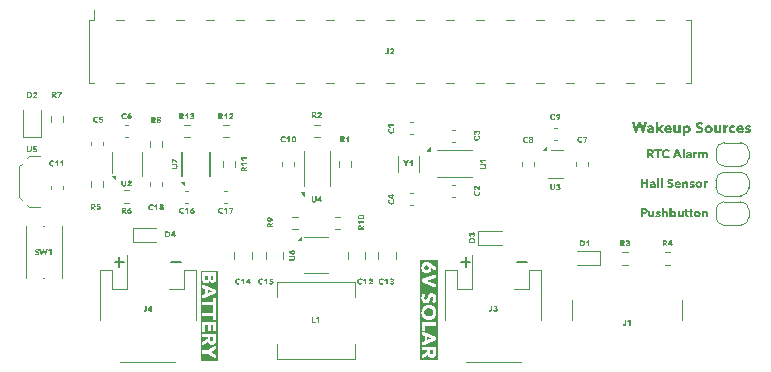
<source format=gbr>
%TF.GenerationSoftware,KiCad,Pcbnew,8.0.4*%
%TF.CreationDate,2024-08-29T10:26:42+02:00*%
%TF.ProjectId,soleil_powerpack,736f6c65-696c-45f7-906f-776572706163,rev?*%
%TF.SameCoordinates,Original*%
%TF.FileFunction,Legend,Top*%
%TF.FilePolarity,Positive*%
%FSLAX46Y46*%
G04 Gerber Fmt 4.6, Leading zero omitted, Abs format (unit mm)*
G04 Created by KiCad (PCBNEW 8.0.4) date 2024-08-29 10:26:42*
%MOMM*%
%LPD*%
G01*
G04 APERTURE LIST*
%ADD10C,0.200000*%
%ADD11C,0.187500*%
%ADD12C,0.240000*%
%ADD13C,0.150000*%
%ADD14C,0.225000*%
%ADD15C,0.100000*%
%ADD16C,0.120000*%
%ADD17C,0.152400*%
G04 APERTURE END LIST*
D10*
X131500000Y-71300000D02*
X132300000Y-71300000D01*
X126700000Y-71300000D02*
X127500000Y-71300000D01*
X127100000Y-70900000D02*
X127100000Y-71700000D01*
X156400000Y-70900000D02*
X156400000Y-71700000D01*
X160800000Y-71300000D02*
X161600000Y-71300000D01*
X156000000Y-71300000D02*
X156800000Y-71300000D01*
D11*
G36*
X171574613Y-66762134D02*
G01*
X171614053Y-66766221D01*
X171651632Y-66773209D01*
X171689679Y-66784500D01*
X171723863Y-66799965D01*
X171744505Y-66812593D01*
X171773872Y-66837432D01*
X171797676Y-66867895D01*
X171806787Y-66883851D01*
X171820629Y-66919760D01*
X171827705Y-66957837D01*
X171829502Y-66992661D01*
X171827122Y-67031855D01*
X171819009Y-67070300D01*
X171805138Y-67103852D01*
X171784608Y-67135314D01*
X171759286Y-67161830D01*
X171739742Y-67176759D01*
X171707053Y-67195418D01*
X171670809Y-67209903D01*
X171644671Y-67217242D01*
X171607252Y-67224438D01*
X171568793Y-67228647D01*
X171532930Y-67229882D01*
X171443170Y-67229882D01*
X171443170Y-67511250D01*
X171262736Y-67511250D01*
X171262736Y-67077474D01*
X171443170Y-67077474D01*
X171519191Y-67077474D01*
X171555976Y-67075310D01*
X171567734Y-67073627D01*
X171603602Y-67062784D01*
X171609500Y-67059889D01*
X171637782Y-67034878D01*
X171638443Y-67033877D01*
X171648974Y-66997557D01*
X171649067Y-66993027D01*
X171640933Y-66956763D01*
X171638443Y-66952727D01*
X171610049Y-66928181D01*
X171574987Y-66917101D01*
X171569383Y-66916274D01*
X171531383Y-66913446D01*
X171522305Y-66913343D01*
X171443170Y-66913343D01*
X171443170Y-67077474D01*
X171262736Y-67077474D01*
X171262736Y-66760935D01*
X171537143Y-66760935D01*
X171574613Y-66762134D01*
G37*
G36*
X172225908Y-67511250D02*
G01*
X172225908Y-67429917D01*
X172223709Y-67429917D01*
X172203462Y-67460500D01*
X172198797Y-67465820D01*
X172170583Y-67490183D01*
X172163076Y-67494946D01*
X172129829Y-67510883D01*
X172117647Y-67515096D01*
X172080679Y-67522350D01*
X172065440Y-67522973D01*
X172028165Y-67520140D01*
X171990474Y-67509671D01*
X171976230Y-67502823D01*
X171945206Y-67481356D01*
X171918679Y-67452780D01*
X171917246Y-67450799D01*
X171898728Y-67419015D01*
X171885765Y-67383770D01*
X171884456Y-67378809D01*
X171877356Y-67341371D01*
X171874603Y-67303933D01*
X171874564Y-67298941D01*
X171874564Y-66973976D01*
X172048587Y-66973976D01*
X172048587Y-67258825D01*
X172050972Y-67296071D01*
X172051701Y-67301140D01*
X172063791Y-67336860D01*
X172087605Y-67361590D01*
X172123637Y-67370531D01*
X172126623Y-67370566D01*
X172164423Y-67363160D01*
X172194184Y-67338934D01*
X172195683Y-67336860D01*
X172212775Y-67302685D01*
X172219287Y-67266140D01*
X172219496Y-67257725D01*
X172219496Y-66973976D01*
X172392603Y-66973976D01*
X172392603Y-67511250D01*
X172225908Y-67511250D01*
G37*
G36*
X172832973Y-67148366D02*
G01*
X172803707Y-67125840D01*
X172783331Y-67114660D01*
X172748452Y-67103189D01*
X172723247Y-67100922D01*
X172686252Y-67107089D01*
X172678368Y-67110264D01*
X172657851Y-67141954D01*
X172679168Y-67172133D01*
X172680566Y-67172729D01*
X172717355Y-67184316D01*
X172753839Y-67193062D01*
X172790919Y-67202851D01*
X172813373Y-67210648D01*
X172847134Y-67226500D01*
X172867778Y-67240323D01*
X172894439Y-67266512D01*
X172906796Y-67285386D01*
X172919185Y-67320544D01*
X172921633Y-67348767D01*
X172918308Y-67385462D01*
X172906206Y-67421716D01*
X172901483Y-67430283D01*
X172878448Y-67460416D01*
X172849276Y-67484139D01*
X172815205Y-67501678D01*
X172779602Y-67513048D01*
X172777103Y-67513631D01*
X172739493Y-67520337D01*
X172701884Y-67522937D01*
X172696869Y-67522973D01*
X172656934Y-67520898D01*
X172617500Y-67514673D01*
X172578566Y-67504297D01*
X172570840Y-67501724D01*
X172534260Y-67486379D01*
X172501688Y-67467134D01*
X172473123Y-67443989D01*
X172467891Y-67438893D01*
X172564978Y-67335028D01*
X172592643Y-67359509D01*
X172621947Y-67377160D01*
X172656844Y-67389800D01*
X172693755Y-67394013D01*
X172730199Y-67386580D01*
X172735337Y-67384304D01*
X172755956Y-67353060D01*
X172756037Y-67350049D01*
X172736682Y-67318233D01*
X172730758Y-67315245D01*
X172695834Y-67302919D01*
X172658243Y-67293145D01*
X172651623Y-67291614D01*
X172615559Y-67281704D01*
X172596668Y-67275128D01*
X172563129Y-67258587D01*
X172547575Y-67247467D01*
X172521577Y-67219729D01*
X172512221Y-67204603D01*
X172500415Y-67168539D01*
X172498483Y-67143053D01*
X172502304Y-67105326D01*
X172514881Y-67070819D01*
X172518450Y-67064651D01*
X172541485Y-67035342D01*
X172570290Y-67011895D01*
X172603675Y-66994081D01*
X172640449Y-66981670D01*
X172676432Y-66974701D01*
X172714637Y-66971971D01*
X172717019Y-66971961D01*
X172753634Y-66973840D01*
X172793332Y-66980245D01*
X172828895Y-66990012D01*
X172832424Y-66991195D01*
X172869260Y-67006566D01*
X172901941Y-67026482D01*
X172928045Y-67048531D01*
X172832973Y-67148366D01*
G37*
G36*
X173365301Y-67511250D02*
G01*
X173365301Y-67232629D01*
X173362593Y-67195106D01*
X173362003Y-67191413D01*
X173349913Y-67156975D01*
X173326283Y-67133162D01*
X173289799Y-67124377D01*
X173288364Y-67124369D01*
X173250403Y-67131292D01*
X173220115Y-67153938D01*
X173218572Y-67155876D01*
X173201216Y-67188675D01*
X173194604Y-67225169D01*
X173194392Y-67233729D01*
X173194392Y-67511250D01*
X173021284Y-67511250D01*
X173021284Y-66718987D01*
X173194392Y-66718987D01*
X173194392Y-67057691D01*
X173196407Y-67057691D01*
X173219625Y-67026137D01*
X173248581Y-67001459D01*
X173253376Y-66998156D01*
X173287708Y-66981196D01*
X173324069Y-66973215D01*
X173347349Y-66971961D01*
X173385182Y-66974640D01*
X173423199Y-66984538D01*
X173437474Y-66991012D01*
X173468630Y-67011156D01*
X173495209Y-67038055D01*
X173496642Y-67039922D01*
X173516151Y-67072208D01*
X173529249Y-67108982D01*
X173536480Y-67145429D01*
X173539314Y-67184396D01*
X173539324Y-67186834D01*
X173539324Y-67511250D01*
X173365301Y-67511250D01*
G37*
G36*
X173842124Y-67048165D02*
G01*
X173844322Y-67048165D01*
X173870837Y-67020917D01*
X173901477Y-66998953D01*
X173906421Y-66995958D01*
X173941978Y-66980421D01*
X173980060Y-66973110D01*
X174004606Y-66971961D01*
X174042452Y-66974559D01*
X174080727Y-66983317D01*
X174107371Y-66993943D01*
X174139898Y-67012645D01*
X174168508Y-67035777D01*
X174185407Y-67053661D01*
X174207500Y-67083662D01*
X174225421Y-67117064D01*
X174235049Y-67141222D01*
X174245654Y-67179149D01*
X174251364Y-67218467D01*
X174252452Y-67245452D01*
X174250460Y-67282380D01*
X174243745Y-67321578D01*
X174235599Y-67350232D01*
X174220795Y-67386202D01*
X174201664Y-67418823D01*
X174186506Y-67438709D01*
X174160342Y-67465173D01*
X174130212Y-67487413D01*
X174107921Y-67499892D01*
X174071359Y-67513957D01*
X174034676Y-67521147D01*
X174002408Y-67522973D01*
X173963665Y-67519753D01*
X173926571Y-67510093D01*
X173902757Y-67500075D01*
X173870626Y-67480034D01*
X173842677Y-67452160D01*
X173830583Y-67434496D01*
X173828385Y-67434496D01*
X173828385Y-67511250D01*
X173669017Y-67511250D01*
X173669017Y-67247467D01*
X173834613Y-67247467D01*
X173840539Y-67284369D01*
X173843589Y-67292713D01*
X173863012Y-67325411D01*
X173868868Y-67332097D01*
X173898653Y-67354977D01*
X173908436Y-67359941D01*
X173945095Y-67369725D01*
X173961192Y-67370566D01*
X173998188Y-67365990D01*
X174015048Y-67359941D01*
X174046814Y-67339315D01*
X174054065Y-67332097D01*
X174074642Y-67300433D01*
X174077879Y-67292164D01*
X174085479Y-67255187D01*
X174085756Y-67246551D01*
X174080556Y-67209649D01*
X174077879Y-67201305D01*
X174059758Y-67168794D01*
X174054065Y-67162288D01*
X174024866Y-67139868D01*
X174015048Y-67134993D01*
X173979596Y-67125406D01*
X173961192Y-67124369D01*
X173923584Y-67129391D01*
X173908436Y-67134993D01*
X173876397Y-67155557D01*
X173868868Y-67162837D01*
X173847213Y-67194083D01*
X173843589Y-67202221D01*
X173834929Y-67238844D01*
X173834613Y-67247467D01*
X173669017Y-67247467D01*
X173669017Y-66719903D01*
X173842124Y-66719903D01*
X173842124Y-67048165D01*
G37*
G36*
X174704728Y-67511250D02*
G01*
X174704728Y-67429917D01*
X174702530Y-67429917D01*
X174682283Y-67460500D01*
X174677617Y-67465820D01*
X174649404Y-67490183D01*
X174641897Y-67494946D01*
X174608649Y-67510883D01*
X174596468Y-67515096D01*
X174559499Y-67522350D01*
X174544261Y-67522973D01*
X174506986Y-67520140D01*
X174469294Y-67509671D01*
X174455051Y-67502823D01*
X174424026Y-67481356D01*
X174397499Y-67452780D01*
X174396066Y-67450799D01*
X174377549Y-67419015D01*
X174364586Y-67383770D01*
X174363277Y-67378809D01*
X174356177Y-67341371D01*
X174353424Y-67303933D01*
X174353385Y-67298941D01*
X174353385Y-66973976D01*
X174527408Y-66973976D01*
X174527408Y-67258825D01*
X174529792Y-67296071D01*
X174530522Y-67301140D01*
X174542612Y-67336860D01*
X174566426Y-67361590D01*
X174602458Y-67370531D01*
X174605444Y-67370566D01*
X174643244Y-67363160D01*
X174673005Y-67338934D01*
X174674503Y-67336860D01*
X174691596Y-67302685D01*
X174698108Y-67266140D01*
X174698317Y-67257725D01*
X174698317Y-66973976D01*
X174871424Y-66973976D01*
X174871424Y-67511250D01*
X174704728Y-67511250D01*
G37*
G36*
X175190527Y-67112645D02*
G01*
X175190527Y-67318176D01*
X175194990Y-67354864D01*
X175204632Y-67375145D01*
X175236906Y-67392520D01*
X175255923Y-67394013D01*
X175282851Y-67390532D01*
X175306665Y-67380274D01*
X175308680Y-67507036D01*
X175273220Y-67516366D01*
X175263251Y-67518210D01*
X175225635Y-67522508D01*
X175208479Y-67522973D01*
X175171282Y-67521118D01*
X175133875Y-67514266D01*
X175119819Y-67509784D01*
X175085704Y-67492319D01*
X175062300Y-67471499D01*
X175041808Y-67440458D01*
X175031159Y-67412148D01*
X175024015Y-67375741D01*
X175021643Y-67338032D01*
X175021633Y-67335395D01*
X175021633Y-67112645D01*
X174937370Y-67112645D01*
X174937370Y-66983685D01*
X175020718Y-66983685D01*
X175020718Y-66845382D01*
X175190527Y-66845382D01*
X175190527Y-66983685D01*
X175313992Y-66983685D01*
X175313992Y-67112645D01*
X175190527Y-67112645D01*
G37*
G36*
X175555426Y-67112645D02*
G01*
X175555426Y-67318176D01*
X175559889Y-67354864D01*
X175569531Y-67375145D01*
X175601805Y-67392520D01*
X175620822Y-67394013D01*
X175647750Y-67390532D01*
X175671564Y-67380274D01*
X175673579Y-67507036D01*
X175638119Y-67516366D01*
X175628149Y-67518210D01*
X175590533Y-67522508D01*
X175573378Y-67522973D01*
X175536181Y-67521118D01*
X175498774Y-67514266D01*
X175484718Y-67509784D01*
X175450603Y-67492319D01*
X175427199Y-67471499D01*
X175406707Y-67440458D01*
X175396058Y-67412148D01*
X175388914Y-67375741D01*
X175386542Y-67338032D01*
X175386532Y-67335395D01*
X175386532Y-67112645D01*
X175302268Y-67112645D01*
X175302268Y-66983685D01*
X175385616Y-66983685D01*
X175385616Y-66845382D01*
X175555426Y-66845382D01*
X175555426Y-66983685D01*
X175678891Y-66983685D01*
X175678891Y-67112645D01*
X175555426Y-67112645D01*
G37*
G36*
X176059927Y-66973786D02*
G01*
X176098794Y-66980008D01*
X176135930Y-66990646D01*
X176170707Y-67005461D01*
X176202496Y-67024216D01*
X176228804Y-67044685D01*
X176256496Y-67073390D01*
X176277671Y-67103550D01*
X176292002Y-67130963D01*
X176305247Y-67167468D01*
X176312994Y-67206959D01*
X176315266Y-67245452D01*
X176312994Y-67283903D01*
X176306178Y-67320027D01*
X176293433Y-67357079D01*
X176292002Y-67360307D01*
X176274120Y-67393856D01*
X176252213Y-67423725D01*
X176228804Y-67447685D01*
X176199730Y-67470360D01*
X176167669Y-67489268D01*
X176135930Y-67503189D01*
X176098794Y-67514453D01*
X176059927Y-67521041D01*
X176023090Y-67522973D01*
X175983105Y-67520635D01*
X175944505Y-67513622D01*
X175910616Y-67503189D01*
X175875592Y-67487705D01*
X175843814Y-67468454D01*
X175817743Y-67447685D01*
X175792467Y-67421162D01*
X175771044Y-67390958D01*
X175754912Y-67360307D01*
X175741771Y-67323512D01*
X175734085Y-67283903D01*
X175731895Y-67246551D01*
X175899442Y-67246551D01*
X175904642Y-67283453D01*
X175907319Y-67291797D01*
X175925319Y-67324736D01*
X175930950Y-67331548D01*
X175960323Y-67354951D01*
X175970151Y-67359941D01*
X176005602Y-67369528D01*
X176024006Y-67370566D01*
X176061002Y-67365990D01*
X176077862Y-67359941D01*
X176109628Y-67338980D01*
X176116879Y-67331548D01*
X176137456Y-67299892D01*
X176140693Y-67291797D01*
X176148293Y-67255174D01*
X176148570Y-67246551D01*
X176143007Y-67209649D01*
X176140144Y-67201305D01*
X176121493Y-67168794D01*
X176115780Y-67162288D01*
X176086581Y-67139868D01*
X176076763Y-67134993D01*
X176041311Y-67125406D01*
X176022907Y-67124369D01*
X175985911Y-67128944D01*
X175969051Y-67134993D01*
X175937683Y-67155221D01*
X175930583Y-67162288D01*
X175910537Y-67193180D01*
X175907319Y-67201305D01*
X175899719Y-67237928D01*
X175899442Y-67246551D01*
X175731895Y-67246551D01*
X175731831Y-67245452D01*
X175734085Y-67206959D01*
X175740847Y-67170934D01*
X175753491Y-67134159D01*
X175754912Y-67130963D01*
X175772832Y-67097793D01*
X175794605Y-67068302D01*
X175817743Y-67044685D01*
X175849350Y-67020513D01*
X175881718Y-67002475D01*
X175910616Y-66990646D01*
X175947957Y-66980008D01*
X175986683Y-66973786D01*
X176023090Y-66971961D01*
X176059927Y-66973786D01*
G37*
G36*
X176766260Y-67511250D02*
G01*
X176766260Y-67232080D01*
X176763251Y-67194889D01*
X176762596Y-67191230D01*
X176750506Y-67156792D01*
X176726693Y-67133162D01*
X176691101Y-67124403D01*
X176688224Y-67124369D01*
X176652000Y-67131101D01*
X176647558Y-67133162D01*
X176618432Y-67157158D01*
X176601785Y-67190196D01*
X176601030Y-67192696D01*
X176595401Y-67230089D01*
X176595351Y-67234095D01*
X176595351Y-67511250D01*
X176421328Y-67511250D01*
X176421328Y-66993027D01*
X176588940Y-66993027D01*
X176588940Y-67065751D01*
X176591138Y-67065751D01*
X176612155Y-67034575D01*
X176615868Y-67030213D01*
X176644258Y-67005023D01*
X176651771Y-67000171D01*
X176684778Y-66984063D01*
X176696651Y-66979838D01*
X176733187Y-66972584D01*
X176748308Y-66971961D01*
X176785746Y-66974640D01*
X176823693Y-66984538D01*
X176838067Y-66991012D01*
X176869618Y-67011156D01*
X176896351Y-67038055D01*
X176897785Y-67039922D01*
X176917294Y-67072208D01*
X176930391Y-67108982D01*
X176937623Y-67145429D01*
X176940456Y-67184396D01*
X176940466Y-67186834D01*
X176940466Y-67511250D01*
X176766260Y-67511250D01*
G37*
D12*
G36*
X135058650Y-77839344D02*
G01*
X135058567Y-77847440D01*
X135053374Y-77906169D01*
X135052355Y-77912594D01*
X135033737Y-77968597D01*
X135032828Y-77970327D01*
X134992997Y-78014026D01*
X134982529Y-78020102D01*
X134923828Y-78031905D01*
X134904510Y-78030965D01*
X134848796Y-78012268D01*
X134843477Y-78008543D01*
X134804540Y-77962442D01*
X134799999Y-77952837D01*
X134783144Y-77895031D01*
X134781152Y-77881234D01*
X134777282Y-77822638D01*
X134777282Y-77685764D01*
X135058650Y-77685764D01*
X135058650Y-77839344D01*
G37*
G36*
X134980981Y-73800837D02*
G01*
X134570946Y-73949434D01*
X134570946Y-73648723D01*
X134980981Y-73800837D01*
G37*
G36*
X134608461Y-72627885D02*
G01*
X134608461Y-72632868D01*
X134607493Y-72666400D01*
X134599744Y-72725614D01*
X134580911Y-72781465D01*
X134542443Y-72823231D01*
X134482139Y-72837153D01*
X134469322Y-72836695D01*
X134412969Y-72818395D01*
X134409683Y-72816043D01*
X134371644Y-72770328D01*
X134368186Y-72762891D01*
X134351420Y-72704675D01*
X134349816Y-72693382D01*
X134345852Y-72634626D01*
X134345852Y-72472547D01*
X134608461Y-72472547D01*
X134608461Y-72627885D01*
G37*
G36*
X135058650Y-72614403D02*
G01*
X135058408Y-72631100D01*
X135051762Y-72694344D01*
X135031099Y-72751863D01*
X135000765Y-72783719D01*
X134943465Y-72798464D01*
X134893761Y-72789881D01*
X134847331Y-72753622D01*
X134841517Y-72744946D01*
X134820167Y-72687803D01*
X134814798Y-72627885D01*
X134814798Y-72472547D01*
X135058650Y-72472547D01*
X135058650Y-72614403D01*
G37*
G36*
X135435835Y-79673486D02*
G01*
X133968667Y-79673486D01*
X133968667Y-78792184D01*
X134102000Y-78792184D01*
X134102000Y-79080879D01*
X134610806Y-79080879D01*
X135302502Y-79540153D01*
X135302502Y-79202512D01*
X134858175Y-78947522D01*
X135302502Y-78692533D01*
X135302502Y-78343168D01*
X134610806Y-78792184D01*
X134102000Y-78792184D01*
X133968667Y-78792184D01*
X133968667Y-77687522D01*
X134102000Y-77687522D01*
X134570946Y-77687522D01*
X134570946Y-77785415D01*
X134503421Y-77822638D01*
X134102000Y-78043922D01*
X134102000Y-78381563D01*
X134607582Y-78069127D01*
X134620021Y-78104336D01*
X134648326Y-78161435D01*
X134684236Y-78210467D01*
X134727750Y-78251430D01*
X134760674Y-78273841D01*
X134815239Y-78298764D01*
X134876017Y-78313254D01*
X134935258Y-78317376D01*
X134991402Y-78314292D01*
X135052655Y-78302149D01*
X135110234Y-78278395D01*
X135135644Y-78262959D01*
X135184052Y-78223153D01*
X135223367Y-78174640D01*
X135243334Y-78141045D01*
X135267377Y-78086667D01*
X135284330Y-78027508D01*
X135292280Y-77986366D01*
X135299947Y-77923690D01*
X135302502Y-77859860D01*
X135302502Y-77403810D01*
X134102000Y-77403810D01*
X134102000Y-77687522D01*
X133968667Y-77687522D01*
X133968667Y-77219162D01*
X134102000Y-77219162D01*
X134345852Y-77219162D01*
X134345852Y-76663754D01*
X134589704Y-76663754D01*
X134589704Y-77159958D01*
X134833556Y-77159958D01*
X134833556Y-76663754D01*
X135058650Y-76663754D01*
X135058650Y-77188681D01*
X135302502Y-77188681D01*
X135302502Y-76385024D01*
X134102000Y-76385024D01*
X134102000Y-77219162D01*
X133968667Y-77219162D01*
X133968667Y-75632658D01*
X134102000Y-75632658D01*
X134102000Y-75921354D01*
X135058650Y-75921354D01*
X135058650Y-76258995D01*
X135302502Y-76258995D01*
X135302502Y-75295017D01*
X135058650Y-75295017D01*
X135058650Y-75632658D01*
X134102000Y-75632658D01*
X133968667Y-75632658D01*
X133968667Y-74657250D01*
X134102000Y-74657250D01*
X134102000Y-74945945D01*
X135058650Y-74945945D01*
X135058650Y-75283587D01*
X135302502Y-75283587D01*
X135302502Y-74319609D01*
X135058650Y-74319609D01*
X135058650Y-74657250D01*
X134102000Y-74657250D01*
X133968667Y-74657250D01*
X133968667Y-73478437D01*
X134102000Y-73478437D01*
X134327094Y-73566071D01*
X134327094Y-73949434D01*
X134327094Y-74028569D01*
X134102000Y-74121479D01*
X134102000Y-74442414D01*
X135302502Y-73945917D01*
X135302502Y-73665722D01*
X134102000Y-73164243D01*
X134102000Y-73478437D01*
X133968667Y-73478437D01*
X133968667Y-72634626D01*
X134102000Y-72634626D01*
X134102000Y-72670090D01*
X134103099Y-72712772D01*
X134108869Y-72775832D01*
X134119585Y-72837739D01*
X134128359Y-72872787D01*
X134148424Y-72928889D01*
X134177324Y-72983991D01*
X134193398Y-73007165D01*
X134234447Y-73051224D01*
X134284009Y-73086866D01*
X134323868Y-73105710D01*
X134384586Y-73121241D01*
X134447847Y-73125848D01*
X134493540Y-73122655D01*
X134553360Y-73106504D01*
X134587061Y-73090058D01*
X134635719Y-73054040D01*
X134660504Y-73027731D01*
X134693751Y-72976371D01*
X134709766Y-72939158D01*
X134724819Y-72881116D01*
X134728336Y-72881116D01*
X134747579Y-72927744D01*
X134779032Y-72977493D01*
X134823297Y-73022679D01*
X134872826Y-73053550D01*
X134930735Y-73071606D01*
X134990653Y-73076901D01*
X135029502Y-73075120D01*
X135088921Y-73063779D01*
X135143060Y-73039679D01*
X135157692Y-73030098D01*
X135202772Y-72991085D01*
X135238315Y-72943545D01*
X135248798Y-72924714D01*
X135272744Y-72868486D01*
X135287847Y-72811654D01*
X135291282Y-72793606D01*
X135299697Y-72731231D01*
X135302502Y-72670090D01*
X135302502Y-72193817D01*
X134102000Y-72193817D01*
X134102000Y-72634626D01*
X133968667Y-72634626D01*
X133968667Y-72060484D01*
X135435835Y-72060484D01*
X135435835Y-79673486D01*
G37*
D13*
G36*
X172109363Y-61762533D02*
G01*
X172148535Y-61767324D01*
X172174250Y-61772293D01*
X172211224Y-61782889D01*
X172245210Y-61797915D01*
X172266207Y-61810395D01*
X172296528Y-61834966D01*
X172321406Y-61865222D01*
X172331053Y-61881103D01*
X172345900Y-61917090D01*
X172353490Y-61955373D01*
X172355417Y-61990463D01*
X172352841Y-62027488D01*
X172343784Y-62065475D01*
X172328208Y-62099578D01*
X172314201Y-62120156D01*
X172288599Y-62147352D01*
X172257954Y-62169795D01*
X172222267Y-62187486D01*
X172200261Y-62195260D01*
X172395534Y-62511250D01*
X172184508Y-62511250D01*
X172022941Y-62218158D01*
X171961758Y-62218158D01*
X171961758Y-62511250D01*
X171784438Y-62511250D01*
X171784438Y-62089198D01*
X171960659Y-62089198D01*
X172046205Y-62089198D01*
X172082828Y-62086779D01*
X172091451Y-62085534D01*
X172127580Y-62075000D01*
X172133583Y-62072162D01*
X172162396Y-62047826D01*
X172164724Y-62044501D01*
X172176410Y-62009681D01*
X172176997Y-61997607D01*
X172169621Y-61960919D01*
X172165823Y-61954376D01*
X172138511Y-61929482D01*
X172137430Y-61928913D01*
X172102428Y-61917277D01*
X172098412Y-61916640D01*
X172061707Y-61913395D01*
X172056647Y-61913343D01*
X171960659Y-61913343D01*
X171960659Y-62089198D01*
X171784438Y-62089198D01*
X171784438Y-61760935D01*
X172069469Y-61760935D01*
X172109363Y-61762533D01*
G37*
G36*
X172787177Y-61913343D02*
G01*
X172787177Y-62511250D01*
X172606743Y-62511250D01*
X172606743Y-61913343D01*
X172395717Y-61913343D01*
X172395717Y-61760935D01*
X172998203Y-61760935D01*
X172998203Y-61913343D01*
X172787177Y-61913343D01*
G37*
G36*
X173702905Y-62412331D02*
G01*
X173676629Y-62439076D01*
X173647446Y-62462889D01*
X173615355Y-62483772D01*
X173580356Y-62501724D01*
X173542609Y-62516150D01*
X173502091Y-62526454D01*
X173464365Y-62532089D01*
X173424518Y-62534568D01*
X173412744Y-62534697D01*
X173375539Y-62533338D01*
X173334544Y-62528458D01*
X173295174Y-62520029D01*
X173257430Y-62508050D01*
X173252826Y-62506304D01*
X173217403Y-62490630D01*
X173184407Y-62472003D01*
X173153839Y-62450422D01*
X173125698Y-62425887D01*
X173100224Y-62398501D01*
X173077658Y-62368551D01*
X173058000Y-62336036D01*
X173041251Y-62300956D01*
X173027867Y-62263679D01*
X173018307Y-62224569D01*
X173012571Y-62183628D01*
X173010689Y-62146302D01*
X173010659Y-62140855D01*
X173012149Y-62102544D01*
X173016620Y-62065827D01*
X173025378Y-62025819D01*
X173038029Y-61987895D01*
X173041800Y-61978739D01*
X173058848Y-61943740D01*
X173078849Y-61911465D01*
X173101804Y-61881916D01*
X173127713Y-61855091D01*
X173156369Y-61831026D01*
X173187384Y-61809937D01*
X173220758Y-61791825D01*
X173256490Y-61776689D01*
X173294202Y-61764668D01*
X173333335Y-61756081D01*
X173373886Y-61750929D01*
X173410534Y-61749239D01*
X173415858Y-61749212D01*
X173455254Y-61750838D01*
X173494306Y-61755715D01*
X173533015Y-61763843D01*
X173571380Y-61775224D01*
X173607856Y-61789741D01*
X173640714Y-61807281D01*
X173673355Y-61830626D01*
X173695577Y-61851427D01*
X173573028Y-61970313D01*
X173547859Y-61943295D01*
X173516588Y-61923149D01*
X173506533Y-61918655D01*
X173470209Y-61907010D01*
X173433043Y-61901886D01*
X173422269Y-61901619D01*
X173385021Y-61904582D01*
X173347815Y-61914400D01*
X173335258Y-61919571D01*
X173302740Y-61937713D01*
X173274430Y-61961045D01*
X173267114Y-61968664D01*
X173244654Y-61998246D01*
X173226963Y-62032177D01*
X173222784Y-62042670D01*
X173212584Y-62078678D01*
X173207584Y-62117348D01*
X173207030Y-62136092D01*
X173209246Y-62173762D01*
X173216646Y-62211838D01*
X173222784Y-62231164D01*
X173239008Y-62266607D01*
X173259790Y-62297281D01*
X173266565Y-62305170D01*
X173295255Y-62331083D01*
X173328775Y-62351119D01*
X173333609Y-62353346D01*
X173369187Y-62365117D01*
X173407641Y-62370297D01*
X173419155Y-62370566D01*
X173457503Y-62367603D01*
X173494745Y-62357708D01*
X173512945Y-62349500D01*
X173545032Y-62328613D01*
X173571088Y-62302817D01*
X173577425Y-62294545D01*
X173702905Y-62412331D01*
G37*
G36*
X174726343Y-62511250D02*
G01*
X174525759Y-62511250D01*
X174467690Y-62370566D01*
X174178629Y-62370566D01*
X174123857Y-62511250D01*
X173927486Y-62511250D01*
X174049917Y-62218158D01*
X174230286Y-62218158D01*
X174418231Y-62218158D01*
X174325357Y-61961886D01*
X174230286Y-62218158D01*
X174049917Y-62218158D01*
X174240910Y-61760935D01*
X174416033Y-61760935D01*
X174726343Y-62511250D01*
G37*
G36*
X174776901Y-62511250D02*
G01*
X174776901Y-61713491D01*
X174952023Y-61713491D01*
X174952023Y-62511250D01*
X174776901Y-62511250D01*
G37*
G36*
X175354079Y-61973553D02*
G01*
X175392901Y-61978983D01*
X175426832Y-61988265D01*
X175461287Y-62004443D01*
X175491901Y-62028426D01*
X175501204Y-62038640D01*
X175521882Y-62069286D01*
X175537482Y-62105857D01*
X175542969Y-62124735D01*
X175550478Y-62162670D01*
X175554600Y-62201138D01*
X175556107Y-62239002D01*
X175556158Y-62247834D01*
X175556158Y-62511250D01*
X175397889Y-62511250D01*
X175397889Y-62453730D01*
X175394775Y-62453730D01*
X175369633Y-62482994D01*
X175336663Y-62503690D01*
X175334141Y-62504838D01*
X175297261Y-62517235D01*
X175260692Y-62522530D01*
X175246031Y-62522973D01*
X175207623Y-62520003D01*
X175180452Y-62514547D01*
X175144330Y-62501763D01*
X175118719Y-62487253D01*
X175090525Y-62462027D01*
X175072924Y-62436878D01*
X175059460Y-62401707D01*
X175055042Y-62364921D01*
X175054972Y-62359208D01*
X175055380Y-62355545D01*
X175214340Y-62355545D01*
X175221118Y-62379175D01*
X175238520Y-62394929D01*
X175262884Y-62403355D01*
X175289262Y-62405737D01*
X175328015Y-62401262D01*
X175362512Y-62384980D01*
X175369862Y-62378626D01*
X175390882Y-62346706D01*
X175397861Y-62308047D01*
X175397889Y-62305170D01*
X175397889Y-62288500D01*
X175375724Y-62288500D01*
X175338142Y-62289604D01*
X175318205Y-62291065D01*
X175281352Y-62296504D01*
X175266547Y-62300407D01*
X175232827Y-62317317D01*
X175228995Y-62320557D01*
X175214355Y-62354191D01*
X175214340Y-62355545D01*
X175055380Y-62355545D01*
X175059351Y-62319847D01*
X175073979Y-62284182D01*
X175086113Y-62267984D01*
X175114347Y-62242454D01*
X175148447Y-62222124D01*
X175166163Y-62214494D01*
X175201213Y-62203016D01*
X175238861Y-62194525D01*
X175275340Y-62189398D01*
X175312685Y-62186017D01*
X175349386Y-62183889D01*
X175389013Y-62182993D01*
X175392577Y-62182987D01*
X175392577Y-62174744D01*
X175383883Y-62138403D01*
X175365099Y-62118873D01*
X175330336Y-62104358D01*
X175297688Y-62100922D01*
X175259148Y-62105419D01*
X175226430Y-62116858D01*
X175192826Y-62135406D01*
X175167812Y-62154777D01*
X175080251Y-62060805D01*
X175110816Y-62035166D01*
X175144350Y-62013893D01*
X175180854Y-61996984D01*
X175188512Y-61994126D01*
X175227345Y-61982438D01*
X175266679Y-61975078D01*
X175306514Y-61972048D01*
X175314541Y-61971961D01*
X175354079Y-61973553D01*
G37*
G36*
X176022723Y-62129498D02*
G01*
X176000008Y-62125468D01*
X175978393Y-62124369D01*
X175940937Y-62128825D01*
X175919775Y-62137008D01*
X175889584Y-62158784D01*
X175881856Y-62167417D01*
X175863352Y-62199749D01*
X175861156Y-62206251D01*
X175854928Y-62242888D01*
X175854928Y-62511250D01*
X175682004Y-62511250D01*
X175682004Y-61987715D01*
X175848700Y-61987715D01*
X175848700Y-62063552D01*
X175850715Y-62063552D01*
X175871537Y-62031005D01*
X175898740Y-62004207D01*
X175907685Y-61997607D01*
X175942271Y-61980076D01*
X175978343Y-61972587D01*
X175993231Y-61971961D01*
X176013747Y-61971961D01*
X176030050Y-61971961D01*
X176022723Y-62129498D01*
G37*
G36*
X176768458Y-62511250D02*
G01*
X176768458Y-62232080D01*
X176765750Y-62194437D01*
X176765160Y-62190681D01*
X176753620Y-62156243D01*
X176730905Y-62133162D01*
X176694981Y-62124377D01*
X176693536Y-62124369D01*
X176657129Y-62132580D01*
X176655068Y-62133711D01*
X176627590Y-62158258D01*
X176611625Y-62192368D01*
X176611287Y-62193612D01*
X176606022Y-62231156D01*
X176605975Y-62235194D01*
X176605975Y-62511250D01*
X176432868Y-62511250D01*
X176432868Y-62219807D01*
X176428923Y-62182484D01*
X176414916Y-62150014D01*
X176384247Y-62127975D01*
X176357946Y-62124369D01*
X176321493Y-62132337D01*
X176294199Y-62156243D01*
X176277895Y-62189132D01*
X176271684Y-62225567D01*
X176271484Y-62234095D01*
X176271484Y-62511250D01*
X176097461Y-62511250D01*
X176097461Y-61993027D01*
X176265073Y-61993027D01*
X176265073Y-62065751D01*
X176267271Y-62065751D01*
X176287447Y-62034996D01*
X176290902Y-62030763D01*
X176317869Y-62005740D01*
X176325157Y-62000721D01*
X176357958Y-61984097D01*
X176370036Y-61979838D01*
X176406456Y-61972731D01*
X176424441Y-61971961D01*
X176461552Y-61974905D01*
X176497345Y-61984831D01*
X176520978Y-61996874D01*
X176550255Y-62020534D01*
X176573787Y-62051329D01*
X176582711Y-62067949D01*
X176604555Y-62037500D01*
X176632871Y-62010212D01*
X176650122Y-61997973D01*
X176683558Y-61982122D01*
X176722044Y-61973587D01*
X176750506Y-61971961D01*
X176788450Y-61974718D01*
X176824033Y-61983924D01*
X176840814Y-61991562D01*
X176871850Y-62012342D01*
X176898033Y-62040185D01*
X176899433Y-62042120D01*
X176918530Y-62074955D01*
X176931490Y-62111546D01*
X176939046Y-62149602D01*
X176941565Y-62186834D01*
X176941565Y-62511250D01*
X176768458Y-62511250D01*
G37*
D10*
G36*
X153658650Y-78944885D02*
G01*
X153658567Y-78952982D01*
X153653374Y-79011710D01*
X153652355Y-79018135D01*
X153633737Y-79074139D01*
X153632828Y-79075869D01*
X153592997Y-79119568D01*
X153582529Y-79125644D01*
X153523828Y-79137446D01*
X153504510Y-79136507D01*
X153448796Y-79117809D01*
X153443477Y-79114084D01*
X153404540Y-79067984D01*
X153399999Y-79058378D01*
X153383144Y-79000573D01*
X153381152Y-78986776D01*
X153377282Y-78928179D01*
X153377282Y-78791305D01*
X153658650Y-78791305D01*
X153658650Y-78944885D01*
G37*
G36*
X153580981Y-77775157D02*
G01*
X153170946Y-77923755D01*
X153170946Y-77623043D01*
X153580981Y-77775157D01*
G37*
G36*
X153326453Y-75227583D02*
G01*
X153388975Y-75235304D01*
X153447917Y-75251054D01*
X153465255Y-75257534D01*
X153520890Y-75285335D01*
X153568671Y-75321103D01*
X153580939Y-75332795D01*
X153618614Y-75377826D01*
X153648099Y-75429254D01*
X153656542Y-75449099D01*
X153672571Y-75508244D01*
X153677408Y-75567886D01*
X153676692Y-75591300D01*
X153668134Y-75649298D01*
X153648099Y-75707104D01*
X153642470Y-75718810D01*
X153611231Y-75769075D01*
X153568671Y-75814962D01*
X153552508Y-75828496D01*
X153501922Y-75861290D01*
X153447917Y-75885011D01*
X153416624Y-75894946D01*
X153355754Y-75906924D01*
X153296389Y-75910510D01*
X153259962Y-75909290D01*
X153200453Y-75901520D01*
X153140171Y-75885011D01*
X153122677Y-75878389D01*
X153066353Y-75850163D01*
X153017659Y-75814083D01*
X153005248Y-75802460D01*
X152967149Y-75757596D01*
X152937352Y-75706225D01*
X152928993Y-75686387D01*
X152913125Y-75627338D01*
X152908336Y-75567886D01*
X152908789Y-75549050D01*
X152917517Y-75486515D01*
X152937352Y-75429254D01*
X152945018Y-75413921D01*
X152977187Y-75364586D01*
X153017659Y-75321982D01*
X153034174Y-75308525D01*
X153085593Y-75275795D01*
X153140171Y-75251933D01*
X153176753Y-75240906D01*
X153234716Y-75230272D01*
X153296389Y-75226727D01*
X153326453Y-75227583D01*
G37*
G36*
X153121329Y-71595719D02*
G01*
X153180108Y-71610953D01*
X153231616Y-71646616D01*
X153251830Y-71671097D01*
X153276198Y-71724674D01*
X153283493Y-71783490D01*
X153282205Y-71809045D01*
X153266800Y-71867787D01*
X153230736Y-71918605D01*
X153213577Y-71933212D01*
X153158375Y-71960941D01*
X153097673Y-71969309D01*
X153071751Y-71968050D01*
X153012057Y-71952988D01*
X152960213Y-71917725D01*
X152942583Y-71897317D01*
X152915631Y-71840560D01*
X152908336Y-71781731D01*
X152910273Y-71750764D01*
X152927761Y-71692153D01*
X152963437Y-71645150D01*
X152981277Y-71630543D01*
X153036864Y-71602814D01*
X153095914Y-71594446D01*
X153121329Y-71595719D01*
G37*
G36*
X154054593Y-79620437D02*
G01*
X152531151Y-79620437D01*
X152531151Y-78793064D01*
X152702000Y-78793064D01*
X153170946Y-78793064D01*
X153170946Y-78890956D01*
X153103421Y-78928179D01*
X152702000Y-79149463D01*
X152702000Y-79487104D01*
X153207582Y-79174669D01*
X153220021Y-79209877D01*
X153248326Y-79266977D01*
X153284236Y-79316008D01*
X153327750Y-79356972D01*
X153360674Y-79379383D01*
X153415239Y-79404306D01*
X153476017Y-79418796D01*
X153535258Y-79422917D01*
X153591402Y-79419834D01*
X153652655Y-79407690D01*
X153710234Y-79383936D01*
X153735644Y-79368501D01*
X153784052Y-79328695D01*
X153823367Y-79280182D01*
X153843334Y-79246586D01*
X153867377Y-79192209D01*
X153884330Y-79133050D01*
X153892280Y-79091907D01*
X153899947Y-79029231D01*
X153902502Y-78965402D01*
X153902502Y-78509351D01*
X152702000Y-78509351D01*
X152702000Y-78793064D01*
X152531151Y-78793064D01*
X152531151Y-77138563D01*
X152702000Y-77138563D01*
X152702000Y-77452757D01*
X152927094Y-77540391D01*
X152927094Y-77923755D01*
X152927094Y-78002889D01*
X152702000Y-78095799D01*
X152702000Y-78416734D01*
X153902502Y-77920238D01*
X153902502Y-77640042D01*
X152742694Y-77155562D01*
X152945852Y-77155562D01*
X152945852Y-76693064D01*
X153902502Y-76693064D01*
X153902502Y-76402610D01*
X152702000Y-76402610D01*
X152702000Y-77138563D01*
X152531151Y-77138563D01*
X152531151Y-75567886D01*
X152664484Y-75567886D01*
X152664528Y-75576622D01*
X152667323Y-75636671D01*
X152675841Y-75702928D01*
X152690038Y-75766657D01*
X152709913Y-75827858D01*
X152734991Y-75885725D01*
X152764794Y-75939453D01*
X152799324Y-75989040D01*
X152838580Y-76034487D01*
X152882434Y-76075630D01*
X152930464Y-76112010D01*
X152982671Y-76143627D01*
X153039055Y-76170482D01*
X153053804Y-76176409D01*
X153114703Y-76196293D01*
X153178643Y-76210060D01*
X153237085Y-76217086D01*
X153297854Y-76219428D01*
X153306784Y-76219380D01*
X153367757Y-76216369D01*
X153434142Y-76207192D01*
X153497010Y-76191896D01*
X153556361Y-76170482D01*
X153611938Y-76143627D01*
X153663193Y-76112010D01*
X153710124Y-76075630D01*
X153752732Y-76034487D01*
X153790852Y-75989040D01*
X153824320Y-75939453D01*
X153853134Y-75885725D01*
X153877296Y-75827858D01*
X153882620Y-75812795D01*
X153900480Y-75750962D01*
X153912845Y-75686601D01*
X153919156Y-75628211D01*
X153921260Y-75567886D01*
X153921217Y-75559150D01*
X153918512Y-75499138D01*
X153910269Y-75432991D01*
X153896530Y-75369445D01*
X153877296Y-75308500D01*
X153853134Y-75250999D01*
X153824320Y-75197492D01*
X153790852Y-75147977D01*
X153752732Y-75102457D01*
X153710124Y-75061442D01*
X153663193Y-75025154D01*
X153611938Y-74993592D01*
X153556361Y-74966755D01*
X153541853Y-74960828D01*
X153481623Y-74940944D01*
X153417875Y-74927178D01*
X153359211Y-74920151D01*
X153297854Y-74917809D01*
X153289030Y-74917857D01*
X153228593Y-74920868D01*
X153162373Y-74930046D01*
X153099193Y-74945341D01*
X153039055Y-74966755D01*
X152982671Y-74993592D01*
X152930464Y-75025154D01*
X152882434Y-75061442D01*
X152838580Y-75102457D01*
X152799324Y-75147977D01*
X152764794Y-75197492D01*
X152734991Y-75250999D01*
X152709913Y-75308500D01*
X152704412Y-75323492D01*
X152685956Y-75385087D01*
X152673179Y-75449283D01*
X152666658Y-75507589D01*
X152664484Y-75567886D01*
X152531151Y-75567886D01*
X152531151Y-74330161D01*
X152664484Y-74330161D01*
X152666774Y-74384446D01*
X152674582Y-74443035D01*
X152687931Y-74500447D01*
X152701230Y-74540747D01*
X152727086Y-74596801D01*
X152760032Y-74647579D01*
X152786117Y-74678024D01*
X152831289Y-74717509D01*
X152883716Y-74749575D01*
X152938389Y-74771267D01*
X152999642Y-74783956D01*
X153061036Y-74787677D01*
X153093309Y-74786430D01*
X153151670Y-74776456D01*
X153209341Y-74752212D01*
X153220379Y-74745398D01*
X153267326Y-74709238D01*
X153309285Y-74662527D01*
X153319145Y-74648857D01*
X153349687Y-74598054D01*
X153374058Y-74542652D01*
X153378633Y-74530386D01*
X153398893Y-74474303D01*
X153418608Y-74416330D01*
X153425294Y-74395740D01*
X153444693Y-74340126D01*
X153446278Y-74335948D01*
X153472244Y-74281801D01*
X153507708Y-74244871D01*
X153558120Y-74232268D01*
X153615859Y-74248095D01*
X153653081Y-74287956D01*
X153672425Y-74341005D01*
X153677408Y-74399330D01*
X153669550Y-74459656D01*
X153649564Y-74514808D01*
X153647805Y-74518541D01*
X153616811Y-74569177D01*
X153574240Y-74612115D01*
X153770904Y-74796176D01*
X153793196Y-74770718D01*
X153828887Y-74721684D01*
X153858874Y-74668523D01*
X153883158Y-74611236D01*
X153892088Y-74584921D01*
X153907827Y-74526183D01*
X153917539Y-74468095D01*
X153921260Y-74404313D01*
X153919941Y-74362218D01*
X153913017Y-74299487D01*
X153900157Y-74237251D01*
X153888214Y-74196969D01*
X153864528Y-74140462D01*
X153833919Y-74088654D01*
X153809629Y-74057384D01*
X153767286Y-74016319D01*
X153717854Y-73982261D01*
X153666100Y-73959234D01*
X153607558Y-73945765D01*
X153548448Y-73941815D01*
X153528678Y-73942222D01*
X153469675Y-73949177D01*
X153411574Y-73967900D01*
X153362488Y-73996236D01*
X153315733Y-74037069D01*
X153279756Y-74083085D01*
X153250960Y-74134962D01*
X153227439Y-74190576D01*
X153207289Y-74247216D01*
X153191581Y-74296552D01*
X153172704Y-74352729D01*
X153163523Y-74377714D01*
X153137533Y-74430398D01*
X153135099Y-74434261D01*
X153094742Y-74478465D01*
X153037589Y-74495464D01*
X153035401Y-74495451D01*
X152977212Y-74481982D01*
X152936766Y-74445639D01*
X152915077Y-74392589D01*
X152914261Y-74388773D01*
X152908336Y-74330161D01*
X152909614Y-74303532D01*
X152921148Y-74245624D01*
X152944679Y-74187425D01*
X152956466Y-74165672D01*
X152991130Y-74115545D01*
X153034951Y-74071947D01*
X152840925Y-73882610D01*
X152800991Y-73924852D01*
X152765893Y-73972150D01*
X152735632Y-74024503D01*
X152710206Y-74081912D01*
X152690203Y-74142381D01*
X152675914Y-74203912D01*
X152667341Y-74266505D01*
X152664484Y-74330161D01*
X152531151Y-74330161D01*
X152531151Y-72749812D01*
X152702000Y-72749812D01*
X152702000Y-73038507D01*
X153902502Y-73499540D01*
X153902502Y-73180363D01*
X153051364Y-72905150D01*
X153051364Y-72898409D01*
X153902502Y-72621731D01*
X153902502Y-72297572D01*
X152702000Y-72749812D01*
X152531151Y-72749812D01*
X152531151Y-71782024D01*
X152664484Y-71782024D01*
X152667375Y-71841135D01*
X152677232Y-71903908D01*
X152694086Y-71964327D01*
X152712801Y-72011058D01*
X152741278Y-72063451D01*
X152779376Y-72114683D01*
X152812858Y-72148632D01*
X152863705Y-72187189D01*
X152916542Y-72215799D01*
X152974748Y-72236992D01*
X153037732Y-72249387D01*
X153099138Y-72253022D01*
X153142095Y-72251007D01*
X153202751Y-72240428D01*
X153258873Y-72220782D01*
X153285190Y-72208050D01*
X153337260Y-72175302D01*
X153382558Y-72135492D01*
X153401067Y-72114939D01*
X153435444Y-72065883D01*
X153461986Y-72010635D01*
X153471448Y-71983502D01*
X153485234Y-71923298D01*
X153489829Y-71861159D01*
X153486605Y-71817195D01*
X153476640Y-71776748D01*
X153485140Y-71781731D01*
X153902502Y-72075702D01*
X153902502Y-71733078D01*
X153468140Y-71444383D01*
X153451238Y-71433475D01*
X153400807Y-71403071D01*
X153345263Y-71373366D01*
X153290234Y-71347956D01*
X153273630Y-71341356D01*
X153215790Y-71324045D01*
X153154115Y-71313947D01*
X153095328Y-71311026D01*
X153035428Y-71314633D01*
X152973769Y-71326930D01*
X152916542Y-71347956D01*
X152878019Y-71368252D01*
X152825799Y-71405017D01*
X152780255Y-71449365D01*
X152747689Y-71491543D01*
X152717882Y-71542699D01*
X152694379Y-71598842D01*
X152677359Y-71658968D01*
X152667403Y-71722072D01*
X152664498Y-71781731D01*
X152664484Y-71782024D01*
X152531151Y-71782024D01*
X152531151Y-71177693D01*
X154054593Y-71177693D01*
X154054593Y-79620437D01*
G37*
D11*
G36*
X171698177Y-65011250D02*
G01*
X171698177Y-64694711D01*
X171406917Y-64694711D01*
X171406917Y-65011250D01*
X171226483Y-65011250D01*
X171226483Y-64260935D01*
X171406917Y-64260935D01*
X171406917Y-64542303D01*
X171698177Y-64542303D01*
X171698177Y-64260935D01*
X171878611Y-64260935D01*
X171878611Y-65011250D01*
X171698177Y-65011250D01*
G37*
G36*
X172285063Y-64473553D02*
G01*
X172323885Y-64478983D01*
X172357816Y-64488265D01*
X172392271Y-64504443D01*
X172422886Y-64528426D01*
X172432188Y-64538640D01*
X172452867Y-64569286D01*
X172468466Y-64605857D01*
X172473953Y-64624735D01*
X172481462Y-64662670D01*
X172485584Y-64701138D01*
X172487091Y-64739002D01*
X172487142Y-64747834D01*
X172487142Y-65011250D01*
X172328873Y-65011250D01*
X172328873Y-64953730D01*
X172325759Y-64953730D01*
X172300617Y-64982994D01*
X172267647Y-65003690D01*
X172265126Y-65004838D01*
X172228245Y-65017235D01*
X172191676Y-65022530D01*
X172177015Y-65022973D01*
X172138608Y-65020003D01*
X172111436Y-65014547D01*
X172075314Y-65001763D01*
X172049704Y-64987253D01*
X172021509Y-64962027D01*
X172003908Y-64936878D01*
X171990444Y-64901707D01*
X171986026Y-64864921D01*
X171985956Y-64859208D01*
X171986364Y-64855545D01*
X172145325Y-64855545D01*
X172152102Y-64879175D01*
X172169505Y-64894929D01*
X172193868Y-64903355D01*
X172220246Y-64905737D01*
X172258999Y-64901262D01*
X172293496Y-64884980D01*
X172300846Y-64878626D01*
X172321866Y-64846706D01*
X172328846Y-64808047D01*
X172328873Y-64805170D01*
X172328873Y-64788500D01*
X172306708Y-64788500D01*
X172269126Y-64789604D01*
X172249189Y-64791065D01*
X172212336Y-64796504D01*
X172197531Y-64800407D01*
X172163812Y-64817317D01*
X172159979Y-64820557D01*
X172145339Y-64854191D01*
X172145325Y-64855545D01*
X171986364Y-64855545D01*
X171990335Y-64819847D01*
X172004963Y-64784182D01*
X172017097Y-64767984D01*
X172045332Y-64742454D01*
X172079431Y-64722124D01*
X172097148Y-64714494D01*
X172132198Y-64703016D01*
X172169845Y-64694525D01*
X172206324Y-64689398D01*
X172243669Y-64686017D01*
X172280370Y-64683889D01*
X172319997Y-64682993D01*
X172323561Y-64682987D01*
X172323561Y-64674744D01*
X172314867Y-64638403D01*
X172296083Y-64618873D01*
X172261320Y-64604358D01*
X172228672Y-64600922D01*
X172190132Y-64605419D01*
X172157415Y-64616858D01*
X172123810Y-64635406D01*
X172098796Y-64654777D01*
X172011235Y-64560805D01*
X172041800Y-64535166D01*
X172075335Y-64513893D01*
X172111839Y-64496984D01*
X172119496Y-64494126D01*
X172158329Y-64482438D01*
X172197663Y-64475078D01*
X172237498Y-64472048D01*
X172245525Y-64471961D01*
X172285063Y-64473553D01*
G37*
G36*
X172615004Y-65011250D02*
G01*
X172615004Y-64213491D01*
X172790126Y-64213491D01*
X172790126Y-65011250D01*
X172615004Y-65011250D01*
G37*
G36*
X172927879Y-65011250D02*
G01*
X172927879Y-64213491D01*
X173103001Y-64213491D01*
X173103001Y-65011250D01*
X172927879Y-65011250D01*
G37*
G36*
X173905155Y-64466099D02*
G01*
X173878319Y-64439492D01*
X173846672Y-64420121D01*
X173844339Y-64419022D01*
X173809869Y-64406531D01*
X173772165Y-64401619D01*
X173735712Y-64404733D01*
X173702556Y-64416823D01*
X173677643Y-64440088D01*
X173667751Y-64476174D01*
X173675628Y-64507682D01*
X173698709Y-64529847D01*
X173732551Y-64546076D01*
X173735162Y-64547066D01*
X173769921Y-64559190D01*
X173782790Y-64563369D01*
X173819023Y-64575691D01*
X173854075Y-64588354D01*
X173861741Y-64591213D01*
X173896368Y-64606445D01*
X173928119Y-64625534D01*
X173936663Y-64631696D01*
X173965857Y-64657920D01*
X173988457Y-64687262D01*
X173992716Y-64694161D01*
X174007868Y-64730205D01*
X174014102Y-64766681D01*
X174014881Y-64786851D01*
X174012556Y-64825223D01*
X174004626Y-64863506D01*
X173991068Y-64897677D01*
X173971027Y-64930443D01*
X173946348Y-64958676D01*
X173927320Y-64974979D01*
X173895584Y-64995570D01*
X173860551Y-65011730D01*
X173835363Y-65020042D01*
X173799481Y-65028386D01*
X173762862Y-65033266D01*
X173728934Y-65034697D01*
X173689149Y-65032911D01*
X173650028Y-65027553D01*
X173611572Y-65018623D01*
X173573779Y-65006120D01*
X173537898Y-64990229D01*
X173505177Y-64971316D01*
X173475616Y-64949380D01*
X173449215Y-64924421D01*
X173567551Y-64803155D01*
X173594799Y-64830543D01*
X173626129Y-64852208D01*
X173639724Y-64859575D01*
X173676098Y-64874281D01*
X173712291Y-64881491D01*
X173728934Y-64882289D01*
X173765567Y-64878586D01*
X173767952Y-64878076D01*
X173801108Y-64864521D01*
X173823822Y-64839241D01*
X173832241Y-64802874D01*
X173832249Y-64801506D01*
X173821624Y-64765785D01*
X173793997Y-64740562D01*
X173791582Y-64739041D01*
X173758655Y-64722797D01*
X173743039Y-64717059D01*
X173707928Y-64705261D01*
X173677094Y-64695443D01*
X173641694Y-64682850D01*
X173606935Y-64668149D01*
X173574512Y-64650152D01*
X173545752Y-64627666D01*
X173520231Y-64598444D01*
X173502521Y-64567766D01*
X173490819Y-64531452D01*
X173486473Y-64494576D01*
X173486218Y-64482219D01*
X173488686Y-64445275D01*
X173497105Y-64408687D01*
X173511497Y-64376340D01*
X173532783Y-64345445D01*
X173558449Y-64318981D01*
X173577992Y-64303800D01*
X173610372Y-64284669D01*
X173645689Y-64269866D01*
X173670865Y-64262401D01*
X173709763Y-64254364D01*
X173748970Y-64250036D01*
X173775279Y-64249212D01*
X173815143Y-64251537D01*
X173851448Y-64257607D01*
X173888159Y-64267444D01*
X173904606Y-64273025D01*
X173940411Y-64288203D01*
X173973636Y-64306945D01*
X174004282Y-64329251D01*
X174020194Y-64343184D01*
X173905155Y-64466099D01*
G37*
G36*
X174417844Y-64474277D02*
G01*
X174454390Y-64481226D01*
X174485660Y-64491562D01*
X174520135Y-64508735D01*
X174550746Y-64530854D01*
X174569007Y-64548348D01*
X174592947Y-64578341D01*
X174612559Y-64612817D01*
X174623229Y-64638291D01*
X174634389Y-64676440D01*
X174640514Y-64714164D01*
X174642811Y-64754786D01*
X174642830Y-64759008D01*
X174642830Y-64780074D01*
X174641731Y-64800224D01*
X174260895Y-64800224D01*
X174272562Y-64835998D01*
X174273901Y-64838142D01*
X174299269Y-64865259D01*
X174302477Y-64867635D01*
X174335022Y-64884743D01*
X174341678Y-64887052D01*
X174377771Y-64893768D01*
X174386375Y-64894013D01*
X174424385Y-64890212D01*
X174455984Y-64878809D01*
X174486173Y-64857437D01*
X174502512Y-64839241D01*
X174622863Y-64914529D01*
X174597429Y-64944815D01*
X174567379Y-64970414D01*
X174532714Y-64991326D01*
X174525227Y-64994946D01*
X174489570Y-65008494D01*
X174450813Y-65017609D01*
X174413758Y-65021988D01*
X174384360Y-65022973D01*
X174344440Y-65020830D01*
X174306034Y-65014402D01*
X174272436Y-65004838D01*
X174237724Y-64990296D01*
X174203412Y-64969989D01*
X174180112Y-64951715D01*
X174152918Y-64923345D01*
X174130412Y-64890441D01*
X174118013Y-64865986D01*
X174105081Y-64829244D01*
X174097982Y-64792836D01*
X174095321Y-64753567D01*
X174095298Y-64749482D01*
X174097463Y-64711032D01*
X174100397Y-64694711D01*
X174260895Y-64694711D01*
X174483461Y-64694711D01*
X174476172Y-64656888D01*
X174457633Y-64628582D01*
X174425347Y-64607837D01*
X174386503Y-64601030D01*
X174380147Y-64600922D01*
X174343045Y-64605506D01*
X174333618Y-64608432D01*
X174300680Y-64625462D01*
X174296616Y-64628582D01*
X174272551Y-64656650D01*
X174271336Y-64658807D01*
X174260895Y-64694711D01*
X174100397Y-64694711D01*
X174103957Y-64674907D01*
X174116100Y-64637856D01*
X174117463Y-64634627D01*
X174134563Y-64601100D01*
X174157464Y-64568771D01*
X174177547Y-64547432D01*
X174208030Y-64522771D01*
X174242325Y-64502644D01*
X174267306Y-64491745D01*
X174303817Y-64480481D01*
X174342318Y-64473893D01*
X174379048Y-64471961D01*
X174417844Y-64474277D01*
G37*
G36*
X175092359Y-65011250D02*
G01*
X175092359Y-64732080D01*
X175089350Y-64694889D01*
X175088695Y-64691230D01*
X175076605Y-64656792D01*
X175052791Y-64633162D01*
X175017200Y-64624403D01*
X175014323Y-64624369D01*
X174978099Y-64631101D01*
X174973657Y-64633162D01*
X174944531Y-64657158D01*
X174927883Y-64690196D01*
X174927128Y-64692696D01*
X174921500Y-64730089D01*
X174921450Y-64734095D01*
X174921450Y-65011250D01*
X174747427Y-65011250D01*
X174747427Y-64493027D01*
X174915038Y-64493027D01*
X174915038Y-64565751D01*
X174917237Y-64565751D01*
X174938254Y-64534575D01*
X174941966Y-64530213D01*
X174970357Y-64505023D01*
X174977870Y-64500171D01*
X175010877Y-64484063D01*
X175022750Y-64479838D01*
X175059286Y-64472584D01*
X175074407Y-64471961D01*
X175111845Y-64474640D01*
X175149792Y-64484538D01*
X175164166Y-64491012D01*
X175195717Y-64511156D01*
X175222450Y-64538055D01*
X175223884Y-64539922D01*
X175243392Y-64572208D01*
X175256490Y-64608982D01*
X175263722Y-64645429D01*
X175266555Y-64684396D01*
X175266565Y-64686834D01*
X175266565Y-65011250D01*
X175092359Y-65011250D01*
G37*
G36*
X175702722Y-64648366D02*
G01*
X175673455Y-64625840D01*
X175653079Y-64614660D01*
X175618200Y-64603189D01*
X175592996Y-64600922D01*
X175556001Y-64607089D01*
X175548116Y-64610264D01*
X175527600Y-64641954D01*
X175548917Y-64672133D01*
X175550314Y-64672729D01*
X175587104Y-64684316D01*
X175623587Y-64693062D01*
X175660667Y-64702851D01*
X175683121Y-64710648D01*
X175716882Y-64726500D01*
X175737526Y-64740323D01*
X175764188Y-64766512D01*
X175776544Y-64785386D01*
X175788933Y-64820544D01*
X175791382Y-64848767D01*
X175788056Y-64885462D01*
X175775954Y-64921716D01*
X175771232Y-64930283D01*
X175748197Y-64960416D01*
X175719025Y-64984139D01*
X175684953Y-65001678D01*
X175649351Y-65013048D01*
X175646851Y-65013631D01*
X175609242Y-65020337D01*
X175571632Y-65022937D01*
X175566617Y-65022973D01*
X175526682Y-65020898D01*
X175487248Y-65014673D01*
X175448315Y-65004297D01*
X175440588Y-65001724D01*
X175404009Y-64986379D01*
X175371437Y-64967134D01*
X175342872Y-64943989D01*
X175337640Y-64938893D01*
X175434726Y-64835028D01*
X175462391Y-64859509D01*
X175491696Y-64877160D01*
X175526592Y-64889800D01*
X175563503Y-64894013D01*
X175599948Y-64886580D01*
X175605086Y-64884304D01*
X175625704Y-64853060D01*
X175625785Y-64850049D01*
X175606431Y-64818233D01*
X175600506Y-64815245D01*
X175565582Y-64802919D01*
X175527992Y-64793145D01*
X175521371Y-64791614D01*
X175485307Y-64781704D01*
X175466417Y-64775128D01*
X175432877Y-64758587D01*
X175417324Y-64747467D01*
X175391326Y-64719729D01*
X175381970Y-64704603D01*
X175370163Y-64668539D01*
X175368231Y-64643053D01*
X175372053Y-64605326D01*
X175384630Y-64570819D01*
X175388198Y-64564651D01*
X175411233Y-64535342D01*
X175440038Y-64511895D01*
X175473423Y-64494081D01*
X175510197Y-64481670D01*
X175546181Y-64474701D01*
X175584386Y-64471971D01*
X175586767Y-64471961D01*
X175623382Y-64473840D01*
X175663080Y-64480245D01*
X175698643Y-64490012D01*
X175702172Y-64491195D01*
X175739009Y-64506566D01*
X175771690Y-64526482D01*
X175797793Y-64548531D01*
X175702722Y-64648366D01*
G37*
G36*
X176190736Y-64473786D02*
G01*
X176229604Y-64480008D01*
X176266739Y-64490646D01*
X176301516Y-64505461D01*
X176333305Y-64524216D01*
X176359613Y-64544685D01*
X176387305Y-64573390D01*
X176408480Y-64603550D01*
X176422811Y-64630963D01*
X176436056Y-64667468D01*
X176443803Y-64706959D01*
X176446075Y-64745452D01*
X176443803Y-64783903D01*
X176436987Y-64820027D01*
X176424242Y-64857079D01*
X176422811Y-64860307D01*
X176404929Y-64893856D01*
X176383022Y-64923725D01*
X176359613Y-64947685D01*
X176330539Y-64970360D01*
X176298478Y-64989268D01*
X176266739Y-65003189D01*
X176229604Y-65014453D01*
X176190736Y-65021041D01*
X176153899Y-65022973D01*
X176113914Y-65020635D01*
X176075314Y-65013622D01*
X176041425Y-65003189D01*
X176006401Y-64987705D01*
X175974623Y-64968454D01*
X175948552Y-64947685D01*
X175923276Y-64921162D01*
X175901853Y-64890958D01*
X175885721Y-64860307D01*
X175872580Y-64823512D01*
X175864894Y-64783903D01*
X175862704Y-64746551D01*
X176030251Y-64746551D01*
X176035451Y-64783453D01*
X176038128Y-64791797D01*
X176056128Y-64824736D01*
X176061759Y-64831548D01*
X176091132Y-64854951D01*
X176100960Y-64859941D01*
X176136411Y-64869528D01*
X176154815Y-64870566D01*
X176191811Y-64865990D01*
X176208671Y-64859941D01*
X176240437Y-64838980D01*
X176247689Y-64831548D01*
X176268265Y-64799892D01*
X176271502Y-64791797D01*
X176279102Y-64755174D01*
X176279379Y-64746551D01*
X176273816Y-64709649D01*
X176270953Y-64701305D01*
X176252302Y-64668794D01*
X176246589Y-64662288D01*
X176217390Y-64639868D01*
X176207572Y-64634993D01*
X176172120Y-64625406D01*
X176153716Y-64624369D01*
X176116720Y-64628944D01*
X176099861Y-64634993D01*
X176068492Y-64655221D01*
X176061392Y-64662288D01*
X176041346Y-64693180D01*
X176038128Y-64701305D01*
X176030528Y-64737928D01*
X176030251Y-64746551D01*
X175862704Y-64746551D01*
X175862640Y-64745452D01*
X175864894Y-64706959D01*
X175871656Y-64670934D01*
X175884301Y-64634159D01*
X175885721Y-64630963D01*
X175903641Y-64597793D01*
X175925415Y-64568302D01*
X175948552Y-64544685D01*
X175980160Y-64520513D01*
X176012528Y-64502475D01*
X176041425Y-64490646D01*
X176078766Y-64480008D01*
X176117492Y-64473786D01*
X176153899Y-64471961D01*
X176190736Y-64473786D01*
G37*
G36*
X176892856Y-64629498D02*
G01*
X176870141Y-64625468D01*
X176848526Y-64624369D01*
X176811070Y-64628825D01*
X176789908Y-64637008D01*
X176759717Y-64658784D01*
X176751989Y-64667417D01*
X176733485Y-64699749D01*
X176731289Y-64706251D01*
X176725061Y-64742888D01*
X176725061Y-65011250D01*
X176552137Y-65011250D01*
X176552137Y-64487715D01*
X176718833Y-64487715D01*
X176718833Y-64563552D01*
X176720848Y-64563552D01*
X176741670Y-64531005D01*
X176768873Y-64504207D01*
X176777818Y-64497607D01*
X176812404Y-64480076D01*
X176848476Y-64472587D01*
X176863364Y-64471961D01*
X176883880Y-64471961D01*
X176900183Y-64471961D01*
X176892856Y-64629498D01*
G37*
D14*
G36*
X171522372Y-60373500D02*
G01*
X171308489Y-60373500D01*
X171131315Y-59764382D01*
X171127359Y-59764382D01*
X170950185Y-60373500D01*
X170734982Y-60373500D01*
X170480433Y-59473123D01*
X170713440Y-59473123D01*
X170855223Y-60072128D01*
X170858960Y-60072128D01*
X171018548Y-59473123D01*
X171243862Y-59473123D01*
X171404770Y-60072128D01*
X171408506Y-60072128D01*
X171552927Y-59473123D01*
X171778241Y-59473123D01*
X171522372Y-60373500D01*
G37*
G36*
X172127058Y-59728264D02*
G01*
X172173645Y-59734779D01*
X172214361Y-59745918D01*
X172255708Y-59765332D01*
X172292445Y-59794111D01*
X172303608Y-59806368D01*
X172328422Y-59843143D01*
X172347142Y-59887029D01*
X172353726Y-59909682D01*
X172362737Y-59955204D01*
X172367683Y-60001366D01*
X172369491Y-60046803D01*
X172369553Y-60057400D01*
X172369553Y-60373500D01*
X172179630Y-60373500D01*
X172179630Y-60304476D01*
X172175893Y-60304476D01*
X172145723Y-60339592D01*
X172106159Y-60364428D01*
X172103133Y-60365806D01*
X172058877Y-60380682D01*
X172014993Y-60387037D01*
X171997400Y-60387568D01*
X171951311Y-60384003D01*
X171918705Y-60377456D01*
X171875359Y-60362116D01*
X171844626Y-60344703D01*
X171810793Y-60314433D01*
X171789672Y-60284253D01*
X171773515Y-60242048D01*
X171768214Y-60197906D01*
X171768130Y-60191050D01*
X171768619Y-60186654D01*
X171959372Y-60186654D01*
X171967505Y-60215010D01*
X171988388Y-60233915D01*
X172017624Y-60244026D01*
X172049278Y-60246884D01*
X172095781Y-60241515D01*
X172137178Y-60221976D01*
X172145998Y-60214351D01*
X172171222Y-60176047D01*
X172179597Y-60129657D01*
X172179630Y-60126204D01*
X172179630Y-60106200D01*
X172153032Y-60106200D01*
X172107934Y-60107525D01*
X172084009Y-60109278D01*
X172039786Y-60115804D01*
X172022020Y-60120488D01*
X171981556Y-60140780D01*
X171976957Y-60144668D01*
X171959389Y-60185029D01*
X171959372Y-60186654D01*
X171768619Y-60186654D01*
X171773385Y-60143817D01*
X171790938Y-60101019D01*
X171805499Y-60081580D01*
X171839380Y-60050945D01*
X171880300Y-60026549D01*
X171901560Y-60017393D01*
X171943620Y-60003620D01*
X171988797Y-59993431D01*
X172032571Y-59987278D01*
X172077385Y-59983221D01*
X172121426Y-59980667D01*
X172168979Y-59979592D01*
X172173255Y-59979585D01*
X172173255Y-59969693D01*
X172162822Y-59926084D01*
X172140282Y-59902648D01*
X172098567Y-59885229D01*
X172059389Y-59881106D01*
X172013141Y-59886503D01*
X171973880Y-59900230D01*
X171933555Y-59922487D01*
X171903538Y-59945733D01*
X171798465Y-59832966D01*
X171835143Y-59802200D01*
X171875384Y-59776671D01*
X171919189Y-59756381D01*
X171928377Y-59752952D01*
X171974977Y-59738925D01*
X172022178Y-59730094D01*
X172069980Y-59726458D01*
X172079613Y-59726354D01*
X172127058Y-59728264D01*
G37*
G36*
X173197830Y-60373500D02*
G01*
X172940862Y-60373500D01*
X172734452Y-60070809D01*
X172730715Y-60070809D01*
X172730715Y-60373500D01*
X172521668Y-60373500D01*
X172521668Y-59416190D01*
X172730715Y-59416190D01*
X172730715Y-59998709D01*
X172734452Y-59998709D01*
X172935806Y-59743060D01*
X173187718Y-59743060D01*
X172944599Y-60027945D01*
X173197830Y-60373500D01*
G37*
G36*
X173603129Y-59729133D02*
G01*
X173646984Y-59737471D01*
X173684508Y-59749874D01*
X173725878Y-59770482D01*
X173762612Y-59797025D01*
X173784525Y-59818018D01*
X173813253Y-59854010D01*
X173836787Y-59895380D01*
X173849592Y-59925949D01*
X173862983Y-59971728D01*
X173870333Y-60016997D01*
X173873089Y-60065743D01*
X173873112Y-60070809D01*
X173873112Y-60096088D01*
X173871793Y-60120269D01*
X173414790Y-60120269D01*
X173428791Y-60163198D01*
X173430398Y-60165771D01*
X173460839Y-60198311D01*
X173464689Y-60201162D01*
X173503743Y-60221691D01*
X173511730Y-60224463D01*
X173555042Y-60232522D01*
X173565366Y-60232816D01*
X173610979Y-60228254D01*
X173648897Y-60214571D01*
X173685124Y-60188924D01*
X173704731Y-60167090D01*
X173849152Y-60257435D01*
X173818631Y-60293778D01*
X173782571Y-60324497D01*
X173740973Y-60349592D01*
X173731989Y-60353936D01*
X173689201Y-60370193D01*
X173642692Y-60381130D01*
X173598227Y-60386386D01*
X173562948Y-60387568D01*
X173515044Y-60384996D01*
X173468958Y-60377282D01*
X173428639Y-60365806D01*
X173386985Y-60348356D01*
X173345810Y-60323987D01*
X173317851Y-60302058D01*
X173285218Y-60268014D01*
X173258211Y-60228529D01*
X173243332Y-60199183D01*
X173227813Y-60155093D01*
X173219295Y-60111404D01*
X173216101Y-60064280D01*
X173216075Y-60059379D01*
X173218672Y-60013238D01*
X173222192Y-59993653D01*
X173414790Y-59993653D01*
X173681870Y-59993653D01*
X173673123Y-59948266D01*
X173650876Y-59914299D01*
X173612133Y-59889404D01*
X173565520Y-59881236D01*
X173557892Y-59881106D01*
X173513371Y-59886607D01*
X173502058Y-59890118D01*
X173462532Y-59910555D01*
X173457655Y-59914299D01*
X173428778Y-59947980D01*
X173427320Y-59950569D01*
X173414790Y-59993653D01*
X173222192Y-59993653D01*
X173226464Y-59969889D01*
X173241036Y-59925427D01*
X173242673Y-59921553D01*
X173263193Y-59881320D01*
X173290673Y-59842526D01*
X173314773Y-59816919D01*
X173351352Y-59787326D01*
X173392506Y-59763173D01*
X173422484Y-59750094D01*
X173466296Y-59736578D01*
X173512498Y-59728672D01*
X173556573Y-59726354D01*
X173603129Y-59729133D01*
G37*
G36*
X174413866Y-60373500D02*
G01*
X174413866Y-60275900D01*
X174411228Y-60275900D01*
X174386931Y-60312600D01*
X174381333Y-60318984D01*
X174347476Y-60348220D01*
X174338468Y-60353936D01*
X174298571Y-60373060D01*
X174283953Y-60378116D01*
X174239591Y-60386820D01*
X174221305Y-60387568D01*
X174176575Y-60384168D01*
X174131345Y-60371605D01*
X174114253Y-60363388D01*
X174077024Y-60337628D01*
X174045191Y-60303336D01*
X174043472Y-60300959D01*
X174021250Y-60262818D01*
X174005695Y-60220524D01*
X174004124Y-60214571D01*
X173995604Y-60169645D01*
X173992300Y-60124720D01*
X173992254Y-60118730D01*
X173992254Y-59728772D01*
X174201081Y-59728772D01*
X174201081Y-60070590D01*
X174203943Y-60115285D01*
X174204818Y-60121368D01*
X174219326Y-60164232D01*
X174247903Y-60193908D01*
X174291141Y-60204637D01*
X174294724Y-60204679D01*
X174340084Y-60195792D01*
X174375798Y-60166721D01*
X174377596Y-60164232D01*
X174398107Y-60123222D01*
X174405921Y-60079369D01*
X174406172Y-60069271D01*
X174406172Y-59728772D01*
X174613901Y-59728772D01*
X174613901Y-60373500D01*
X174413866Y-60373500D01*
G37*
G36*
X175219492Y-59729471D02*
G01*
X175265685Y-59739981D01*
X175297976Y-59752732D01*
X175337440Y-59775174D01*
X175372082Y-59802933D01*
X175392498Y-59824393D01*
X175419010Y-59860395D01*
X175440515Y-59900477D01*
X175452069Y-59929466D01*
X175464794Y-59974979D01*
X175471647Y-60022161D01*
X175472952Y-60054543D01*
X175470562Y-60098856D01*
X175462504Y-60145893D01*
X175452728Y-60180279D01*
X175434964Y-60223442D01*
X175412007Y-60262587D01*
X175393817Y-60286451D01*
X175362390Y-60318208D01*
X175326140Y-60344896D01*
X175299295Y-60359871D01*
X175255452Y-60376749D01*
X175211514Y-60385377D01*
X175172899Y-60387568D01*
X175126585Y-60383468D01*
X175082303Y-60371170D01*
X175062550Y-60362728D01*
X175024173Y-60339535D01*
X174991283Y-60307823D01*
X174981657Y-60294804D01*
X174979019Y-60294804D01*
X174979019Y-60668276D01*
X174771511Y-60668276D01*
X174771511Y-60056961D01*
X174971546Y-60056961D01*
X174978656Y-60101243D01*
X174982317Y-60111256D01*
X175005624Y-60150493D01*
X175012652Y-60158517D01*
X175048318Y-60185973D01*
X175060132Y-60191929D01*
X175104124Y-60203670D01*
X175123440Y-60204679D01*
X175167835Y-60199188D01*
X175188067Y-60191929D01*
X175225784Y-60167178D01*
X175234229Y-60158517D01*
X175258284Y-60120519D01*
X175262146Y-60110596D01*
X175271266Y-60066225D01*
X175271598Y-60055862D01*
X175265358Y-60011579D01*
X175262146Y-60001566D01*
X175240836Y-59962553D01*
X175234229Y-59954745D01*
X175198196Y-59926961D01*
X175188067Y-59921992D01*
X175145525Y-59910488D01*
X175123440Y-59909243D01*
X175078310Y-59915269D01*
X175060132Y-59921992D01*
X175022956Y-59945485D01*
X175012652Y-59955405D01*
X174986665Y-59992900D01*
X174982317Y-60002666D01*
X174971924Y-60046613D01*
X174971546Y-60056961D01*
X174771511Y-60056961D01*
X174771511Y-59751633D01*
X174968908Y-59751633D01*
X174968908Y-59828789D01*
X174972645Y-59828789D01*
X175002433Y-59794949D01*
X175037629Y-59766992D01*
X175053098Y-59757128D01*
X175094108Y-59738375D01*
X175140311Y-59728277D01*
X175173998Y-59726354D01*
X175219492Y-59729471D01*
G37*
G36*
X176398608Y-59719319D02*
G01*
X176366404Y-59687391D01*
X176328428Y-59664146D01*
X176325628Y-59662826D01*
X176284264Y-59647837D01*
X176239019Y-59641943D01*
X176195275Y-59645680D01*
X176155488Y-59660188D01*
X176125593Y-59688105D01*
X176113723Y-59731409D01*
X176123175Y-59769218D01*
X176150872Y-59795816D01*
X176191483Y-59815291D01*
X176194616Y-59816479D01*
X176236327Y-59831029D01*
X176251769Y-59836043D01*
X176295248Y-59850829D01*
X176337311Y-59866024D01*
X176346511Y-59869456D01*
X176388062Y-59887734D01*
X176426164Y-59910641D01*
X176436416Y-59918035D01*
X176471450Y-59949504D01*
X176498570Y-59984715D01*
X176503681Y-59992994D01*
X176521863Y-60036246D01*
X176529344Y-60080018D01*
X176530279Y-60104222D01*
X176527488Y-60150268D01*
X176517972Y-60196207D01*
X176501703Y-60237212D01*
X176477653Y-60276532D01*
X176448039Y-60310412D01*
X176425206Y-60329975D01*
X176387122Y-60354684D01*
X176345082Y-60374077D01*
X176314857Y-60384051D01*
X176271798Y-60394063D01*
X176227856Y-60399919D01*
X176187142Y-60401636D01*
X176139400Y-60399493D01*
X176092455Y-60393063D01*
X176046307Y-60382347D01*
X176000956Y-60367345D01*
X175957899Y-60348275D01*
X175918634Y-60325579D01*
X175883161Y-60299256D01*
X175851479Y-60269306D01*
X175993482Y-60123786D01*
X176026180Y-60156652D01*
X176063776Y-60182650D01*
X176080091Y-60191490D01*
X176123739Y-60209138D01*
X176167170Y-60217789D01*
X176187142Y-60218747D01*
X176231102Y-60214304D01*
X176233964Y-60213691D01*
X176273751Y-60197425D01*
X176301008Y-60167090D01*
X176311110Y-60123449D01*
X176311120Y-60121807D01*
X176298370Y-60078943D01*
X176265217Y-60048675D01*
X176262320Y-60046849D01*
X176222807Y-60027357D01*
X176204068Y-60020471D01*
X176161935Y-60006313D01*
X176124934Y-59994532D01*
X176082454Y-59979420D01*
X176040743Y-59961779D01*
X176001835Y-59940182D01*
X175967324Y-59913199D01*
X175936698Y-59878133D01*
X175915446Y-59841319D01*
X175901404Y-59797743D01*
X175896188Y-59753491D01*
X175895883Y-59738663D01*
X175898845Y-59694331D01*
X175908947Y-59650424D01*
X175926218Y-59611608D01*
X175951761Y-59574535D01*
X175982560Y-59542778D01*
X176006012Y-59524560D01*
X176044868Y-59501603D01*
X176087248Y-59483839D01*
X176117460Y-59474881D01*
X176164137Y-59465237D01*
X176211185Y-59460043D01*
X176242756Y-59459054D01*
X176290593Y-59461845D01*
X176334159Y-59469129D01*
X176378213Y-59480933D01*
X176397948Y-59487631D01*
X176440914Y-59505844D01*
X176480785Y-59528334D01*
X176517560Y-59555102D01*
X176536654Y-59571821D01*
X176398608Y-59719319D01*
G37*
G36*
X177020495Y-59728543D02*
G01*
X177067136Y-59736010D01*
X177111699Y-59748775D01*
X177153431Y-59766554D01*
X177191578Y-59789059D01*
X177223147Y-59813622D01*
X177256377Y-59848068D01*
X177281788Y-59884260D01*
X177298984Y-59917156D01*
X177314879Y-59960961D01*
X177324175Y-60008351D01*
X177326901Y-60054543D01*
X177324175Y-60100683D01*
X177315996Y-60144033D01*
X177300702Y-60188494D01*
X177298984Y-60192369D01*
X177277527Y-60232627D01*
X177251238Y-60268470D01*
X177223147Y-60297222D01*
X177188258Y-60324432D01*
X177149785Y-60347122D01*
X177111699Y-60363827D01*
X177067136Y-60377344D01*
X177020495Y-60385249D01*
X176976291Y-60387568D01*
X176928309Y-60384763D01*
X176881989Y-60376347D01*
X176841322Y-60363827D01*
X176799293Y-60345246D01*
X176761160Y-60322145D01*
X176729874Y-60297222D01*
X176699543Y-60265394D01*
X176673835Y-60229150D01*
X176654476Y-60192369D01*
X176638707Y-60148214D01*
X176629484Y-60100683D01*
X176626856Y-60055862D01*
X176827913Y-60055862D01*
X176834153Y-60100144D01*
X176837366Y-60110157D01*
X176858965Y-60149684D01*
X176865722Y-60157857D01*
X176900970Y-60185941D01*
X176912763Y-60191929D01*
X176955305Y-60203434D01*
X176977390Y-60204679D01*
X177021785Y-60199188D01*
X177042017Y-60191929D01*
X177080136Y-60166776D01*
X177088838Y-60157857D01*
X177113530Y-60119871D01*
X177117414Y-60110157D01*
X177126534Y-60066209D01*
X177126867Y-60055862D01*
X177120191Y-60011579D01*
X177116755Y-60001566D01*
X177094374Y-59962553D01*
X177087519Y-59954745D01*
X177052480Y-59927842D01*
X177040698Y-59921992D01*
X176998156Y-59910488D01*
X176976071Y-59909243D01*
X176931676Y-59914733D01*
X176911444Y-59921992D01*
X176873803Y-59946266D01*
X176865282Y-59954745D01*
X176841227Y-59991816D01*
X176837366Y-60001566D01*
X176828246Y-60045514D01*
X176827913Y-60055862D01*
X176626856Y-60055862D01*
X176626779Y-60054543D01*
X176629484Y-60008351D01*
X176637599Y-59965121D01*
X176652772Y-59920990D01*
X176654476Y-59917156D01*
X176675981Y-59877351D01*
X176702109Y-59841962D01*
X176729874Y-59813622D01*
X176767803Y-59784616D01*
X176806645Y-59762970D01*
X176841322Y-59748775D01*
X176886131Y-59736010D01*
X176932602Y-59728543D01*
X176976291Y-59726354D01*
X177020495Y-59728543D01*
G37*
G36*
X177869414Y-60373500D02*
G01*
X177869414Y-60275900D01*
X177866776Y-60275900D01*
X177842479Y-60312600D01*
X177836881Y-60318984D01*
X177803024Y-60348220D01*
X177794016Y-60353936D01*
X177754119Y-60373060D01*
X177739501Y-60378116D01*
X177695139Y-60386820D01*
X177676853Y-60387568D01*
X177632123Y-60384168D01*
X177586893Y-60371605D01*
X177569801Y-60363388D01*
X177532571Y-60337628D01*
X177500739Y-60303336D01*
X177499019Y-60300959D01*
X177476798Y-60262818D01*
X177461242Y-60220524D01*
X177459672Y-60214571D01*
X177451152Y-60169645D01*
X177447848Y-60124720D01*
X177447802Y-60118730D01*
X177447802Y-59728772D01*
X177656629Y-59728772D01*
X177656629Y-60070590D01*
X177659490Y-60115285D01*
X177660366Y-60121368D01*
X177674874Y-60164232D01*
X177703451Y-60193908D01*
X177746689Y-60204637D01*
X177750272Y-60204679D01*
X177795632Y-60195792D01*
X177831346Y-60166721D01*
X177833144Y-60164232D01*
X177853655Y-60123222D01*
X177861469Y-60079369D01*
X177861720Y-60069271D01*
X177861720Y-59728772D01*
X178069449Y-59728772D01*
X178069449Y-60373500D01*
X177869414Y-60373500D01*
G37*
G36*
X178635921Y-59915398D02*
G01*
X178608663Y-59910562D01*
X178582725Y-59909243D01*
X178537778Y-59914590D01*
X178512383Y-59924410D01*
X178476154Y-59950541D01*
X178466881Y-59960900D01*
X178444676Y-59999698D01*
X178442041Y-60007502D01*
X178434567Y-60051465D01*
X178434567Y-60373500D01*
X178227058Y-60373500D01*
X178227058Y-59745258D01*
X178427093Y-59745258D01*
X178427093Y-59836263D01*
X178429511Y-59836263D01*
X178454498Y-59797206D01*
X178487142Y-59765049D01*
X178497875Y-59757128D01*
X178539379Y-59736091D01*
X178582665Y-59727105D01*
X178600530Y-59726354D01*
X178625150Y-59726354D01*
X178644714Y-59726354D01*
X178635921Y-59915398D01*
G37*
G36*
X179136887Y-59960021D02*
G01*
X179103214Y-59930799D01*
X179088747Y-59923311D01*
X179046413Y-59910617D01*
X179026758Y-59909243D01*
X178982653Y-59915602D01*
X178967188Y-59921553D01*
X178929112Y-59946568D01*
X178921685Y-59953866D01*
X178896335Y-59991082D01*
X178892010Y-60000907D01*
X178881754Y-60044613D01*
X178881239Y-60057620D01*
X178887410Y-60102528D01*
X178891350Y-60114333D01*
X178914022Y-60153492D01*
X178921026Y-60161375D01*
X178956365Y-60187741D01*
X178967847Y-60193248D01*
X179010664Y-60203775D01*
X179029396Y-60204679D01*
X179074558Y-60198547D01*
X179092045Y-60192809D01*
X179130353Y-60169865D01*
X179141943Y-60157857D01*
X179257348Y-60302718D01*
X179221605Y-60332215D01*
X179181914Y-60354420D01*
X179155792Y-60365146D01*
X179112291Y-60377912D01*
X179067025Y-60385378D01*
X179024340Y-60387568D01*
X178978616Y-60385378D01*
X178934867Y-60378809D01*
X178889024Y-60366526D01*
X178884975Y-60365146D01*
X178842696Y-60347290D01*
X178804416Y-60324550D01*
X178773088Y-60299640D01*
X178740321Y-60264792D01*
X178715281Y-60228395D01*
X178698349Y-60195446D01*
X178682831Y-60151512D01*
X178674313Y-60108235D01*
X178671119Y-60061781D01*
X178671092Y-60056961D01*
X178673754Y-60010885D01*
X178682831Y-59963573D01*
X178698349Y-59919794D01*
X178719479Y-59879911D01*
X178745387Y-59844288D01*
X178773088Y-59815600D01*
X178807731Y-59788343D01*
X178846374Y-59765814D01*
X178884975Y-59749435D01*
X178930445Y-59736294D01*
X178977993Y-59728608D01*
X179023021Y-59726354D01*
X179067551Y-59729288D01*
X179090726Y-59733168D01*
X179133732Y-59743906D01*
X179155352Y-59751193D01*
X179195580Y-59769205D01*
X179212285Y-59779110D01*
X179247360Y-59806024D01*
X179257348Y-59815820D01*
X179136887Y-59960021D01*
G37*
G36*
X179691224Y-59729133D02*
G01*
X179735079Y-59737471D01*
X179772603Y-59749874D01*
X179813973Y-59770482D01*
X179850707Y-59797025D01*
X179872620Y-59818018D01*
X179901348Y-59854010D01*
X179924882Y-59895380D01*
X179937687Y-59925949D01*
X179951078Y-59971728D01*
X179958428Y-60016997D01*
X179961184Y-60065743D01*
X179961207Y-60070809D01*
X179961207Y-60096088D01*
X179959888Y-60120269D01*
X179502885Y-60120269D01*
X179516886Y-60163198D01*
X179518493Y-60165771D01*
X179548934Y-60198311D01*
X179552784Y-60201162D01*
X179591838Y-60221691D01*
X179599825Y-60224463D01*
X179643137Y-60232522D01*
X179653461Y-60232816D01*
X179699073Y-60228254D01*
X179736992Y-60214571D01*
X179773219Y-60188924D01*
X179792826Y-60167090D01*
X179937247Y-60257435D01*
X179906726Y-60293778D01*
X179870666Y-60324497D01*
X179829068Y-60349592D01*
X179820084Y-60353936D01*
X179777296Y-60370193D01*
X179730787Y-60381130D01*
X179686321Y-60386386D01*
X179651043Y-60387568D01*
X179603139Y-60384996D01*
X179557053Y-60377282D01*
X179516734Y-60365806D01*
X179475080Y-60348356D01*
X179433905Y-60323987D01*
X179405945Y-60302058D01*
X179373313Y-60268014D01*
X179346306Y-60228529D01*
X179331427Y-60199183D01*
X179315908Y-60155093D01*
X179307390Y-60111404D01*
X179304196Y-60064280D01*
X179304169Y-60059379D01*
X179306767Y-60013238D01*
X179310287Y-59993653D01*
X179502885Y-59993653D01*
X179769965Y-59993653D01*
X179761218Y-59948266D01*
X179738971Y-59914299D01*
X179700228Y-59889404D01*
X179653615Y-59881236D01*
X179645987Y-59881106D01*
X179601465Y-59886607D01*
X179590153Y-59890118D01*
X179550627Y-59910555D01*
X179545750Y-59914299D01*
X179516873Y-59947980D01*
X179515415Y-59950569D01*
X179502885Y-59993653D01*
X179310287Y-59993653D01*
X179314559Y-59969889D01*
X179329131Y-59925427D01*
X179330767Y-59921553D01*
X179351287Y-59881320D01*
X179378768Y-59842526D01*
X179402868Y-59816919D01*
X179439447Y-59787326D01*
X179480601Y-59763173D01*
X179510579Y-59750094D01*
X179554391Y-59736578D01*
X179600593Y-59728672D01*
X179644668Y-59726354D01*
X179691224Y-59729133D01*
G37*
G36*
X180457557Y-59938039D02*
G01*
X180422438Y-59911008D01*
X180397987Y-59897592D01*
X180356131Y-59883827D01*
X180325886Y-59881106D01*
X180281492Y-59888507D01*
X180272031Y-59892317D01*
X180247411Y-59930345D01*
X180272991Y-59966560D01*
X180274668Y-59967275D01*
X180318816Y-59981179D01*
X180362596Y-59991675D01*
X180407092Y-60003421D01*
X180434037Y-60012777D01*
X180474550Y-60031800D01*
X180499323Y-60048388D01*
X180531317Y-60079815D01*
X180546144Y-60102463D01*
X180561011Y-60144653D01*
X180563950Y-60178520D01*
X180559959Y-60222554D01*
X180545437Y-60266060D01*
X180539770Y-60276340D01*
X180512127Y-60312500D01*
X180477121Y-60340966D01*
X180436235Y-60362014D01*
X180393512Y-60375657D01*
X180390513Y-60376357D01*
X180345381Y-60384404D01*
X180300250Y-60387524D01*
X180294232Y-60387568D01*
X180246310Y-60385078D01*
X180198989Y-60377607D01*
X180152269Y-60365157D01*
X180142997Y-60362069D01*
X180099102Y-60343655D01*
X180060016Y-60320561D01*
X180025738Y-60292787D01*
X180019459Y-60286671D01*
X180135963Y-60162034D01*
X180169161Y-60191411D01*
X180204326Y-60212592D01*
X180246202Y-60227760D01*
X180290495Y-60232816D01*
X180334229Y-60223896D01*
X180340394Y-60221165D01*
X180365137Y-60183672D01*
X180365234Y-60180059D01*
X180342008Y-60141879D01*
X180334899Y-60138294D01*
X180292990Y-60123503D01*
X180247881Y-60111774D01*
X180239937Y-60109937D01*
X180196660Y-60098045D01*
X180173991Y-60090153D01*
X180133744Y-60070305D01*
X180115080Y-60056961D01*
X180083882Y-60023675D01*
X180072655Y-60005523D01*
X180058487Y-59962246D01*
X180056169Y-59931664D01*
X180060755Y-59886392D01*
X180075847Y-59844983D01*
X180080129Y-59837582D01*
X180107771Y-59802411D01*
X180142338Y-59774274D01*
X180182400Y-59752897D01*
X180226528Y-59738004D01*
X180269708Y-59729642D01*
X180315554Y-59726365D01*
X180318412Y-59726354D01*
X180362350Y-59728608D01*
X180409988Y-59736294D01*
X180452663Y-59748015D01*
X180456898Y-59749435D01*
X180501102Y-59767879D01*
X180540319Y-59791778D01*
X180571643Y-59818238D01*
X180457557Y-59938039D01*
G37*
D15*
G36*
X156983815Y-69231622D02*
G01*
X157009982Y-69235111D01*
X157034431Y-69240925D01*
X157060269Y-69250418D01*
X157069380Y-69254761D01*
X157092141Y-69267874D01*
X157112794Y-69282910D01*
X157131342Y-69299870D01*
X157147782Y-69318753D01*
X157162154Y-69339246D01*
X157174496Y-69361037D01*
X157184808Y-69384126D01*
X157193089Y-69408512D01*
X157199394Y-69433570D01*
X157203897Y-69458796D01*
X157206599Y-69484189D01*
X157207500Y-69509751D01*
X157207500Y-69695498D01*
X156707290Y-69695498D01*
X156707290Y-69518177D01*
X156808895Y-69518177D01*
X156808895Y-69578017D01*
X157105894Y-69578017D01*
X157105894Y-69520986D01*
X157104665Y-69495095D01*
X157100977Y-69470010D01*
X157098445Y-69458704D01*
X157089973Y-69433880D01*
X157077808Y-69411767D01*
X157073654Y-69405948D01*
X157056390Y-69387719D01*
X157034732Y-69372996D01*
X157027737Y-69369433D01*
X157004289Y-69361024D01*
X156979417Y-69356725D01*
X156956662Y-69355634D01*
X156931226Y-69356981D01*
X156906553Y-69361577D01*
X156885343Y-69369433D01*
X156864218Y-69382058D01*
X156845705Y-69399035D01*
X156840158Y-69405948D01*
X156827199Y-69427169D01*
X156818026Y-69450867D01*
X156816100Y-69458093D01*
X156811435Y-69482090D01*
X156809148Y-69506651D01*
X156808895Y-69518177D01*
X156707290Y-69518177D01*
X156707290Y-69515368D01*
X156708061Y-69489082D01*
X156710374Y-69462978D01*
X156714228Y-69437058D01*
X156719624Y-69411321D01*
X156726814Y-69386324D01*
X156736050Y-69362747D01*
X156747331Y-69340590D01*
X156760657Y-69319852D01*
X156776167Y-69300740D01*
X156794118Y-69283582D01*
X156814513Y-69268378D01*
X156837349Y-69255128D01*
X156862758Y-69244335D01*
X156887308Y-69237421D01*
X156914019Y-69232868D01*
X156938636Y-69230845D01*
X156955929Y-69230459D01*
X156983815Y-69231622D01*
G37*
G36*
X157065717Y-68794974D02*
G01*
X157092376Y-68796937D01*
X157116438Y-68802824D01*
X157136058Y-68811583D01*
X157156855Y-68825390D01*
X157174733Y-68842082D01*
X157185029Y-68854814D01*
X157198035Y-68875817D01*
X157208293Y-68898709D01*
X157213606Y-68915019D01*
X157219410Y-68940178D01*
X157222536Y-68965646D01*
X157223131Y-68982797D01*
X157222015Y-69007836D01*
X157218666Y-69032393D01*
X157215193Y-69048498D01*
X157207393Y-69073568D01*
X157196893Y-69096783D01*
X157191135Y-69106872D01*
X157176407Y-69127216D01*
X157158615Y-69145383D01*
X157149370Y-69153034D01*
X157128796Y-69166406D01*
X157105543Y-69177031D01*
X157088553Y-69182588D01*
X157059610Y-69072800D01*
X157082783Y-69062115D01*
X157101790Y-69045331D01*
X157102964Y-69043980D01*
X157115653Y-69022585D01*
X157121073Y-68998658D01*
X157121526Y-68988414D01*
X157118317Y-68963578D01*
X157118107Y-68962769D01*
X157108043Y-68940202D01*
X157107604Y-68939566D01*
X157089518Y-68923129D01*
X157088797Y-68922713D01*
X157065188Y-68916160D01*
X157059977Y-68915996D01*
X157035820Y-68920942D01*
X157029324Y-68924789D01*
X157012667Y-68942786D01*
X157009785Y-68947992D01*
X157001313Y-68971806D01*
X156999527Y-68980721D01*
X156996772Y-69005798D01*
X156996474Y-69017235D01*
X156996474Y-69048865D01*
X156910500Y-69048865D01*
X156910500Y-69014426D01*
X156909195Y-68989903D01*
X156908180Y-68982064D01*
X156901276Y-68958239D01*
X156899387Y-68954343D01*
X156883495Y-68935617D01*
X156882168Y-68934681D01*
X156858005Y-68927348D01*
X156853714Y-68927232D01*
X156828727Y-68933259D01*
X156814635Y-68946283D01*
X156803674Y-68969355D01*
X156801079Y-68989758D01*
X156805353Y-69014851D01*
X156816222Y-69033844D01*
X156835112Y-69049913D01*
X156856645Y-69058024D01*
X156831243Y-69167811D01*
X156806673Y-69158857D01*
X156784360Y-69146881D01*
X156774823Y-69140334D01*
X156755952Y-69124362D01*
X156738695Y-69104727D01*
X156733302Y-69097103D01*
X156720229Y-69074356D01*
X156710894Y-69051726D01*
X156708023Y-69042636D01*
X156702488Y-69018382D01*
X156699775Y-68993645D01*
X156699474Y-68982064D01*
X156700659Y-68957501D01*
X156704617Y-68931471D01*
X156707901Y-68917706D01*
X156716279Y-68893413D01*
X156727721Y-68871338D01*
X156734035Y-68861897D01*
X156751128Y-68842135D01*
X156771635Y-68826020D01*
X156778121Y-68822085D01*
X156801125Y-68812281D01*
X156825150Y-68807667D01*
X156840403Y-68806942D01*
X156865154Y-68809244D01*
X156889432Y-68817093D01*
X156910622Y-68830511D01*
X156927991Y-68848245D01*
X156940973Y-68869038D01*
X156948968Y-68890595D01*
X156951045Y-68890595D01*
X156958955Y-68866755D01*
X156966798Y-68851883D01*
X156982006Y-68831857D01*
X156992688Y-68821719D01*
X157013928Y-68807521D01*
X157026271Y-68802057D01*
X157050324Y-68795970D01*
X157065717Y-68794974D01*
G37*
G36*
X119689253Y-61820165D02*
G01*
X119688055Y-61845072D01*
X119683915Y-61871228D01*
X119676816Y-61895786D01*
X119674110Y-61902841D01*
X119663382Y-61925083D01*
X119648660Y-61947153D01*
X119630879Y-61966711D01*
X119610183Y-61983629D01*
X119588965Y-61996604D01*
X119565456Y-62007290D01*
X119562980Y-62008232D01*
X119537303Y-62016089D01*
X119512706Y-62020672D01*
X119486698Y-62022898D01*
X119474686Y-62023131D01*
X119447775Y-62021953D01*
X119422410Y-62018417D01*
X119398591Y-62012524D01*
X119386026Y-62008232D01*
X119362606Y-61997776D01*
X119341499Y-61985029D01*
X119320954Y-61968363D01*
X119319225Y-61966711D01*
X119301905Y-61947153D01*
X119287557Y-61925083D01*
X119277093Y-61902841D01*
X119269301Y-61878763D01*
X119264395Y-61853087D01*
X119262447Y-61828611D01*
X119262317Y-61820165D01*
X119262317Y-61507290D01*
X119381874Y-61507290D01*
X119381874Y-61816013D01*
X119383925Y-61841306D01*
X119387125Y-61855703D01*
X119396436Y-61878703D01*
X119403245Y-61889408D01*
X119421647Y-61906840D01*
X119432188Y-61912855D01*
X119456089Y-61920095D01*
X119475419Y-61921526D01*
X119500305Y-61919079D01*
X119518772Y-61912855D01*
X119539441Y-61898846D01*
X119547959Y-61889408D01*
X119560405Y-61867075D01*
X119564079Y-61855703D01*
X119568382Y-61831383D01*
X119569086Y-61816013D01*
X119569086Y-61507290D01*
X119689253Y-61507290D01*
X119689253Y-61820165D01*
G37*
G36*
X120141591Y-61845200D02*
G01*
X120140306Y-61869984D01*
X120135865Y-61895234D01*
X120127316Y-61920226D01*
X120125349Y-61924457D01*
X120112967Y-61946021D01*
X120096498Y-61966452D01*
X120082118Y-61979656D01*
X120060811Y-61994431D01*
X120037376Y-62006149D01*
X120020569Y-62012262D01*
X119996647Y-62018450D01*
X119972235Y-62022070D01*
X119949616Y-62023131D01*
X119924692Y-62021877D01*
X119898698Y-62017690D01*
X119885136Y-62014216D01*
X119861237Y-62005723D01*
X119839152Y-61994731D01*
X119829571Y-61988815D01*
X119809104Y-61972963D01*
X119791303Y-61954260D01*
X119786706Y-61948393D01*
X119772882Y-61926290D01*
X119762610Y-61902084D01*
X119760328Y-61894781D01*
X119868039Y-61861687D01*
X119878257Y-61884087D01*
X119894486Y-61902516D01*
X119897104Y-61904673D01*
X119919025Y-61916770D01*
X119944488Y-61921460D01*
X119948151Y-61921526D01*
X119973085Y-61918020D01*
X119996324Y-61906481D01*
X120000541Y-61903208D01*
X120015734Y-61883813D01*
X120022224Y-61859776D01*
X120022767Y-61848986D01*
X120019189Y-61824533D01*
X120013608Y-61812472D01*
X119996915Y-61793673D01*
X119990038Y-61788902D01*
X119967305Y-61778975D01*
X119957310Y-61776568D01*
X119932180Y-61773372D01*
X119920795Y-61773026D01*
X119895968Y-61774172D01*
X119870361Y-61777286D01*
X119859857Y-61779010D01*
X119835333Y-61784048D01*
X119811092Y-61790745D01*
X119799040Y-61794886D01*
X119811008Y-61507290D01*
X120116312Y-61507290D01*
X120116312Y-61608895D01*
X119915788Y-61608895D01*
X119911636Y-61691816D01*
X119936549Y-61688152D01*
X119961584Y-61687053D01*
X119986686Y-61688222D01*
X120012918Y-61692163D01*
X120031804Y-61696945D01*
X120055388Y-61705715D01*
X120078148Y-61718471D01*
X120089201Y-61726742D01*
X120107253Y-61744587D01*
X120121920Y-61765576D01*
X120127547Y-61776324D01*
X120136105Y-61799863D01*
X120140713Y-61826149D01*
X120141591Y-61845200D01*
G37*
G36*
X135894225Y-67141554D02*
G01*
X135876708Y-67159384D01*
X135857253Y-67175259D01*
X135835859Y-67189181D01*
X135812526Y-67201149D01*
X135787361Y-67210766D01*
X135760350Y-67217636D01*
X135735199Y-67221392D01*
X135708635Y-67223045D01*
X135700785Y-67223131D01*
X135675982Y-67222225D01*
X135648651Y-67218972D01*
X135622405Y-67213352D01*
X135597242Y-67205367D01*
X135594173Y-67204202D01*
X135570558Y-67193753D01*
X135548561Y-67181335D01*
X135528182Y-67166948D01*
X135509421Y-67150591D01*
X135492438Y-67132334D01*
X135477394Y-67112367D01*
X135464289Y-67090690D01*
X135453123Y-67067304D01*
X135444200Y-67042452D01*
X135437827Y-67016379D01*
X135434003Y-66989085D01*
X135432748Y-66964201D01*
X135432728Y-66960570D01*
X135433722Y-66935029D01*
X135436702Y-66910551D01*
X135442541Y-66883879D01*
X135450975Y-66858596D01*
X135453489Y-66852493D01*
X135464854Y-66829160D01*
X135478188Y-66807643D01*
X135493491Y-66787944D01*
X135510764Y-66770061D01*
X135529868Y-66754017D01*
X135550545Y-66739958D01*
X135572794Y-66727883D01*
X135596615Y-66717793D01*
X135621757Y-66709778D01*
X135647845Y-66704054D01*
X135674880Y-66700619D01*
X135699312Y-66699492D01*
X135702861Y-66699474D01*
X135729125Y-66700558D01*
X135755160Y-66703810D01*
X135780965Y-66709229D01*
X135806542Y-66716816D01*
X135830860Y-66726494D01*
X135852765Y-66738187D01*
X135874526Y-66753750D01*
X135889340Y-66767618D01*
X135807641Y-66846875D01*
X135790861Y-66828863D01*
X135770014Y-66815432D01*
X135763311Y-66812437D01*
X135739095Y-66804673D01*
X135714318Y-66801257D01*
X135707135Y-66801079D01*
X135682303Y-66803055D01*
X135657499Y-66809600D01*
X135649128Y-66813047D01*
X135627449Y-66825142D01*
X135608576Y-66840696D01*
X135603698Y-66845776D01*
X135588725Y-66865497D01*
X135576931Y-66888118D01*
X135574145Y-66895113D01*
X135567345Y-66919119D01*
X135564012Y-66944898D01*
X135563643Y-66957395D01*
X135565119Y-66982508D01*
X135570053Y-67007892D01*
X135574145Y-67020776D01*
X135584961Y-67044404D01*
X135598815Y-67064854D01*
X135603332Y-67070113D01*
X135622459Y-67087388D01*
X135644806Y-67100746D01*
X135648028Y-67102231D01*
X135671747Y-67110078D01*
X135697383Y-67113531D01*
X135705059Y-67113710D01*
X135730625Y-67111735D01*
X135755452Y-67105138D01*
X135767585Y-67099666D01*
X135788977Y-67085742D01*
X135806347Y-67068544D01*
X135810572Y-67063030D01*
X135894225Y-67141554D01*
G37*
G36*
X136090719Y-67207500D02*
G01*
X136090719Y-66840158D01*
X135997906Y-66911844D01*
X135936724Y-66828190D01*
X136100610Y-66707290D01*
X136208932Y-66707290D01*
X136208932Y-67207500D01*
X136090719Y-67207500D01*
G37*
G36*
X136558810Y-67207500D02*
G01*
X136421546Y-67207500D01*
X136623412Y-66808895D01*
X136387840Y-66808895D01*
X136387840Y-66707290D01*
X136749442Y-66707290D01*
X136749442Y-66801934D01*
X136558810Y-67207500D01*
G37*
G36*
X119460917Y-56908061D02*
G01*
X119487021Y-56910374D01*
X119512941Y-56914228D01*
X119538678Y-56919624D01*
X119563675Y-56926814D01*
X119587252Y-56936050D01*
X119609409Y-56947331D01*
X119630147Y-56960657D01*
X119649259Y-56976167D01*
X119666417Y-56994118D01*
X119681621Y-57014513D01*
X119694871Y-57037349D01*
X119705664Y-57062758D01*
X119712578Y-57087308D01*
X119717131Y-57114019D01*
X119719154Y-57138636D01*
X119719540Y-57155929D01*
X119718377Y-57183815D01*
X119714888Y-57209982D01*
X119709074Y-57234431D01*
X119699581Y-57260269D01*
X119695238Y-57269380D01*
X119682125Y-57292141D01*
X119667089Y-57312794D01*
X119650129Y-57331342D01*
X119631246Y-57347782D01*
X119610753Y-57362154D01*
X119588962Y-57374496D01*
X119565873Y-57384808D01*
X119541487Y-57393089D01*
X119516429Y-57399394D01*
X119491203Y-57403897D01*
X119465810Y-57406599D01*
X119440248Y-57407500D01*
X119254501Y-57407500D01*
X119254501Y-57305894D01*
X119371982Y-57305894D01*
X119429013Y-57305894D01*
X119454904Y-57304665D01*
X119479989Y-57300977D01*
X119491295Y-57298445D01*
X119516119Y-57289973D01*
X119538232Y-57277808D01*
X119544051Y-57273654D01*
X119562280Y-57256390D01*
X119577003Y-57234732D01*
X119580566Y-57227737D01*
X119588975Y-57204289D01*
X119593274Y-57179417D01*
X119594365Y-57156662D01*
X119593018Y-57131226D01*
X119588422Y-57106553D01*
X119580566Y-57085343D01*
X119567941Y-57064218D01*
X119550964Y-57045705D01*
X119544051Y-57040158D01*
X119522830Y-57027199D01*
X119499132Y-57018026D01*
X119491906Y-57016100D01*
X119467909Y-57011435D01*
X119443348Y-57009148D01*
X119431822Y-57008895D01*
X119371982Y-57008895D01*
X119371982Y-57305894D01*
X119254501Y-57305894D01*
X119254501Y-56907290D01*
X119434631Y-56907290D01*
X119460917Y-56908061D01*
G37*
G36*
X119792813Y-57407500D02*
G01*
X119792813Y-57310047D01*
X119986864Y-57136146D01*
X120004328Y-57117419D01*
X120016417Y-57100608D01*
X120025900Y-57077639D01*
X120027774Y-57060186D01*
X120022984Y-57034986D01*
X120010799Y-57017444D01*
X119989723Y-57004675D01*
X119965859Y-57001079D01*
X119940541Y-57005641D01*
X119919999Y-57019326D01*
X119917621Y-57021840D01*
X119904194Y-57042483D01*
X119896958Y-57066089D01*
X119895517Y-57076306D01*
X119782188Y-57060919D01*
X119786570Y-57035789D01*
X119794641Y-57010613D01*
X119802949Y-56993264D01*
X119816625Y-56972152D01*
X119832739Y-56953513D01*
X119844836Y-56942461D01*
X119864843Y-56928116D01*
X119886945Y-56916587D01*
X119902844Y-56910465D01*
X119927923Y-56903768D01*
X119954066Y-56900161D01*
X119972087Y-56899474D01*
X119997698Y-56900762D01*
X120022691Y-56904626D01*
X120039010Y-56908633D01*
X120062285Y-56916802D01*
X120085252Y-56928791D01*
X120096651Y-56936599D01*
X120115517Y-56953512D01*
X120131038Y-56973690D01*
X120137073Y-56984105D01*
X120146301Y-57007002D01*
X120151270Y-57032648D01*
X120152216Y-57051271D01*
X120150445Y-57076581D01*
X120145133Y-57099265D01*
X120135602Y-57122204D01*
X120125838Y-57138710D01*
X120110841Y-57158408D01*
X120097628Y-57172660D01*
X120079557Y-57190267D01*
X120065021Y-57203801D01*
X119949617Y-57305894D01*
X120152949Y-57305894D01*
X120152949Y-57407500D01*
X119792813Y-57407500D01*
G37*
G36*
X137344225Y-73141554D02*
G01*
X137326708Y-73159384D01*
X137307253Y-73175259D01*
X137285859Y-73189181D01*
X137262526Y-73201149D01*
X137237361Y-73210766D01*
X137210350Y-73217636D01*
X137185199Y-73221392D01*
X137158635Y-73223045D01*
X137150785Y-73223131D01*
X137125982Y-73222225D01*
X137098651Y-73218972D01*
X137072405Y-73213352D01*
X137047242Y-73205367D01*
X137044173Y-73204202D01*
X137020558Y-73193753D01*
X136998561Y-73181335D01*
X136978182Y-73166948D01*
X136959421Y-73150591D01*
X136942438Y-73132334D01*
X136927394Y-73112367D01*
X136914289Y-73090690D01*
X136903123Y-73067304D01*
X136894200Y-73042452D01*
X136887827Y-73016379D01*
X136884003Y-72989085D01*
X136882748Y-72964201D01*
X136882728Y-72960570D01*
X136883722Y-72935029D01*
X136886702Y-72910551D01*
X136892541Y-72883879D01*
X136900975Y-72858596D01*
X136903489Y-72852493D01*
X136914854Y-72829160D01*
X136928188Y-72807643D01*
X136943491Y-72787944D01*
X136960764Y-72770061D01*
X136979868Y-72754017D01*
X137000545Y-72739958D01*
X137022794Y-72727883D01*
X137046615Y-72717793D01*
X137071757Y-72709778D01*
X137097845Y-72704054D01*
X137124880Y-72700619D01*
X137149312Y-72699492D01*
X137152861Y-72699474D01*
X137179125Y-72700558D01*
X137205160Y-72703810D01*
X137230965Y-72709229D01*
X137256542Y-72716816D01*
X137280860Y-72726494D01*
X137302765Y-72738187D01*
X137324526Y-72753750D01*
X137339340Y-72767618D01*
X137257641Y-72846875D01*
X137240861Y-72828863D01*
X137220014Y-72815432D01*
X137213311Y-72812437D01*
X137189095Y-72804673D01*
X137164318Y-72801257D01*
X137157135Y-72801079D01*
X137132303Y-72803055D01*
X137107499Y-72809600D01*
X137099128Y-72813047D01*
X137077449Y-72825142D01*
X137058576Y-72840696D01*
X137053698Y-72845776D01*
X137038725Y-72865497D01*
X137026931Y-72888118D01*
X137024145Y-72895113D01*
X137017345Y-72919119D01*
X137014012Y-72944898D01*
X137013643Y-72957395D01*
X137015119Y-72982508D01*
X137020053Y-73007892D01*
X137024145Y-73020776D01*
X137034961Y-73044404D01*
X137048815Y-73064854D01*
X137053332Y-73070113D01*
X137072459Y-73087388D01*
X137094806Y-73100746D01*
X137098028Y-73102231D01*
X137121747Y-73110078D01*
X137147383Y-73113531D01*
X137155059Y-73113710D01*
X137180625Y-73111735D01*
X137205452Y-73105138D01*
X137217585Y-73099666D01*
X137238977Y-73085742D01*
X137256347Y-73068544D01*
X137260572Y-73063030D01*
X137344225Y-73141554D01*
G37*
G36*
X137540719Y-73207500D02*
G01*
X137540719Y-72840158D01*
X137447906Y-72911844D01*
X137386724Y-72828190D01*
X137550610Y-72707290D01*
X137658932Y-72707290D01*
X137658932Y-73207500D01*
X137540719Y-73207500D01*
G37*
G36*
X138155112Y-73012105D02*
G01*
X138223988Y-73012105D01*
X138223988Y-73113710D01*
X138155722Y-73113710D01*
X138155722Y-73207500D01*
X138045324Y-73207500D01*
X138045324Y-73113710D01*
X137811095Y-73113710D01*
X137811095Y-73013204D01*
X137811823Y-73012105D01*
X137925768Y-73012105D01*
X138046057Y-73012105D01*
X138046057Y-72828801D01*
X138043981Y-72828801D01*
X137925768Y-73012105D01*
X137811823Y-73012105D01*
X138013695Y-72707290D01*
X138155112Y-72707290D01*
X138155112Y-73012105D01*
G37*
G36*
X132384028Y-58708355D02*
G01*
X132410143Y-58711549D01*
X132427286Y-58714862D01*
X132451935Y-58721926D01*
X132474593Y-58731943D01*
X132488591Y-58740263D01*
X132508805Y-58756644D01*
X132525390Y-58776814D01*
X132531822Y-58787402D01*
X132541719Y-58811393D01*
X132546779Y-58836915D01*
X132548064Y-58860308D01*
X132546347Y-58884992D01*
X132540309Y-58910316D01*
X132529925Y-58933052D01*
X132520587Y-58946770D01*
X132503519Y-58964901D01*
X132483089Y-58979863D01*
X132459297Y-58991657D01*
X132444627Y-58996840D01*
X132574809Y-59207500D01*
X132434125Y-59207500D01*
X132326414Y-59012105D01*
X132285625Y-59012105D01*
X132285625Y-59207500D01*
X132167411Y-59207500D01*
X132167411Y-58926132D01*
X132284892Y-58926132D01*
X132341923Y-58926132D01*
X132366338Y-58924519D01*
X132372087Y-58923689D01*
X132396173Y-58916666D01*
X132400175Y-58914774D01*
X132419384Y-58898551D01*
X132420936Y-58896334D01*
X132428726Y-58873120D01*
X132429118Y-58865071D01*
X132424200Y-58840612D01*
X132421668Y-58836250D01*
X132403460Y-58819654D01*
X132402739Y-58819275D01*
X132379405Y-58811518D01*
X132376728Y-58811093D01*
X132352258Y-58808930D01*
X132348884Y-58808895D01*
X132284892Y-58808895D01*
X132284892Y-58926132D01*
X132167411Y-58926132D01*
X132167411Y-58707290D01*
X132357432Y-58707290D01*
X132384028Y-58708355D01*
G37*
G36*
X132779240Y-59207500D02*
G01*
X132779240Y-58840158D01*
X132686428Y-58911844D01*
X132625245Y-58828190D01*
X132789132Y-58707290D01*
X132897453Y-58707290D01*
X132897453Y-59207500D01*
X132779240Y-59207500D01*
G37*
G36*
X133442115Y-59065717D02*
G01*
X133440152Y-59092376D01*
X133434265Y-59116438D01*
X133425506Y-59136058D01*
X133411699Y-59156855D01*
X133395007Y-59174733D01*
X133382275Y-59185029D01*
X133361272Y-59198035D01*
X133338380Y-59208293D01*
X133322070Y-59213606D01*
X133296911Y-59219410D01*
X133271443Y-59222536D01*
X133254292Y-59223131D01*
X133229253Y-59222015D01*
X133204696Y-59218666D01*
X133188591Y-59215193D01*
X133163521Y-59207393D01*
X133140306Y-59196893D01*
X133130217Y-59191135D01*
X133109873Y-59176407D01*
X133091706Y-59158615D01*
X133084055Y-59149370D01*
X133070683Y-59128796D01*
X133060058Y-59105543D01*
X133054502Y-59088553D01*
X133164289Y-59059610D01*
X133174974Y-59082783D01*
X133191758Y-59101790D01*
X133193109Y-59102964D01*
X133214504Y-59115653D01*
X133238431Y-59121073D01*
X133248675Y-59121526D01*
X133273511Y-59118317D01*
X133274320Y-59118107D01*
X133296887Y-59108043D01*
X133297523Y-59107604D01*
X133313960Y-59089518D01*
X133314376Y-59088797D01*
X133320929Y-59065188D01*
X133321093Y-59059977D01*
X133316147Y-59035820D01*
X133312300Y-59029324D01*
X133294303Y-59012667D01*
X133289097Y-59009785D01*
X133265283Y-59001313D01*
X133256368Y-58999527D01*
X133231291Y-58996772D01*
X133219854Y-58996474D01*
X133188224Y-58996474D01*
X133188224Y-58910500D01*
X133222663Y-58910500D01*
X133247186Y-58909195D01*
X133255025Y-58908180D01*
X133278850Y-58901276D01*
X133282746Y-58899387D01*
X133301473Y-58883495D01*
X133302408Y-58882168D01*
X133309741Y-58858005D01*
X133309857Y-58853714D01*
X133303830Y-58828727D01*
X133290806Y-58814635D01*
X133267734Y-58803674D01*
X133247331Y-58801079D01*
X133222238Y-58805353D01*
X133203245Y-58816222D01*
X133187176Y-58835112D01*
X133179065Y-58856645D01*
X133069278Y-58831243D01*
X133078232Y-58806673D01*
X133090208Y-58784360D01*
X133096756Y-58774823D01*
X133112727Y-58755952D01*
X133132362Y-58738695D01*
X133139987Y-58733302D01*
X133162734Y-58720229D01*
X133185363Y-58710894D01*
X133194453Y-58708023D01*
X133218707Y-58702488D01*
X133243444Y-58699775D01*
X133255025Y-58699474D01*
X133279588Y-58700659D01*
X133305618Y-58704617D01*
X133319383Y-58707901D01*
X133343676Y-58716279D01*
X133365751Y-58727721D01*
X133375192Y-58734035D01*
X133394954Y-58751128D01*
X133411069Y-58771635D01*
X133415004Y-58778121D01*
X133424808Y-58801125D01*
X133429422Y-58825150D01*
X133430147Y-58840403D01*
X133427845Y-58865154D01*
X133419997Y-58889432D01*
X133406578Y-58910622D01*
X133388844Y-58927991D01*
X133368051Y-58940973D01*
X133346494Y-58948968D01*
X133346494Y-58951045D01*
X133370334Y-58958955D01*
X133385206Y-58966798D01*
X133405232Y-58982006D01*
X133415370Y-58992688D01*
X133429568Y-59013928D01*
X133435032Y-59026271D01*
X133441119Y-59050324D01*
X133442115Y-59065717D01*
G37*
G36*
X166320150Y-61141554D02*
G01*
X166302633Y-61159384D01*
X166283178Y-61175259D01*
X166261784Y-61189181D01*
X166238451Y-61201149D01*
X166213286Y-61210766D01*
X166186275Y-61217636D01*
X166161124Y-61221392D01*
X166134560Y-61223045D01*
X166126710Y-61223131D01*
X166101907Y-61222225D01*
X166074576Y-61218972D01*
X166048330Y-61213352D01*
X166023167Y-61205367D01*
X166020098Y-61204202D01*
X165996483Y-61193753D01*
X165974486Y-61181335D01*
X165954107Y-61166948D01*
X165935346Y-61150591D01*
X165918363Y-61132334D01*
X165903319Y-61112367D01*
X165890214Y-61090690D01*
X165879048Y-61067304D01*
X165870125Y-61042452D01*
X165863752Y-61016379D01*
X165859928Y-60989085D01*
X165858673Y-60964201D01*
X165858653Y-60960570D01*
X165859647Y-60935029D01*
X165862627Y-60910551D01*
X165868466Y-60883879D01*
X165876900Y-60858596D01*
X165879414Y-60852493D01*
X165890779Y-60829160D01*
X165904113Y-60807643D01*
X165919416Y-60787944D01*
X165936689Y-60770061D01*
X165955793Y-60754017D01*
X165976470Y-60739958D01*
X165998719Y-60727883D01*
X166022540Y-60717793D01*
X166047682Y-60709778D01*
X166073770Y-60704054D01*
X166100805Y-60700619D01*
X166125237Y-60699492D01*
X166128786Y-60699474D01*
X166155050Y-60700558D01*
X166181085Y-60703810D01*
X166206890Y-60709229D01*
X166232467Y-60716816D01*
X166256785Y-60726494D01*
X166278690Y-60738187D01*
X166300451Y-60753750D01*
X166315265Y-60767618D01*
X166233566Y-60846875D01*
X166216786Y-60828863D01*
X166195939Y-60815432D01*
X166189236Y-60812437D01*
X166165020Y-60804673D01*
X166140243Y-60801257D01*
X166133060Y-60801079D01*
X166108228Y-60803055D01*
X166083424Y-60809600D01*
X166075053Y-60813047D01*
X166053374Y-60825142D01*
X166034501Y-60840696D01*
X166029623Y-60845776D01*
X166014650Y-60865497D01*
X166002856Y-60888118D01*
X166000070Y-60895113D01*
X165993270Y-60919119D01*
X165989937Y-60944898D01*
X165989568Y-60957395D01*
X165991044Y-60982508D01*
X165995978Y-61007892D01*
X166000070Y-61020776D01*
X166010886Y-61044404D01*
X166024740Y-61064854D01*
X166029257Y-61070113D01*
X166048384Y-61087388D01*
X166070731Y-61100746D01*
X166073953Y-61102231D01*
X166097672Y-61110078D01*
X166123308Y-61113531D01*
X166130984Y-61113710D01*
X166156550Y-61111735D01*
X166181377Y-61105138D01*
X166193510Y-61099666D01*
X166214902Y-61085742D01*
X166232272Y-61068544D01*
X166236497Y-61063030D01*
X166320150Y-61141554D01*
G37*
G36*
X166532886Y-61207500D02*
G01*
X166395621Y-61207500D01*
X166597488Y-60808895D01*
X166361916Y-60808895D01*
X166361916Y-60707290D01*
X166723517Y-60707290D01*
X166723517Y-60801934D01*
X166532886Y-61207500D01*
G37*
G36*
X149912561Y-53537995D02*
G01*
X149911453Y-53562669D01*
X149908127Y-53588270D01*
X149905845Y-53600399D01*
X149899302Y-53624115D01*
X149888609Y-53648141D01*
X149881298Y-53660361D01*
X149865842Y-53679463D01*
X149846402Y-53695921D01*
X149831228Y-53705423D01*
X149807038Y-53715505D01*
X149781240Y-53721039D01*
X149754922Y-53723062D01*
X149748674Y-53723131D01*
X149721956Y-53721676D01*
X149697260Y-53717311D01*
X149671511Y-53708758D01*
X149648404Y-53696405D01*
X149643039Y-53692723D01*
X149623729Y-53676336D01*
X149607929Y-53657704D01*
X149594352Y-53634062D01*
X149586863Y-53613710D01*
X149692987Y-53577929D01*
X149702977Y-53600421D01*
X149710939Y-53609558D01*
X149732751Y-53620579D01*
X149742935Y-53621526D01*
X149767481Y-53616275D01*
X149782013Y-53600521D01*
X149789158Y-53576250D01*
X149791455Y-53551718D01*
X149791539Y-53545444D01*
X149791539Y-53207290D01*
X149912561Y-53207290D01*
X149912561Y-53537995D01*
G37*
G36*
X150007083Y-53707500D02*
G01*
X150007083Y-53610047D01*
X150201134Y-53436146D01*
X150218598Y-53417419D01*
X150230688Y-53400608D01*
X150240170Y-53377639D01*
X150242045Y-53360186D01*
X150237254Y-53334986D01*
X150225070Y-53317444D01*
X150203993Y-53304675D01*
X150180129Y-53301079D01*
X150154811Y-53305641D01*
X150134269Y-53319326D01*
X150131891Y-53321840D01*
X150118464Y-53342483D01*
X150111229Y-53366089D01*
X150109787Y-53376306D01*
X149996459Y-53360919D01*
X150000840Y-53335789D01*
X150008912Y-53310613D01*
X150017219Y-53293264D01*
X150030895Y-53272152D01*
X150047009Y-53253513D01*
X150059107Y-53242461D01*
X150079114Y-53228116D01*
X150101216Y-53216587D01*
X150117115Y-53210465D01*
X150142193Y-53203768D01*
X150168337Y-53200161D01*
X150186358Y-53199474D01*
X150211969Y-53200762D01*
X150236962Y-53204626D01*
X150253280Y-53208633D01*
X150276556Y-53216802D01*
X150299523Y-53228791D01*
X150310921Y-53236599D01*
X150329788Y-53253512D01*
X150345309Y-53273690D01*
X150351344Y-53284105D01*
X150360571Y-53307002D01*
X150365540Y-53332648D01*
X150366487Y-53351271D01*
X150364716Y-53376581D01*
X150359404Y-53399265D01*
X150349872Y-53422204D01*
X150340108Y-53438710D01*
X150325112Y-53458408D01*
X150311898Y-53472660D01*
X150293828Y-53490267D01*
X150279292Y-53503801D01*
X150163887Y-53605894D01*
X150367219Y-53605894D01*
X150367219Y-53707500D01*
X150007083Y-53707500D01*
G37*
G36*
X157970165Y-63010746D02*
G01*
X157995072Y-63011944D01*
X158021228Y-63016084D01*
X158045786Y-63023183D01*
X158052841Y-63025889D01*
X158075083Y-63036617D01*
X158097153Y-63051339D01*
X158116711Y-63069120D01*
X158133629Y-63089816D01*
X158146604Y-63111034D01*
X158157290Y-63134543D01*
X158158232Y-63137019D01*
X158166089Y-63162696D01*
X158170672Y-63187293D01*
X158172898Y-63213301D01*
X158173131Y-63225313D01*
X158171953Y-63252224D01*
X158168417Y-63277589D01*
X158162524Y-63301408D01*
X158158232Y-63313973D01*
X158147776Y-63337393D01*
X158135029Y-63358500D01*
X158118363Y-63379045D01*
X158116711Y-63380774D01*
X158097153Y-63398094D01*
X158075083Y-63412442D01*
X158052841Y-63422906D01*
X158028763Y-63430698D01*
X158003087Y-63435604D01*
X157978611Y-63437552D01*
X157970165Y-63437682D01*
X157657290Y-63437682D01*
X157657290Y-63318125D01*
X157966013Y-63318125D01*
X157991306Y-63316074D01*
X158005703Y-63312874D01*
X158028703Y-63303563D01*
X158039408Y-63296754D01*
X158056840Y-63278352D01*
X158062855Y-63267811D01*
X158070095Y-63243910D01*
X158071526Y-63224580D01*
X158069079Y-63199694D01*
X158062855Y-63181227D01*
X158048846Y-63160558D01*
X158039408Y-63152040D01*
X158017075Y-63139594D01*
X158005703Y-63135920D01*
X157981383Y-63131617D01*
X157966013Y-63130913D01*
X157657290Y-63130913D01*
X157657290Y-63010746D01*
X157970165Y-63010746D01*
G37*
G36*
X158157500Y-62768701D02*
G01*
X157790158Y-62768701D01*
X157861844Y-62861513D01*
X157778190Y-62922696D01*
X157657290Y-62758809D01*
X157657290Y-62650488D01*
X158157500Y-62650488D01*
X158157500Y-62768701D01*
G37*
G36*
X146009952Y-60658355D02*
G01*
X146036067Y-60661549D01*
X146053210Y-60664862D01*
X146077859Y-60671926D01*
X146100517Y-60681943D01*
X146114515Y-60690263D01*
X146134729Y-60706644D01*
X146151314Y-60726814D01*
X146157746Y-60737402D01*
X146167643Y-60761393D01*
X146172703Y-60786915D01*
X146173988Y-60810308D01*
X146172271Y-60834992D01*
X146166233Y-60860316D01*
X146155849Y-60883052D01*
X146146511Y-60896770D01*
X146129443Y-60914901D01*
X146109013Y-60929863D01*
X146085221Y-60941657D01*
X146070551Y-60946840D01*
X146200733Y-61157500D01*
X146060049Y-61157500D01*
X145952338Y-60962105D01*
X145911549Y-60962105D01*
X145911549Y-61157500D01*
X145793335Y-61157500D01*
X145793335Y-60876132D01*
X145910816Y-60876132D01*
X145967847Y-60876132D01*
X145992262Y-60874519D01*
X145998011Y-60873689D01*
X146022097Y-60866666D01*
X146026099Y-60864774D01*
X146045308Y-60848551D01*
X146046860Y-60846334D01*
X146054650Y-60823120D01*
X146055042Y-60815071D01*
X146050124Y-60790612D01*
X146047592Y-60786250D01*
X146029384Y-60769654D01*
X146028663Y-60769275D01*
X146005329Y-60761518D01*
X146002652Y-60761093D01*
X145978182Y-60758930D01*
X145974808Y-60758895D01*
X145910816Y-60758895D01*
X145910816Y-60876132D01*
X145793335Y-60876132D01*
X145793335Y-60657290D01*
X145983356Y-60657290D01*
X146009952Y-60658355D01*
G37*
G36*
X146405164Y-61157500D02*
G01*
X146405164Y-60790158D01*
X146312352Y-60861844D01*
X146251169Y-60778190D01*
X146415056Y-60657290D01*
X146523377Y-60657290D01*
X146523377Y-61157500D01*
X146405164Y-61157500D01*
G37*
G36*
X149494225Y-73141554D02*
G01*
X149476708Y-73159384D01*
X149457253Y-73175259D01*
X149435859Y-73189181D01*
X149412526Y-73201149D01*
X149387361Y-73210766D01*
X149360350Y-73217636D01*
X149335199Y-73221392D01*
X149308635Y-73223045D01*
X149300785Y-73223131D01*
X149275982Y-73222225D01*
X149248651Y-73218972D01*
X149222405Y-73213352D01*
X149197242Y-73205367D01*
X149194173Y-73204202D01*
X149170558Y-73193753D01*
X149148561Y-73181335D01*
X149128182Y-73166948D01*
X149109421Y-73150591D01*
X149092438Y-73132334D01*
X149077394Y-73112367D01*
X149064289Y-73090690D01*
X149053123Y-73067304D01*
X149044200Y-73042452D01*
X149037827Y-73016379D01*
X149034003Y-72989085D01*
X149032748Y-72964201D01*
X149032728Y-72960570D01*
X149033722Y-72935029D01*
X149036702Y-72910551D01*
X149042541Y-72883879D01*
X149050975Y-72858596D01*
X149053489Y-72852493D01*
X149064854Y-72829160D01*
X149078188Y-72807643D01*
X149093491Y-72787944D01*
X149110764Y-72770061D01*
X149129868Y-72754017D01*
X149150545Y-72739958D01*
X149172794Y-72727883D01*
X149196615Y-72717793D01*
X149221757Y-72709778D01*
X149247845Y-72704054D01*
X149274880Y-72700619D01*
X149299312Y-72699492D01*
X149302861Y-72699474D01*
X149329125Y-72700558D01*
X149355160Y-72703810D01*
X149380965Y-72709229D01*
X149406542Y-72716816D01*
X149430860Y-72726494D01*
X149452765Y-72738187D01*
X149474526Y-72753750D01*
X149489340Y-72767618D01*
X149407641Y-72846875D01*
X149390861Y-72828863D01*
X149370014Y-72815432D01*
X149363311Y-72812437D01*
X149339095Y-72804673D01*
X149314318Y-72801257D01*
X149307135Y-72801079D01*
X149282303Y-72803055D01*
X149257499Y-72809600D01*
X149249128Y-72813047D01*
X149227449Y-72825142D01*
X149208576Y-72840696D01*
X149203698Y-72845776D01*
X149188725Y-72865497D01*
X149176931Y-72888118D01*
X149174145Y-72895113D01*
X149167345Y-72919119D01*
X149164012Y-72944898D01*
X149163643Y-72957395D01*
X149165119Y-72982508D01*
X149170053Y-73007892D01*
X149174145Y-73020776D01*
X149184961Y-73044404D01*
X149198815Y-73064854D01*
X149203332Y-73070113D01*
X149222459Y-73087388D01*
X149244806Y-73100746D01*
X149248028Y-73102231D01*
X149271747Y-73110078D01*
X149297383Y-73113531D01*
X149305059Y-73113710D01*
X149330625Y-73111735D01*
X149355452Y-73105138D01*
X149367585Y-73099666D01*
X149388977Y-73085742D01*
X149406347Y-73068544D01*
X149410572Y-73063030D01*
X149494225Y-73141554D01*
G37*
G36*
X149690719Y-73207500D02*
G01*
X149690719Y-72840158D01*
X149597906Y-72911844D01*
X149536724Y-72828190D01*
X149700610Y-72707290D01*
X149808932Y-72707290D01*
X149808932Y-73207500D01*
X149690719Y-73207500D01*
G37*
G36*
X150353594Y-73065717D02*
G01*
X150351631Y-73092376D01*
X150345744Y-73116438D01*
X150336985Y-73136058D01*
X150323178Y-73156855D01*
X150306485Y-73174733D01*
X150293754Y-73185029D01*
X150272751Y-73198035D01*
X150249859Y-73208293D01*
X150233548Y-73213606D01*
X150208389Y-73219410D01*
X150182921Y-73222536D01*
X150165771Y-73223131D01*
X150140732Y-73222015D01*
X150116174Y-73218666D01*
X150100070Y-73215193D01*
X150075000Y-73207393D01*
X150051785Y-73196893D01*
X150041696Y-73191135D01*
X150021352Y-73176407D01*
X150003184Y-73158615D01*
X149995534Y-73149370D01*
X149982161Y-73128796D01*
X149971537Y-73105543D01*
X149965980Y-73088553D01*
X150075768Y-73059610D01*
X150086453Y-73082783D01*
X150103236Y-73101790D01*
X150104588Y-73102964D01*
X150125983Y-73115653D01*
X150149910Y-73121073D01*
X150160153Y-73121526D01*
X150184990Y-73118317D01*
X150185799Y-73118107D01*
X150208366Y-73108043D01*
X150209002Y-73107604D01*
X150225439Y-73089518D01*
X150225855Y-73088797D01*
X150232407Y-73065188D01*
X150232571Y-73059977D01*
X150227625Y-73035820D01*
X150223779Y-73029324D01*
X150205782Y-73012667D01*
X150200576Y-73009785D01*
X150176762Y-73001313D01*
X150167847Y-72999527D01*
X150142770Y-72996772D01*
X150131333Y-72996474D01*
X150099703Y-72996474D01*
X150099703Y-72910500D01*
X150134142Y-72910500D01*
X150158665Y-72909195D01*
X150166504Y-72908180D01*
X150190328Y-72901276D01*
X150194225Y-72899387D01*
X150212951Y-72883495D01*
X150213887Y-72882168D01*
X150221220Y-72858005D01*
X150221336Y-72853714D01*
X150215308Y-72828727D01*
X150202285Y-72814635D01*
X150179213Y-72803674D01*
X150158810Y-72801079D01*
X150133717Y-72805353D01*
X150114724Y-72816222D01*
X150098655Y-72835112D01*
X150090544Y-72856645D01*
X149980757Y-72831243D01*
X149989710Y-72806673D01*
X150001687Y-72784360D01*
X150008234Y-72774823D01*
X150024206Y-72755952D01*
X150043841Y-72738695D01*
X150051465Y-72733302D01*
X150074212Y-72720229D01*
X150096842Y-72710894D01*
X150105931Y-72708023D01*
X150130185Y-72702488D01*
X150154923Y-72699775D01*
X150166504Y-72699474D01*
X150191067Y-72700659D01*
X150217096Y-72704617D01*
X150230862Y-72707901D01*
X150255154Y-72716279D01*
X150277230Y-72727721D01*
X150286671Y-72734035D01*
X150306433Y-72751128D01*
X150322548Y-72771635D01*
X150326483Y-72778121D01*
X150336287Y-72801125D01*
X150340901Y-72825150D01*
X150341626Y-72840403D01*
X150339324Y-72865154D01*
X150331475Y-72889432D01*
X150318056Y-72910622D01*
X150300323Y-72927991D01*
X150279530Y-72940973D01*
X150257973Y-72948968D01*
X150257973Y-72951045D01*
X150281812Y-72958955D01*
X150296685Y-72966798D01*
X150316711Y-72982006D01*
X150326849Y-72992688D01*
X150341047Y-73013928D01*
X150346511Y-73026271D01*
X150352598Y-73050324D01*
X150353594Y-73065717D01*
G37*
G36*
X130009952Y-59008355D02*
G01*
X130036067Y-59011549D01*
X130053210Y-59014862D01*
X130077859Y-59021926D01*
X130100517Y-59031943D01*
X130114515Y-59040263D01*
X130134729Y-59056644D01*
X130151314Y-59076814D01*
X130157746Y-59087402D01*
X130167643Y-59111393D01*
X130172703Y-59136915D01*
X130173988Y-59160308D01*
X130172271Y-59184992D01*
X130166233Y-59210316D01*
X130155849Y-59233052D01*
X130146511Y-59246770D01*
X130129443Y-59264901D01*
X130109013Y-59279863D01*
X130085221Y-59291657D01*
X130070551Y-59296840D01*
X130200733Y-59507500D01*
X130060049Y-59507500D01*
X129952338Y-59312105D01*
X129911549Y-59312105D01*
X129911549Y-59507500D01*
X129793335Y-59507500D01*
X129793335Y-59226132D01*
X129910816Y-59226132D01*
X129967847Y-59226132D01*
X129992262Y-59224519D01*
X129998011Y-59223689D01*
X130022097Y-59216666D01*
X130026099Y-59214774D01*
X130045308Y-59198551D01*
X130046860Y-59196334D01*
X130054650Y-59173120D01*
X130055042Y-59165071D01*
X130050124Y-59140612D01*
X130047592Y-59136250D01*
X130029384Y-59119654D01*
X130028663Y-59119275D01*
X130005329Y-59111518D01*
X130002652Y-59111093D01*
X129978182Y-59108930D01*
X129974808Y-59108895D01*
X129910816Y-59108895D01*
X129910816Y-59226132D01*
X129793335Y-59226132D01*
X129793335Y-59007290D01*
X129983356Y-59007290D01*
X130009952Y-59008355D01*
G37*
G36*
X130458756Y-59000677D02*
G01*
X130483245Y-59004283D01*
X130499075Y-59008023D01*
X130523267Y-59016400D01*
X130545041Y-59027638D01*
X130554274Y-59033790D01*
X130573395Y-59050410D01*
X130588869Y-59070349D01*
X130592620Y-59076655D01*
X130602471Y-59100638D01*
X130606679Y-59125670D01*
X130607031Y-59136006D01*
X130604534Y-59162267D01*
X130596116Y-59187426D01*
X130585904Y-59203906D01*
X130568289Y-59222121D01*
X130547138Y-59235734D01*
X130531071Y-59242252D01*
X130531071Y-59244328D01*
X130553740Y-59253601D01*
X130566242Y-59261181D01*
X130585719Y-59277607D01*
X130594452Y-59287681D01*
X130607456Y-59308632D01*
X130613381Y-59322852D01*
X130619295Y-59347104D01*
X130620464Y-59364740D01*
X130618631Y-59391135D01*
X130613133Y-59415078D01*
X130604954Y-59434715D01*
X130591954Y-59455581D01*
X130574576Y-59475046D01*
X130563800Y-59484174D01*
X130541552Y-59498497D01*
X130518511Y-59508783D01*
X130503960Y-59513483D01*
X130478046Y-59519362D01*
X130453657Y-59522368D01*
X130433252Y-59523131D01*
X130408048Y-59521991D01*
X130383653Y-59518571D01*
X130362177Y-59513483D01*
X130338014Y-59504891D01*
X130316084Y-59493585D01*
X130302704Y-59484541D01*
X130283540Y-59467071D01*
X130267721Y-59446216D01*
X130261549Y-59435448D01*
X130252172Y-59411640D01*
X130247379Y-59387251D01*
X130246162Y-59365472D01*
X130246325Y-59363640D01*
X130363643Y-59363640D01*
X130366827Y-59388749D01*
X130378415Y-59412060D01*
X130382938Y-59417252D01*
X130403664Y-59431540D01*
X130427560Y-59436983D01*
X130433252Y-59437158D01*
X130458079Y-59433347D01*
X130479544Y-59420809D01*
X130483199Y-59417252D01*
X130496874Y-59395558D01*
X130502083Y-59369839D01*
X130502250Y-59363640D01*
X130499046Y-59339377D01*
X130488427Y-59317124D01*
X130482833Y-59310151D01*
X130462329Y-59294724D01*
X130436995Y-59288742D01*
X130433252Y-59288658D01*
X130408414Y-59292702D01*
X130386679Y-59306009D01*
X130382938Y-59309785D01*
X130369748Y-59330492D01*
X130363944Y-59355640D01*
X130363643Y-59363640D01*
X130246325Y-59363640D01*
X130248364Y-59340786D01*
X130253123Y-59322974D01*
X130264028Y-59299962D01*
X130272540Y-59287803D01*
X130290359Y-59269448D01*
X130300994Y-59261303D01*
X130323206Y-59249031D01*
X130335555Y-59244450D01*
X130335555Y-59242984D01*
X130312760Y-59232205D01*
X130292919Y-59217270D01*
X130281333Y-59205005D01*
X130268086Y-59183172D01*
X130260954Y-59157423D01*
X130259938Y-59142967D01*
X130374267Y-59142967D01*
X130379252Y-59168160D01*
X130390021Y-59184977D01*
X130410163Y-59198794D01*
X130433374Y-59202684D01*
X130458427Y-59197687D01*
X130476238Y-59184977D01*
X130489388Y-59164241D01*
X130493091Y-59142967D01*
X130488128Y-59119005D01*
X130475506Y-59101812D01*
X130453520Y-59088580D01*
X130433374Y-59085448D01*
X130409255Y-59089539D01*
X130390387Y-59101812D01*
X130377353Y-59122888D01*
X130374267Y-59142967D01*
X130259938Y-59142967D01*
X130259595Y-59138082D01*
X130261913Y-59111966D01*
X130268866Y-59088390D01*
X130273639Y-59078365D01*
X130287821Y-59057241D01*
X130305789Y-59039389D01*
X130311619Y-59034890D01*
X130334035Y-59021162D01*
X130357488Y-59011387D01*
X130367184Y-59008389D01*
X130391318Y-59002957D01*
X130416277Y-59000032D01*
X130433374Y-58999474D01*
X130458756Y-59000677D01*
G37*
G36*
X143391451Y-76457500D02*
G01*
X143391451Y-75957290D01*
X143512474Y-75957290D01*
X143512474Y-76355894D01*
X143705181Y-76355894D01*
X143705181Y-76457500D01*
X143391451Y-76457500D01*
G37*
G36*
X143907048Y-76457500D02*
G01*
X143907048Y-76090158D01*
X143814236Y-76161844D01*
X143753053Y-76078190D01*
X143916940Y-75957290D01*
X144025262Y-75957290D01*
X144025262Y-76457500D01*
X143907048Y-76457500D01*
G37*
G36*
X166260917Y-69458061D02*
G01*
X166287021Y-69460374D01*
X166312941Y-69464228D01*
X166338678Y-69469624D01*
X166363675Y-69476814D01*
X166387252Y-69486050D01*
X166409409Y-69497331D01*
X166430147Y-69510657D01*
X166449259Y-69526167D01*
X166466417Y-69544118D01*
X166481621Y-69564513D01*
X166494871Y-69587349D01*
X166505664Y-69612758D01*
X166512578Y-69637308D01*
X166517131Y-69664019D01*
X166519154Y-69688636D01*
X166519540Y-69705929D01*
X166518377Y-69733815D01*
X166514888Y-69759982D01*
X166509074Y-69784431D01*
X166499581Y-69810269D01*
X166495238Y-69819380D01*
X166482125Y-69842141D01*
X166467089Y-69862794D01*
X166450129Y-69881342D01*
X166431246Y-69897782D01*
X166410753Y-69912154D01*
X166388962Y-69924496D01*
X166365873Y-69934808D01*
X166341487Y-69943089D01*
X166316429Y-69949394D01*
X166291203Y-69953897D01*
X166265810Y-69956599D01*
X166240248Y-69957500D01*
X166054501Y-69957500D01*
X166054501Y-69855894D01*
X166171982Y-69855894D01*
X166229013Y-69855894D01*
X166254904Y-69854665D01*
X166279989Y-69850977D01*
X166291295Y-69848445D01*
X166316119Y-69839973D01*
X166338232Y-69827808D01*
X166344051Y-69823654D01*
X166362280Y-69806390D01*
X166377003Y-69784732D01*
X166380566Y-69777737D01*
X166388975Y-69754289D01*
X166393274Y-69729417D01*
X166394365Y-69706662D01*
X166393018Y-69681226D01*
X166388422Y-69656553D01*
X166380566Y-69635343D01*
X166367941Y-69614218D01*
X166350964Y-69595705D01*
X166344051Y-69590158D01*
X166322830Y-69577199D01*
X166299132Y-69568026D01*
X166291906Y-69566100D01*
X166267909Y-69561435D01*
X166243348Y-69559148D01*
X166231822Y-69558895D01*
X166171982Y-69558895D01*
X166171982Y-69855894D01*
X166054501Y-69855894D01*
X166054501Y-69457290D01*
X166234631Y-69457290D01*
X166260917Y-69458061D01*
G37*
G36*
X166743999Y-69957500D02*
G01*
X166743999Y-69590158D01*
X166651187Y-69661844D01*
X166590004Y-69578190D01*
X166753891Y-69457290D01*
X166862213Y-69457290D01*
X166862213Y-69957500D01*
X166743999Y-69957500D01*
G37*
G36*
X124909952Y-66408355D02*
G01*
X124936067Y-66411549D01*
X124953210Y-66414862D01*
X124977859Y-66421926D01*
X125000517Y-66431943D01*
X125014515Y-66440263D01*
X125034729Y-66456644D01*
X125051314Y-66476814D01*
X125057746Y-66487402D01*
X125067643Y-66511393D01*
X125072703Y-66536915D01*
X125073988Y-66560308D01*
X125072271Y-66584992D01*
X125066233Y-66610316D01*
X125055849Y-66633052D01*
X125046511Y-66646770D01*
X125029443Y-66664901D01*
X125009013Y-66679863D01*
X124985221Y-66691657D01*
X124970551Y-66696840D01*
X125100733Y-66907500D01*
X124960049Y-66907500D01*
X124852338Y-66712105D01*
X124811549Y-66712105D01*
X124811549Y-66907500D01*
X124693335Y-66907500D01*
X124693335Y-66626132D01*
X124810816Y-66626132D01*
X124867847Y-66626132D01*
X124892262Y-66624519D01*
X124898011Y-66623689D01*
X124922097Y-66616666D01*
X124926099Y-66614774D01*
X124945308Y-66598551D01*
X124946860Y-66596334D01*
X124954650Y-66573120D01*
X124955042Y-66565071D01*
X124950124Y-66540612D01*
X124947592Y-66536250D01*
X124929384Y-66519654D01*
X124928663Y-66519275D01*
X124905329Y-66511518D01*
X124902652Y-66511093D01*
X124878182Y-66508930D01*
X124874808Y-66508895D01*
X124810816Y-66508895D01*
X124810816Y-66626132D01*
X124693335Y-66626132D01*
X124693335Y-66407290D01*
X124883356Y-66407290D01*
X124909952Y-66408355D01*
G37*
G36*
X125515457Y-66745200D02*
G01*
X125514172Y-66769984D01*
X125509731Y-66795234D01*
X125501182Y-66820226D01*
X125499215Y-66824457D01*
X125486834Y-66846021D01*
X125470364Y-66866452D01*
X125455984Y-66879656D01*
X125434677Y-66894431D01*
X125411242Y-66906149D01*
X125394435Y-66912262D01*
X125370513Y-66918450D01*
X125346101Y-66922070D01*
X125323482Y-66923131D01*
X125298558Y-66921877D01*
X125272564Y-66917690D01*
X125259002Y-66914216D01*
X125235103Y-66905723D01*
X125213018Y-66894731D01*
X125203437Y-66888815D01*
X125182970Y-66872963D01*
X125165169Y-66854260D01*
X125160572Y-66848393D01*
X125146748Y-66826290D01*
X125136476Y-66802084D01*
X125134194Y-66794781D01*
X125241905Y-66761687D01*
X125252123Y-66784087D01*
X125268352Y-66802516D01*
X125270970Y-66804673D01*
X125292891Y-66816770D01*
X125318354Y-66821460D01*
X125322017Y-66821526D01*
X125346951Y-66818020D01*
X125370190Y-66806481D01*
X125374407Y-66803208D01*
X125389600Y-66783813D01*
X125396090Y-66759776D01*
X125396633Y-66748986D01*
X125393055Y-66724533D01*
X125387474Y-66712472D01*
X125370781Y-66693673D01*
X125363904Y-66688902D01*
X125341171Y-66678975D01*
X125331176Y-66676568D01*
X125306046Y-66673372D01*
X125294661Y-66673026D01*
X125269834Y-66674172D01*
X125244227Y-66677286D01*
X125233723Y-66679010D01*
X125209199Y-66684048D01*
X125184958Y-66690745D01*
X125172906Y-66694886D01*
X125184874Y-66407290D01*
X125490178Y-66407290D01*
X125490178Y-66508895D01*
X125289654Y-66508895D01*
X125285502Y-66591816D01*
X125310415Y-66588152D01*
X125335450Y-66587053D01*
X125360552Y-66588222D01*
X125386784Y-66592163D01*
X125405670Y-66596945D01*
X125429254Y-66605715D01*
X125452014Y-66618471D01*
X125463067Y-66626742D01*
X125481119Y-66644587D01*
X125495786Y-66665576D01*
X125501413Y-66676324D01*
X125509971Y-66699863D01*
X125514579Y-66726149D01*
X125515457Y-66745200D01*
G37*
G36*
X163989253Y-65020165D02*
G01*
X163988055Y-65045072D01*
X163983915Y-65071228D01*
X163976816Y-65095786D01*
X163974110Y-65102841D01*
X163963382Y-65125083D01*
X163948660Y-65147153D01*
X163930879Y-65166711D01*
X163910183Y-65183629D01*
X163888965Y-65196604D01*
X163865456Y-65207290D01*
X163862980Y-65208232D01*
X163837303Y-65216089D01*
X163812706Y-65220672D01*
X163786698Y-65222898D01*
X163774686Y-65223131D01*
X163747775Y-65221953D01*
X163722410Y-65218417D01*
X163698591Y-65212524D01*
X163686026Y-65208232D01*
X163662606Y-65197776D01*
X163641499Y-65185029D01*
X163620954Y-65168363D01*
X163619225Y-65166711D01*
X163601905Y-65147153D01*
X163587557Y-65125083D01*
X163577093Y-65102841D01*
X163569301Y-65078763D01*
X163564395Y-65053087D01*
X163562447Y-65028611D01*
X163562317Y-65020165D01*
X163562317Y-64707290D01*
X163681874Y-64707290D01*
X163681874Y-65016013D01*
X163683925Y-65041306D01*
X163687125Y-65055703D01*
X163696436Y-65078703D01*
X163703245Y-65089408D01*
X163721647Y-65106840D01*
X163732188Y-65112855D01*
X163756089Y-65120095D01*
X163775419Y-65121526D01*
X163800305Y-65119079D01*
X163818772Y-65112855D01*
X163839441Y-65098846D01*
X163847959Y-65089408D01*
X163860405Y-65067075D01*
X163864079Y-65055703D01*
X163868382Y-65031383D01*
X163869086Y-65016013D01*
X163869086Y-64707290D01*
X163989253Y-64707290D01*
X163989253Y-65020165D01*
G37*
G36*
X164442324Y-65065717D02*
G01*
X164440361Y-65092376D01*
X164434474Y-65116438D01*
X164425715Y-65136058D01*
X164411908Y-65156855D01*
X164395215Y-65174733D01*
X164382484Y-65185029D01*
X164361481Y-65198035D01*
X164338589Y-65208293D01*
X164322278Y-65213606D01*
X164297119Y-65219410D01*
X164271651Y-65222536D01*
X164254501Y-65223131D01*
X164229462Y-65222015D01*
X164204904Y-65218666D01*
X164188800Y-65215193D01*
X164163730Y-65207393D01*
X164140515Y-65196893D01*
X164130426Y-65191135D01*
X164110082Y-65176407D01*
X164091914Y-65158615D01*
X164084264Y-65149370D01*
X164070891Y-65128796D01*
X164060267Y-65105543D01*
X164054710Y-65088553D01*
X164164497Y-65059610D01*
X164175183Y-65082783D01*
X164191966Y-65101790D01*
X164193318Y-65102964D01*
X164214713Y-65115653D01*
X164238640Y-65121073D01*
X164248883Y-65121526D01*
X164273720Y-65118317D01*
X164274529Y-65118107D01*
X164297095Y-65108043D01*
X164297732Y-65107604D01*
X164314169Y-65089518D01*
X164314585Y-65088797D01*
X164321137Y-65065188D01*
X164321301Y-65059977D01*
X164316355Y-65035820D01*
X164312509Y-65029324D01*
X164294512Y-65012667D01*
X164289305Y-65009785D01*
X164265492Y-65001313D01*
X164256577Y-64999527D01*
X164231500Y-64996772D01*
X164220063Y-64996474D01*
X164188433Y-64996474D01*
X164188433Y-64910500D01*
X164222871Y-64910500D01*
X164247395Y-64909195D01*
X164255234Y-64908180D01*
X164279058Y-64901276D01*
X164282955Y-64899387D01*
X164301681Y-64883495D01*
X164302617Y-64882168D01*
X164309950Y-64858005D01*
X164310066Y-64853714D01*
X164304038Y-64828727D01*
X164291015Y-64814635D01*
X164267943Y-64803674D01*
X164247540Y-64801079D01*
X164222447Y-64805353D01*
X164203454Y-64816222D01*
X164187385Y-64835112D01*
X164179274Y-64856645D01*
X164069487Y-64831243D01*
X164078440Y-64806673D01*
X164090417Y-64784360D01*
X164096964Y-64774823D01*
X164112936Y-64755952D01*
X164132571Y-64738695D01*
X164140195Y-64733302D01*
X164162942Y-64720229D01*
X164185571Y-64710894D01*
X164194661Y-64708023D01*
X164218915Y-64702488D01*
X164243653Y-64699775D01*
X164255234Y-64699474D01*
X164279797Y-64700659D01*
X164305826Y-64704617D01*
X164319592Y-64707901D01*
X164343884Y-64716279D01*
X164365960Y-64727721D01*
X164375401Y-64734035D01*
X164395163Y-64751128D01*
X164411278Y-64771635D01*
X164415213Y-64778121D01*
X164425017Y-64801125D01*
X164429631Y-64825150D01*
X164430356Y-64840403D01*
X164428054Y-64865154D01*
X164420205Y-64889432D01*
X164406786Y-64910622D01*
X164389053Y-64927991D01*
X164368260Y-64940973D01*
X164346703Y-64948968D01*
X164346703Y-64951045D01*
X164370542Y-64958955D01*
X164385415Y-64966798D01*
X164405441Y-64982006D01*
X164415579Y-64992688D01*
X164429777Y-65013928D01*
X164435241Y-65026271D01*
X164441328Y-65050324D01*
X164442324Y-65065717D01*
G37*
G36*
X147694225Y-73141554D02*
G01*
X147676708Y-73159384D01*
X147657253Y-73175259D01*
X147635859Y-73189181D01*
X147612526Y-73201149D01*
X147587361Y-73210766D01*
X147560350Y-73217636D01*
X147535199Y-73221392D01*
X147508635Y-73223045D01*
X147500785Y-73223131D01*
X147475982Y-73222225D01*
X147448651Y-73218972D01*
X147422405Y-73213352D01*
X147397242Y-73205367D01*
X147394173Y-73204202D01*
X147370558Y-73193753D01*
X147348561Y-73181335D01*
X147328182Y-73166948D01*
X147309421Y-73150591D01*
X147292438Y-73132334D01*
X147277394Y-73112367D01*
X147264289Y-73090690D01*
X147253123Y-73067304D01*
X147244200Y-73042452D01*
X147237827Y-73016379D01*
X147234003Y-72989085D01*
X147232748Y-72964201D01*
X147232728Y-72960570D01*
X147233722Y-72935029D01*
X147236702Y-72910551D01*
X147242541Y-72883879D01*
X147250975Y-72858596D01*
X147253489Y-72852493D01*
X147264854Y-72829160D01*
X147278188Y-72807643D01*
X147293491Y-72787944D01*
X147310764Y-72770061D01*
X147329868Y-72754017D01*
X147350545Y-72739958D01*
X147372794Y-72727883D01*
X147396615Y-72717793D01*
X147421757Y-72709778D01*
X147447845Y-72704054D01*
X147474880Y-72700619D01*
X147499312Y-72699492D01*
X147502861Y-72699474D01*
X147529125Y-72700558D01*
X147555160Y-72703810D01*
X147580965Y-72709229D01*
X147606542Y-72716816D01*
X147630860Y-72726494D01*
X147652765Y-72738187D01*
X147674526Y-72753750D01*
X147689340Y-72767618D01*
X147607641Y-72846875D01*
X147590861Y-72828863D01*
X147570014Y-72815432D01*
X147563311Y-72812437D01*
X147539095Y-72804673D01*
X147514318Y-72801257D01*
X147507135Y-72801079D01*
X147482303Y-72803055D01*
X147457499Y-72809600D01*
X147449128Y-72813047D01*
X147427449Y-72825142D01*
X147408576Y-72840696D01*
X147403698Y-72845776D01*
X147388725Y-72865497D01*
X147376931Y-72888118D01*
X147374145Y-72895113D01*
X147367345Y-72919119D01*
X147364012Y-72944898D01*
X147363643Y-72957395D01*
X147365119Y-72982508D01*
X147370053Y-73007892D01*
X147374145Y-73020776D01*
X147384961Y-73044404D01*
X147398815Y-73064854D01*
X147403332Y-73070113D01*
X147422459Y-73087388D01*
X147444806Y-73100746D01*
X147448028Y-73102231D01*
X147471747Y-73110078D01*
X147497383Y-73113531D01*
X147505059Y-73113710D01*
X147530625Y-73111735D01*
X147555452Y-73105138D01*
X147567585Y-73099666D01*
X147588977Y-73085742D01*
X147606347Y-73068544D01*
X147610572Y-73063030D01*
X147694225Y-73141554D01*
G37*
G36*
X147890719Y-73207500D02*
G01*
X147890719Y-72840158D01*
X147797906Y-72911844D01*
X147736724Y-72828190D01*
X147900610Y-72707290D01*
X148008932Y-72707290D01*
X148008932Y-73207500D01*
X147890719Y-73207500D01*
G37*
G36*
X148191382Y-73207500D02*
G01*
X148191382Y-73110047D01*
X148385433Y-72936146D01*
X148402897Y-72917419D01*
X148414986Y-72900608D01*
X148424469Y-72877639D01*
X148426343Y-72860186D01*
X148421552Y-72834986D01*
X148409368Y-72817444D01*
X148388291Y-72804675D01*
X148364428Y-72801079D01*
X148339110Y-72805641D01*
X148318568Y-72819326D01*
X148316190Y-72821840D01*
X148302763Y-72842483D01*
X148295527Y-72866089D01*
X148294086Y-72876306D01*
X148180757Y-72860919D01*
X148185139Y-72835789D01*
X148193210Y-72810613D01*
X148201518Y-72793264D01*
X148215193Y-72772152D01*
X148231308Y-72753513D01*
X148243405Y-72742461D01*
X148263412Y-72728116D01*
X148285514Y-72716587D01*
X148301413Y-72710465D01*
X148326492Y-72703768D01*
X148352635Y-72700161D01*
X148370656Y-72699474D01*
X148396267Y-72700762D01*
X148421260Y-72704626D01*
X148437578Y-72708633D01*
X148460854Y-72716802D01*
X148483821Y-72728791D01*
X148495220Y-72736599D01*
X148514086Y-72753512D01*
X148529607Y-72773690D01*
X148535642Y-72784105D01*
X148544870Y-72807002D01*
X148549839Y-72832648D01*
X148550785Y-72851271D01*
X148549014Y-72876581D01*
X148543702Y-72899265D01*
X148534171Y-72922204D01*
X148524407Y-72938710D01*
X148509410Y-72958408D01*
X148496197Y-72972660D01*
X148478126Y-72990267D01*
X148463590Y-73003801D01*
X148348186Y-73105894D01*
X148551518Y-73105894D01*
X148551518Y-73207500D01*
X148191382Y-73207500D01*
G37*
G36*
X157541554Y-65279849D02*
G01*
X157559384Y-65297366D01*
X157575259Y-65316821D01*
X157589181Y-65338215D01*
X157601149Y-65361548D01*
X157610766Y-65386713D01*
X157617636Y-65413724D01*
X157621392Y-65438875D01*
X157623045Y-65465439D01*
X157623131Y-65473289D01*
X157622225Y-65498092D01*
X157618972Y-65525423D01*
X157613352Y-65551669D01*
X157605367Y-65576832D01*
X157604202Y-65579901D01*
X157593753Y-65603516D01*
X157581335Y-65625513D01*
X157566948Y-65645892D01*
X157550591Y-65664653D01*
X157532334Y-65681636D01*
X157512367Y-65696680D01*
X157490690Y-65709785D01*
X157467304Y-65720951D01*
X157442452Y-65729874D01*
X157416379Y-65736247D01*
X157389085Y-65740071D01*
X157364201Y-65741326D01*
X157360570Y-65741346D01*
X157335029Y-65740352D01*
X157310551Y-65737372D01*
X157283879Y-65731533D01*
X157258596Y-65723099D01*
X157252493Y-65720585D01*
X157229160Y-65709220D01*
X157207643Y-65695886D01*
X157187944Y-65680583D01*
X157170061Y-65663310D01*
X157154017Y-65644206D01*
X157139958Y-65623529D01*
X157127883Y-65601280D01*
X157117793Y-65577459D01*
X157109778Y-65552317D01*
X157104054Y-65526229D01*
X157100619Y-65499194D01*
X157099492Y-65474762D01*
X157099474Y-65471213D01*
X157100558Y-65444949D01*
X157103810Y-65418914D01*
X157109229Y-65393109D01*
X157116816Y-65367532D01*
X157126494Y-65343214D01*
X157138187Y-65321309D01*
X157153750Y-65299548D01*
X157167618Y-65284734D01*
X157246875Y-65366433D01*
X157228863Y-65383213D01*
X157215432Y-65404060D01*
X157212437Y-65410763D01*
X157204673Y-65434979D01*
X157201257Y-65459756D01*
X157201079Y-65466939D01*
X157203055Y-65491771D01*
X157209600Y-65516575D01*
X157213047Y-65524946D01*
X157225142Y-65546625D01*
X157240696Y-65565498D01*
X157245776Y-65570376D01*
X157265497Y-65585349D01*
X157288118Y-65597143D01*
X157295113Y-65599929D01*
X157319119Y-65606729D01*
X157344898Y-65610062D01*
X157357395Y-65610431D01*
X157382508Y-65608955D01*
X157407892Y-65604021D01*
X157420776Y-65599929D01*
X157444404Y-65589113D01*
X157464854Y-65575259D01*
X157470113Y-65570742D01*
X157487388Y-65551615D01*
X157500746Y-65529268D01*
X157502231Y-65526046D01*
X157510078Y-65502327D01*
X157513531Y-65476691D01*
X157513710Y-65469015D01*
X157511735Y-65443449D01*
X157505138Y-65418622D01*
X157499666Y-65406489D01*
X157485742Y-65385097D01*
X157468544Y-65367727D01*
X157463030Y-65363502D01*
X157541554Y-65279849D01*
G37*
G36*
X157607500Y-65234542D02*
G01*
X157510047Y-65234542D01*
X157336146Y-65040491D01*
X157317419Y-65023027D01*
X157300608Y-65010937D01*
X157277639Y-65001454D01*
X157260186Y-64999580D01*
X157234986Y-65004371D01*
X157217444Y-65016555D01*
X157204675Y-65037632D01*
X157201079Y-65061496D01*
X157205641Y-65086814D01*
X157219326Y-65107356D01*
X157221840Y-65109734D01*
X157242483Y-65123161D01*
X157266089Y-65130396D01*
X157276306Y-65131838D01*
X157260919Y-65245166D01*
X157235789Y-65240785D01*
X157210613Y-65232713D01*
X157193264Y-65224406D01*
X157172152Y-65210730D01*
X157153513Y-65194616D01*
X157142461Y-65182518D01*
X157128116Y-65162511D01*
X157116587Y-65140409D01*
X157110465Y-65124510D01*
X157103768Y-65099431D01*
X157100161Y-65073288D01*
X157099474Y-65055267D01*
X157100762Y-65029656D01*
X157104626Y-65004663D01*
X157108633Y-64988345D01*
X157116802Y-64965069D01*
X157128791Y-64942102D01*
X157136599Y-64930704D01*
X157153512Y-64911837D01*
X157173690Y-64896316D01*
X157184105Y-64890281D01*
X157207002Y-64881054D01*
X157232648Y-64876085D01*
X157251271Y-64875138D01*
X157276581Y-64876909D01*
X157299265Y-64882221D01*
X157322204Y-64891753D01*
X157338710Y-64901517D01*
X157358408Y-64916513D01*
X157372660Y-64929727D01*
X157390267Y-64947797D01*
X157403801Y-64962333D01*
X157505894Y-65077738D01*
X157505894Y-64874406D01*
X157607500Y-64874406D01*
X157607500Y-65234542D01*
G37*
G36*
X131160917Y-68708061D02*
G01*
X131187021Y-68710374D01*
X131212941Y-68714228D01*
X131238678Y-68719624D01*
X131263675Y-68726814D01*
X131287252Y-68736050D01*
X131309409Y-68747331D01*
X131330147Y-68760657D01*
X131349259Y-68776167D01*
X131366417Y-68794118D01*
X131381621Y-68814513D01*
X131394871Y-68837349D01*
X131405664Y-68862758D01*
X131412578Y-68887308D01*
X131417131Y-68914019D01*
X131419154Y-68938636D01*
X131419540Y-68955929D01*
X131418377Y-68983815D01*
X131414888Y-69009982D01*
X131409074Y-69034431D01*
X131399581Y-69060269D01*
X131395238Y-69069380D01*
X131382125Y-69092141D01*
X131367089Y-69112794D01*
X131350129Y-69131342D01*
X131331246Y-69147782D01*
X131310753Y-69162154D01*
X131288962Y-69174496D01*
X131265873Y-69184808D01*
X131241487Y-69193089D01*
X131216429Y-69199394D01*
X131191203Y-69203897D01*
X131165810Y-69206599D01*
X131140248Y-69207500D01*
X130954501Y-69207500D01*
X130954501Y-69105894D01*
X131071982Y-69105894D01*
X131129013Y-69105894D01*
X131154904Y-69104665D01*
X131179989Y-69100977D01*
X131191295Y-69098445D01*
X131216119Y-69089973D01*
X131238232Y-69077808D01*
X131244051Y-69073654D01*
X131262280Y-69056390D01*
X131277003Y-69034732D01*
X131280566Y-69027737D01*
X131288975Y-69004289D01*
X131293274Y-68979417D01*
X131294365Y-68956662D01*
X131293018Y-68931226D01*
X131288422Y-68906553D01*
X131280566Y-68885343D01*
X131267941Y-68864218D01*
X131250964Y-68845705D01*
X131244051Y-68840158D01*
X131222830Y-68827199D01*
X131199132Y-68818026D01*
X131191906Y-68816100D01*
X131167909Y-68811435D01*
X131143348Y-68809148D01*
X131131822Y-68808895D01*
X131071982Y-68808895D01*
X131071982Y-69105894D01*
X130954501Y-69105894D01*
X130954501Y-68707290D01*
X131134631Y-68707290D01*
X131160917Y-68708061D01*
G37*
G36*
X131806543Y-69012105D02*
G01*
X131875419Y-69012105D01*
X131875419Y-69113710D01*
X131807153Y-69113710D01*
X131807153Y-69207500D01*
X131696756Y-69207500D01*
X131696756Y-69113710D01*
X131462527Y-69113710D01*
X131462527Y-69013204D01*
X131463255Y-69012105D01*
X131577199Y-69012105D01*
X131697488Y-69012105D01*
X131697488Y-68828801D01*
X131695412Y-68828801D01*
X131577199Y-69012105D01*
X131463255Y-69012105D01*
X131665126Y-68707290D01*
X131806543Y-68707290D01*
X131806543Y-69012105D01*
G37*
G36*
X135684078Y-58708355D02*
G01*
X135710193Y-58711549D01*
X135727336Y-58714862D01*
X135751985Y-58721926D01*
X135774643Y-58731943D01*
X135788641Y-58740263D01*
X135808855Y-58756644D01*
X135825440Y-58776814D01*
X135831872Y-58787402D01*
X135841769Y-58811393D01*
X135846829Y-58836915D01*
X135848114Y-58860308D01*
X135846397Y-58884992D01*
X135840359Y-58910316D01*
X135829975Y-58933052D01*
X135820637Y-58946770D01*
X135803569Y-58964901D01*
X135783139Y-58979863D01*
X135759347Y-58991657D01*
X135744677Y-58996840D01*
X135874859Y-59207500D01*
X135734175Y-59207500D01*
X135626464Y-59012105D01*
X135585675Y-59012105D01*
X135585675Y-59207500D01*
X135467461Y-59207500D01*
X135467461Y-58926132D01*
X135584942Y-58926132D01*
X135641973Y-58926132D01*
X135666388Y-58924519D01*
X135672137Y-58923689D01*
X135696223Y-58916666D01*
X135700225Y-58914774D01*
X135719434Y-58898551D01*
X135720986Y-58896334D01*
X135728776Y-58873120D01*
X135729168Y-58865071D01*
X135724250Y-58840612D01*
X135721718Y-58836250D01*
X135703510Y-58819654D01*
X135702789Y-58819275D01*
X135679455Y-58811518D01*
X135676778Y-58811093D01*
X135652308Y-58808930D01*
X135648934Y-58808895D01*
X135584942Y-58808895D01*
X135584942Y-58926132D01*
X135467461Y-58926132D01*
X135467461Y-58707290D01*
X135657482Y-58707290D01*
X135684078Y-58708355D01*
G37*
G36*
X136079290Y-59207500D02*
G01*
X136079290Y-58840158D01*
X135986478Y-58911844D01*
X135925295Y-58828190D01*
X136089182Y-58707290D01*
X136197503Y-58707290D01*
X136197503Y-59207500D01*
X136079290Y-59207500D01*
G37*
G36*
X136379953Y-59207500D02*
G01*
X136379953Y-59110047D01*
X136574004Y-58936146D01*
X136591468Y-58917419D01*
X136603557Y-58900608D01*
X136613040Y-58877639D01*
X136614914Y-58860186D01*
X136610124Y-58834986D01*
X136597940Y-58817444D01*
X136576863Y-58804675D01*
X136552999Y-58801079D01*
X136527681Y-58805641D01*
X136507139Y-58819326D01*
X136504761Y-58821840D01*
X136491334Y-58842483D01*
X136484098Y-58866089D01*
X136482657Y-58876306D01*
X136369328Y-58860919D01*
X136373710Y-58835789D01*
X136381781Y-58810613D01*
X136390089Y-58793264D01*
X136403765Y-58772152D01*
X136419879Y-58753513D01*
X136431977Y-58742461D01*
X136451983Y-58728116D01*
X136474085Y-58716587D01*
X136489984Y-58710465D01*
X136515063Y-58703768D01*
X136541206Y-58700161D01*
X136559227Y-58699474D01*
X136584838Y-58700762D01*
X136609831Y-58704626D01*
X136626150Y-58708633D01*
X136649425Y-58716802D01*
X136672392Y-58728791D01*
X136683791Y-58736599D01*
X136702657Y-58753512D01*
X136718178Y-58773690D01*
X136724213Y-58784105D01*
X136733441Y-58807002D01*
X136738410Y-58832648D01*
X136739356Y-58851271D01*
X136737585Y-58876581D01*
X136732273Y-58899265D01*
X136722742Y-58922204D01*
X136712978Y-58938710D01*
X136697981Y-58958408D01*
X136684768Y-58972660D01*
X136666697Y-58990267D01*
X136652161Y-59003801D01*
X136536757Y-59105894D01*
X136740089Y-59105894D01*
X136740089Y-59207500D01*
X136379953Y-59207500D01*
G37*
G36*
X143789253Y-66070165D02*
G01*
X143788055Y-66095072D01*
X143783915Y-66121228D01*
X143776816Y-66145786D01*
X143774110Y-66152841D01*
X143763382Y-66175083D01*
X143748660Y-66197153D01*
X143730879Y-66216711D01*
X143710183Y-66233629D01*
X143688965Y-66246604D01*
X143665456Y-66257290D01*
X143662980Y-66258232D01*
X143637303Y-66266089D01*
X143612706Y-66270672D01*
X143586698Y-66272898D01*
X143574686Y-66273131D01*
X143547775Y-66271953D01*
X143522410Y-66268417D01*
X143498591Y-66262524D01*
X143486026Y-66258232D01*
X143462606Y-66247776D01*
X143441499Y-66235029D01*
X143420954Y-66218363D01*
X143419225Y-66216711D01*
X143401905Y-66197153D01*
X143387557Y-66175083D01*
X143377093Y-66152841D01*
X143369301Y-66128763D01*
X143364395Y-66103087D01*
X143362447Y-66078611D01*
X143362317Y-66070165D01*
X143362317Y-65757290D01*
X143481874Y-65757290D01*
X143481874Y-66066013D01*
X143483925Y-66091306D01*
X143487125Y-66105703D01*
X143496436Y-66128703D01*
X143503245Y-66139408D01*
X143521647Y-66156840D01*
X143532188Y-66162855D01*
X143556089Y-66170095D01*
X143575419Y-66171526D01*
X143600305Y-66169079D01*
X143618772Y-66162855D01*
X143639441Y-66148846D01*
X143647959Y-66139408D01*
X143660405Y-66117075D01*
X143664079Y-66105703D01*
X143668382Y-66081383D01*
X143669086Y-66066013D01*
X143669086Y-65757290D01*
X143789253Y-65757290D01*
X143789253Y-66070165D01*
G37*
G36*
X144193841Y-66062105D02*
G01*
X144262718Y-66062105D01*
X144262718Y-66163710D01*
X144194452Y-66163710D01*
X144194452Y-66257500D01*
X144084054Y-66257500D01*
X144084054Y-66163710D01*
X143849825Y-66163710D01*
X143849825Y-66063204D01*
X143850553Y-66062105D01*
X143964497Y-66062105D01*
X144084787Y-66062105D01*
X144084787Y-65878801D01*
X144082711Y-65878801D01*
X143964497Y-66062105D01*
X143850553Y-66062105D01*
X144052425Y-65757290D01*
X144193841Y-65757290D01*
X144193841Y-66062105D01*
G37*
G36*
X132594225Y-67141554D02*
G01*
X132576708Y-67159384D01*
X132557253Y-67175259D01*
X132535859Y-67189181D01*
X132512526Y-67201149D01*
X132487361Y-67210766D01*
X132460350Y-67217636D01*
X132435199Y-67221392D01*
X132408635Y-67223045D01*
X132400785Y-67223131D01*
X132375982Y-67222225D01*
X132348651Y-67218972D01*
X132322405Y-67213352D01*
X132297242Y-67205367D01*
X132294173Y-67204202D01*
X132270558Y-67193753D01*
X132248561Y-67181335D01*
X132228182Y-67166948D01*
X132209421Y-67150591D01*
X132192438Y-67132334D01*
X132177394Y-67112367D01*
X132164289Y-67090690D01*
X132153123Y-67067304D01*
X132144200Y-67042452D01*
X132137827Y-67016379D01*
X132134003Y-66989085D01*
X132132748Y-66964201D01*
X132132728Y-66960570D01*
X132133722Y-66935029D01*
X132136702Y-66910551D01*
X132142541Y-66883879D01*
X132150975Y-66858596D01*
X132153489Y-66852493D01*
X132164854Y-66829160D01*
X132178188Y-66807643D01*
X132193491Y-66787944D01*
X132210764Y-66770061D01*
X132229868Y-66754017D01*
X132250545Y-66739958D01*
X132272794Y-66727883D01*
X132296615Y-66717793D01*
X132321757Y-66709778D01*
X132347845Y-66704054D01*
X132374880Y-66700619D01*
X132399312Y-66699492D01*
X132402861Y-66699474D01*
X132429125Y-66700558D01*
X132455160Y-66703810D01*
X132480965Y-66709229D01*
X132506542Y-66716816D01*
X132530860Y-66726494D01*
X132552765Y-66738187D01*
X132574526Y-66753750D01*
X132589340Y-66767618D01*
X132507641Y-66846875D01*
X132490861Y-66828863D01*
X132470014Y-66815432D01*
X132463311Y-66812437D01*
X132439095Y-66804673D01*
X132414318Y-66801257D01*
X132407135Y-66801079D01*
X132382303Y-66803055D01*
X132357499Y-66809600D01*
X132349128Y-66813047D01*
X132327449Y-66825142D01*
X132308576Y-66840696D01*
X132303698Y-66845776D01*
X132288725Y-66865497D01*
X132276931Y-66888118D01*
X132274145Y-66895113D01*
X132267345Y-66919119D01*
X132264012Y-66944898D01*
X132263643Y-66957395D01*
X132265119Y-66982508D01*
X132270053Y-67007892D01*
X132274145Y-67020776D01*
X132284961Y-67044404D01*
X132298815Y-67064854D01*
X132303332Y-67070113D01*
X132322459Y-67087388D01*
X132344806Y-67100746D01*
X132348028Y-67102231D01*
X132371747Y-67110078D01*
X132397383Y-67113531D01*
X132405059Y-67113710D01*
X132430625Y-67111735D01*
X132455452Y-67105138D01*
X132467585Y-67099666D01*
X132488977Y-67085742D01*
X132506347Y-67068544D01*
X132510572Y-67063030D01*
X132594225Y-67141554D01*
G37*
G36*
X132790719Y-67207500D02*
G01*
X132790719Y-66840158D01*
X132697906Y-66911844D01*
X132636724Y-66828190D01*
X132800610Y-66707290D01*
X132908932Y-66707290D01*
X132908932Y-67207500D01*
X132790719Y-67207500D01*
G37*
G36*
X133269923Y-66881191D02*
G01*
X133267847Y-66884733D01*
X133284700Y-66880580D01*
X133303018Y-66879237D01*
X133328909Y-66881152D01*
X133353994Y-66886896D01*
X133365300Y-66890839D01*
X133388320Y-66901897D01*
X133408760Y-66916221D01*
X133417324Y-66923934D01*
X133433911Y-66942808D01*
X133447556Y-66964504D01*
X133452861Y-66975469D01*
X133461047Y-66998853D01*
X133465455Y-67024127D01*
X133466294Y-67042025D01*
X133464780Y-67067611D01*
X133459615Y-67093854D01*
X133450785Y-67118107D01*
X133438864Y-67140122D01*
X133422799Y-67161308D01*
X133408653Y-67175259D01*
X133387307Y-67191133D01*
X133365476Y-67202999D01*
X133346005Y-67210797D01*
X133320830Y-67217819D01*
X133294675Y-67221927D01*
X133270045Y-67223131D01*
X133245065Y-67221915D01*
X133218772Y-67217767D01*
X133193719Y-67210675D01*
X133170326Y-67200882D01*
X133149011Y-67188462D01*
X133131437Y-67174893D01*
X133112959Y-67155917D01*
X133097640Y-67134158D01*
X133089183Y-67118107D01*
X133080423Y-67094262D01*
X133075299Y-67068571D01*
X133073796Y-67043613D01*
X133073808Y-67043368D01*
X133191888Y-67043368D01*
X133195374Y-67067973D01*
X133206928Y-67091134D01*
X133213015Y-67098567D01*
X133232599Y-67113432D01*
X133257020Y-67120719D01*
X133269923Y-67121526D01*
X133294435Y-67118486D01*
X133318084Y-67107256D01*
X133326587Y-67099911D01*
X133341280Y-67078309D01*
X133347556Y-67053436D01*
X133348081Y-67042636D01*
X133344594Y-67017343D01*
X133333040Y-66994342D01*
X133326954Y-66987192D01*
X133305780Y-66972166D01*
X133281304Y-66965747D01*
X133270656Y-66965211D01*
X133246150Y-66968250D01*
X133223826Y-66978404D01*
X133213625Y-66986826D01*
X133198765Y-67008287D01*
X133192418Y-67032779D01*
X133191888Y-67043368D01*
X133073808Y-67043368D01*
X133075013Y-67019118D01*
X133079221Y-66993420D01*
X133086434Y-66969320D01*
X133089183Y-66962402D01*
X133099771Y-66939473D01*
X133112148Y-66916330D01*
X133124817Y-66895317D01*
X133129361Y-66888274D01*
X133249651Y-66707290D01*
X133392411Y-66707290D01*
X133269923Y-66881191D01*
G37*
G36*
X127720150Y-59141554D02*
G01*
X127702633Y-59159384D01*
X127683178Y-59175259D01*
X127661784Y-59189181D01*
X127638451Y-59201149D01*
X127613286Y-59210766D01*
X127586275Y-59217636D01*
X127561124Y-59221392D01*
X127534560Y-59223045D01*
X127526710Y-59223131D01*
X127501907Y-59222225D01*
X127474576Y-59218972D01*
X127448330Y-59213352D01*
X127423167Y-59205367D01*
X127420098Y-59204202D01*
X127396483Y-59193753D01*
X127374486Y-59181335D01*
X127354107Y-59166948D01*
X127335346Y-59150591D01*
X127318363Y-59132334D01*
X127303319Y-59112367D01*
X127290214Y-59090690D01*
X127279048Y-59067304D01*
X127270125Y-59042452D01*
X127263752Y-59016379D01*
X127259928Y-58989085D01*
X127258673Y-58964201D01*
X127258653Y-58960570D01*
X127259647Y-58935029D01*
X127262627Y-58910551D01*
X127268466Y-58883879D01*
X127276900Y-58858596D01*
X127279414Y-58852493D01*
X127290779Y-58829160D01*
X127304113Y-58807643D01*
X127319416Y-58787944D01*
X127336689Y-58770061D01*
X127355793Y-58754017D01*
X127376470Y-58739958D01*
X127398719Y-58727883D01*
X127422540Y-58717793D01*
X127447682Y-58709778D01*
X127473770Y-58704054D01*
X127500805Y-58700619D01*
X127525237Y-58699492D01*
X127528786Y-58699474D01*
X127555050Y-58700558D01*
X127581085Y-58703810D01*
X127606890Y-58709229D01*
X127632467Y-58716816D01*
X127656785Y-58726494D01*
X127678690Y-58738187D01*
X127700451Y-58753750D01*
X127715265Y-58767618D01*
X127633566Y-58846875D01*
X127616786Y-58828863D01*
X127595939Y-58815432D01*
X127589236Y-58812437D01*
X127565020Y-58804673D01*
X127540243Y-58801257D01*
X127533060Y-58801079D01*
X127508228Y-58803055D01*
X127483424Y-58809600D01*
X127475053Y-58813047D01*
X127453374Y-58825142D01*
X127434501Y-58840696D01*
X127429623Y-58845776D01*
X127414650Y-58865497D01*
X127402856Y-58888118D01*
X127400070Y-58895113D01*
X127393270Y-58919119D01*
X127389937Y-58944898D01*
X127389568Y-58957395D01*
X127391044Y-58982508D01*
X127395978Y-59007892D01*
X127400070Y-59020776D01*
X127410886Y-59044404D01*
X127424740Y-59064854D01*
X127429257Y-59070113D01*
X127448384Y-59087388D01*
X127470731Y-59100746D01*
X127473953Y-59102231D01*
X127497672Y-59110078D01*
X127523308Y-59113531D01*
X127530984Y-59113710D01*
X127556550Y-59111735D01*
X127581377Y-59105138D01*
X127593510Y-59099666D01*
X127614902Y-59085742D01*
X127632272Y-59068544D01*
X127636497Y-59063030D01*
X127720150Y-59141554D01*
G37*
G36*
X127943999Y-58881191D02*
G01*
X127941923Y-58884733D01*
X127958776Y-58880580D01*
X127977094Y-58879237D01*
X128002985Y-58881152D01*
X128028070Y-58886896D01*
X128039376Y-58890839D01*
X128062396Y-58901897D01*
X128082836Y-58916221D01*
X128091399Y-58923934D01*
X128107987Y-58942808D01*
X128121632Y-58964504D01*
X128126937Y-58975469D01*
X128135123Y-58998853D01*
X128139531Y-59024127D01*
X128140370Y-59042025D01*
X128138856Y-59067611D01*
X128133691Y-59093854D01*
X128124861Y-59118107D01*
X128112940Y-59140122D01*
X128096874Y-59161308D01*
X128082729Y-59175259D01*
X128061382Y-59191133D01*
X128039552Y-59202999D01*
X128020081Y-59210797D01*
X127994906Y-59217819D01*
X127968750Y-59221927D01*
X127944121Y-59223131D01*
X127919141Y-59221915D01*
X127892848Y-59217767D01*
X127867795Y-59210675D01*
X127844402Y-59200882D01*
X127823087Y-59188462D01*
X127805513Y-59174893D01*
X127787035Y-59155917D01*
X127771716Y-59134158D01*
X127763259Y-59118107D01*
X127754499Y-59094262D01*
X127749375Y-59068571D01*
X127747872Y-59043613D01*
X127747884Y-59043368D01*
X127865963Y-59043368D01*
X127869450Y-59067973D01*
X127881004Y-59091134D01*
X127887090Y-59098567D01*
X127906675Y-59113432D01*
X127931096Y-59120719D01*
X127943999Y-59121526D01*
X127968511Y-59118486D01*
X127992160Y-59107256D01*
X128000663Y-59099911D01*
X128015356Y-59078309D01*
X128021632Y-59053436D01*
X128022157Y-59042636D01*
X128018670Y-59017343D01*
X128007116Y-58994342D01*
X128001030Y-58987192D01*
X127979855Y-58972166D01*
X127955380Y-58965747D01*
X127944732Y-58965211D01*
X127920225Y-58968250D01*
X127897901Y-58978404D01*
X127887701Y-58986826D01*
X127872841Y-59008287D01*
X127866494Y-59032779D01*
X127865963Y-59043368D01*
X127747884Y-59043368D01*
X127749089Y-59019118D01*
X127753296Y-58993420D01*
X127760509Y-58969320D01*
X127763259Y-58962402D01*
X127773847Y-58939473D01*
X127786224Y-58916330D01*
X127798892Y-58895317D01*
X127803437Y-58888274D01*
X127923727Y-58707290D01*
X128066487Y-58707290D01*
X127943999Y-58881191D01*
G37*
G36*
X173309952Y-69458355D02*
G01*
X173336067Y-69461549D01*
X173353210Y-69464862D01*
X173377859Y-69471926D01*
X173400517Y-69481943D01*
X173414515Y-69490263D01*
X173434729Y-69506644D01*
X173451314Y-69526814D01*
X173457746Y-69537402D01*
X173467643Y-69561393D01*
X173472703Y-69586915D01*
X173473988Y-69610308D01*
X173472271Y-69634992D01*
X173466233Y-69660316D01*
X173455849Y-69683052D01*
X173446511Y-69696770D01*
X173429443Y-69714901D01*
X173409013Y-69729863D01*
X173385221Y-69741657D01*
X173370551Y-69746840D01*
X173500733Y-69957500D01*
X173360049Y-69957500D01*
X173252338Y-69762105D01*
X173211549Y-69762105D01*
X173211549Y-69957500D01*
X173093335Y-69957500D01*
X173093335Y-69676132D01*
X173210816Y-69676132D01*
X173267847Y-69676132D01*
X173292262Y-69674519D01*
X173298011Y-69673689D01*
X173322097Y-69666666D01*
X173326099Y-69664774D01*
X173345308Y-69648551D01*
X173346860Y-69646334D01*
X173354650Y-69623120D01*
X173355042Y-69615071D01*
X173350124Y-69590612D01*
X173347592Y-69586250D01*
X173329384Y-69569654D01*
X173328663Y-69569275D01*
X173305329Y-69561518D01*
X173302652Y-69561093D01*
X173278182Y-69558930D01*
X173274808Y-69558895D01*
X173210816Y-69558895D01*
X173210816Y-69676132D01*
X173093335Y-69676132D01*
X173093335Y-69457290D01*
X173283356Y-69457290D01*
X173309952Y-69458355D01*
G37*
G36*
X173867707Y-69762105D02*
G01*
X173936584Y-69762105D01*
X173936584Y-69863710D01*
X173868318Y-69863710D01*
X173868318Y-69957500D01*
X173757920Y-69957500D01*
X173757920Y-69863710D01*
X173523691Y-69863710D01*
X173523691Y-69763204D01*
X173524419Y-69762105D01*
X173638363Y-69762105D01*
X173758653Y-69762105D01*
X173758653Y-69578801D01*
X173756577Y-69578801D01*
X173638363Y-69762105D01*
X173524419Y-69762105D01*
X173726291Y-69457290D01*
X173867707Y-69457290D01*
X173867707Y-69762105D01*
G37*
G36*
X121609952Y-56908355D02*
G01*
X121636067Y-56911549D01*
X121653210Y-56914862D01*
X121677859Y-56921926D01*
X121700517Y-56931943D01*
X121714515Y-56940263D01*
X121734729Y-56956644D01*
X121751314Y-56976814D01*
X121757746Y-56987402D01*
X121767643Y-57011393D01*
X121772703Y-57036915D01*
X121773988Y-57060308D01*
X121772271Y-57084992D01*
X121766233Y-57110316D01*
X121755849Y-57133052D01*
X121746511Y-57146770D01*
X121729443Y-57164901D01*
X121709013Y-57179863D01*
X121685221Y-57191657D01*
X121670551Y-57196840D01*
X121800733Y-57407500D01*
X121660049Y-57407500D01*
X121552338Y-57212105D01*
X121511549Y-57212105D01*
X121511549Y-57407500D01*
X121393335Y-57407500D01*
X121393335Y-57126132D01*
X121510816Y-57126132D01*
X121567847Y-57126132D01*
X121592262Y-57124519D01*
X121598011Y-57123689D01*
X121622097Y-57116666D01*
X121626099Y-57114774D01*
X121645308Y-57098551D01*
X121646860Y-57096334D01*
X121654650Y-57073120D01*
X121655042Y-57065071D01*
X121650124Y-57040612D01*
X121647592Y-57036250D01*
X121629384Y-57019654D01*
X121628663Y-57019275D01*
X121605329Y-57011518D01*
X121602652Y-57011093D01*
X121578182Y-57008930D01*
X121574808Y-57008895D01*
X121510816Y-57008895D01*
X121510816Y-57126132D01*
X121393335Y-57126132D01*
X121393335Y-56907290D01*
X121583356Y-56907290D01*
X121609952Y-56908355D01*
G37*
G36*
X122021406Y-57407500D02*
G01*
X121884141Y-57407500D01*
X122086008Y-57008895D01*
X121850436Y-57008895D01*
X121850436Y-56907290D01*
X122212038Y-56907290D01*
X122212038Y-57001934D01*
X122021406Y-57407500D01*
G37*
G36*
X121594225Y-63141554D02*
G01*
X121576708Y-63159384D01*
X121557253Y-63175259D01*
X121535859Y-63189181D01*
X121512526Y-63201149D01*
X121487361Y-63210766D01*
X121460350Y-63217636D01*
X121435199Y-63221392D01*
X121408635Y-63223045D01*
X121400785Y-63223131D01*
X121375982Y-63222225D01*
X121348651Y-63218972D01*
X121322405Y-63213352D01*
X121297242Y-63205367D01*
X121294173Y-63204202D01*
X121270558Y-63193753D01*
X121248561Y-63181335D01*
X121228182Y-63166948D01*
X121209421Y-63150591D01*
X121192438Y-63132334D01*
X121177394Y-63112367D01*
X121164289Y-63090690D01*
X121153123Y-63067304D01*
X121144200Y-63042452D01*
X121137827Y-63016379D01*
X121134003Y-62989085D01*
X121132748Y-62964201D01*
X121132728Y-62960570D01*
X121133722Y-62935029D01*
X121136702Y-62910551D01*
X121142541Y-62883879D01*
X121150975Y-62858596D01*
X121153489Y-62852493D01*
X121164854Y-62829160D01*
X121178188Y-62807643D01*
X121193491Y-62787944D01*
X121210764Y-62770061D01*
X121229868Y-62754017D01*
X121250545Y-62739958D01*
X121272794Y-62727883D01*
X121296615Y-62717793D01*
X121321757Y-62709778D01*
X121347845Y-62704054D01*
X121374880Y-62700619D01*
X121399312Y-62699492D01*
X121402861Y-62699474D01*
X121429125Y-62700558D01*
X121455160Y-62703810D01*
X121480965Y-62709229D01*
X121506542Y-62716816D01*
X121530860Y-62726494D01*
X121552765Y-62738187D01*
X121574526Y-62753750D01*
X121589340Y-62767618D01*
X121507641Y-62846875D01*
X121490861Y-62828863D01*
X121470014Y-62815432D01*
X121463311Y-62812437D01*
X121439095Y-62804673D01*
X121414318Y-62801257D01*
X121407135Y-62801079D01*
X121382303Y-62803055D01*
X121357499Y-62809600D01*
X121349128Y-62813047D01*
X121327449Y-62825142D01*
X121308576Y-62840696D01*
X121303698Y-62845776D01*
X121288725Y-62865497D01*
X121276931Y-62888118D01*
X121274145Y-62895113D01*
X121267345Y-62919119D01*
X121264012Y-62944898D01*
X121263643Y-62957395D01*
X121265119Y-62982508D01*
X121270053Y-63007892D01*
X121274145Y-63020776D01*
X121284961Y-63044404D01*
X121298815Y-63064854D01*
X121303332Y-63070113D01*
X121322459Y-63087388D01*
X121344806Y-63100746D01*
X121348028Y-63102231D01*
X121371747Y-63110078D01*
X121397383Y-63113531D01*
X121405059Y-63113710D01*
X121430625Y-63111735D01*
X121455452Y-63105138D01*
X121467585Y-63099666D01*
X121488977Y-63085742D01*
X121506347Y-63068544D01*
X121510572Y-63063030D01*
X121594225Y-63141554D01*
G37*
G36*
X121790719Y-63207500D02*
G01*
X121790719Y-62840158D01*
X121697906Y-62911844D01*
X121636724Y-62828190D01*
X121800610Y-62707290D01*
X121908932Y-62707290D01*
X121908932Y-63207500D01*
X121790719Y-63207500D01*
G37*
G36*
X122242568Y-63207500D02*
G01*
X122242568Y-62840158D01*
X122149756Y-62911844D01*
X122088573Y-62828190D01*
X122252460Y-62707290D01*
X122360781Y-62707290D01*
X122360781Y-63207500D01*
X122242568Y-63207500D01*
G37*
G36*
X164020150Y-59211554D02*
G01*
X164002633Y-59229384D01*
X163983178Y-59245259D01*
X163961784Y-59259181D01*
X163938451Y-59271149D01*
X163913286Y-59280766D01*
X163886275Y-59287636D01*
X163861124Y-59291392D01*
X163834560Y-59293045D01*
X163826710Y-59293131D01*
X163801907Y-59292225D01*
X163774576Y-59288972D01*
X163748330Y-59283352D01*
X163723167Y-59275367D01*
X163720098Y-59274202D01*
X163696483Y-59263753D01*
X163674486Y-59251335D01*
X163654107Y-59236948D01*
X163635346Y-59220591D01*
X163618363Y-59202334D01*
X163603319Y-59182367D01*
X163590214Y-59160690D01*
X163579048Y-59137304D01*
X163570125Y-59112452D01*
X163563752Y-59086379D01*
X163559928Y-59059085D01*
X163558673Y-59034201D01*
X163558653Y-59030570D01*
X163559647Y-59005029D01*
X163562627Y-58980551D01*
X163568466Y-58953879D01*
X163576900Y-58928596D01*
X163579414Y-58922493D01*
X163590779Y-58899160D01*
X163604113Y-58877643D01*
X163619416Y-58857944D01*
X163636689Y-58840061D01*
X163655793Y-58824017D01*
X163676470Y-58809958D01*
X163698719Y-58797883D01*
X163722540Y-58787793D01*
X163747682Y-58779778D01*
X163773770Y-58774054D01*
X163800805Y-58770619D01*
X163825237Y-58769492D01*
X163828786Y-58769474D01*
X163855050Y-58770558D01*
X163881085Y-58773810D01*
X163906890Y-58779229D01*
X163932467Y-58786816D01*
X163956785Y-58796494D01*
X163978690Y-58808187D01*
X164000451Y-58823750D01*
X164015265Y-58837618D01*
X163933566Y-58916875D01*
X163916786Y-58898863D01*
X163895939Y-58885432D01*
X163889236Y-58882437D01*
X163865020Y-58874673D01*
X163840243Y-58871257D01*
X163833060Y-58871079D01*
X163808228Y-58873055D01*
X163783424Y-58879600D01*
X163775053Y-58883047D01*
X163753374Y-58895142D01*
X163734501Y-58910696D01*
X163729623Y-58915776D01*
X163714650Y-58935497D01*
X163702856Y-58958118D01*
X163700070Y-58965113D01*
X163693270Y-58989119D01*
X163689937Y-59014898D01*
X163689568Y-59027395D01*
X163691044Y-59052508D01*
X163695978Y-59077892D01*
X163700070Y-59090776D01*
X163710886Y-59114404D01*
X163724740Y-59134854D01*
X163729257Y-59140113D01*
X163748384Y-59157388D01*
X163770731Y-59170746D01*
X163773953Y-59172231D01*
X163797672Y-59180078D01*
X163823308Y-59183531D01*
X163830984Y-59183710D01*
X163856550Y-59181735D01*
X163881377Y-59175138D01*
X163893510Y-59169666D01*
X163914902Y-59155742D01*
X163932272Y-59138544D01*
X163936497Y-59133030D01*
X164020150Y-59211554D01*
G37*
G36*
X164269800Y-58770667D02*
G01*
X164296218Y-58774734D01*
X164321424Y-58781687D01*
X164344982Y-58791367D01*
X164366289Y-58803615D01*
X164383706Y-58816980D01*
X164401961Y-58835664D01*
X164417159Y-58857096D01*
X164425593Y-58872911D01*
X164434423Y-58896405D01*
X164439588Y-58921717D01*
X164441103Y-58946306D01*
X164439588Y-58973008D01*
X164435044Y-58998160D01*
X164427472Y-59021761D01*
X164425593Y-59026296D01*
X164415018Y-59048907D01*
X164402677Y-59071710D01*
X164388571Y-59094703D01*
X164385538Y-59099324D01*
X164265248Y-59277500D01*
X164122366Y-59277500D01*
X164246197Y-59102255D01*
X164247662Y-59100057D01*
X164230443Y-59104209D01*
X164212492Y-59105553D01*
X164186186Y-59103678D01*
X164161050Y-59098055D01*
X164149843Y-59094195D01*
X164126980Y-59083375D01*
X164106414Y-59069371D01*
X164097697Y-59061833D01*
X164080932Y-59043416D01*
X164067149Y-59022299D01*
X164061794Y-59011641D01*
X164053175Y-58986739D01*
X164049119Y-58961821D01*
X164048482Y-58946428D01*
X164048489Y-58946306D01*
X164166696Y-58946306D01*
X164170740Y-58971985D01*
X164182871Y-58993457D01*
X164187823Y-58998818D01*
X164208997Y-59013010D01*
X164233473Y-59019072D01*
X164244121Y-59019579D01*
X164268610Y-59016711D01*
X164292406Y-59006116D01*
X164301030Y-58999185D01*
X164315973Y-58978849D01*
X164322548Y-58953744D01*
X164322889Y-58945696D01*
X164318916Y-58920678D01*
X164306994Y-58898839D01*
X164302129Y-58893183D01*
X164281065Y-58878073D01*
X164256315Y-58871619D01*
X164245464Y-58871079D01*
X164220563Y-58873999D01*
X164198160Y-58883751D01*
X164188067Y-58891840D01*
X164173458Y-58912483D01*
X164167030Y-58938082D01*
X164166696Y-58946306D01*
X164048489Y-58946306D01*
X164049997Y-58921441D01*
X164055162Y-58895829D01*
X164063992Y-58872178D01*
X164075968Y-58850652D01*
X164092028Y-58829967D01*
X164106124Y-58816369D01*
X164127470Y-58800770D01*
X164149301Y-58789156D01*
X164168772Y-58781564D01*
X164193946Y-58774681D01*
X164220102Y-58770655D01*
X164244732Y-58769474D01*
X164269800Y-58770667D01*
G37*
G36*
X170012561Y-76537995D02*
G01*
X170011453Y-76562669D01*
X170008127Y-76588270D01*
X170005845Y-76600399D01*
X169999302Y-76624115D01*
X169988609Y-76648141D01*
X169981298Y-76660361D01*
X169965842Y-76679463D01*
X169946402Y-76695921D01*
X169931228Y-76705423D01*
X169907038Y-76715505D01*
X169881240Y-76721039D01*
X169854922Y-76723062D01*
X169848674Y-76723131D01*
X169821956Y-76721676D01*
X169797260Y-76717311D01*
X169771511Y-76708758D01*
X169748404Y-76696405D01*
X169743039Y-76692723D01*
X169723729Y-76676336D01*
X169707929Y-76657704D01*
X169694352Y-76634062D01*
X169686863Y-76613710D01*
X169792987Y-76577929D01*
X169802977Y-76600421D01*
X169810939Y-76609558D01*
X169832751Y-76620579D01*
X169842935Y-76621526D01*
X169867481Y-76616275D01*
X169882013Y-76600521D01*
X169889158Y-76576250D01*
X169891455Y-76551718D01*
X169891539Y-76545444D01*
X169891539Y-76207290D01*
X170012561Y-76207290D01*
X170012561Y-76537995D01*
G37*
G36*
X170258270Y-76707500D02*
G01*
X170258270Y-76340158D01*
X170165457Y-76411844D01*
X170104274Y-76328190D01*
X170268161Y-76207290D01*
X170376483Y-76207290D01*
X170376483Y-76707500D01*
X170258270Y-76707500D01*
G37*
G36*
X141194225Y-61091554D02*
G01*
X141176708Y-61109384D01*
X141157253Y-61125259D01*
X141135859Y-61139181D01*
X141112526Y-61151149D01*
X141087361Y-61160766D01*
X141060350Y-61167636D01*
X141035199Y-61171392D01*
X141008635Y-61173045D01*
X141000785Y-61173131D01*
X140975982Y-61172225D01*
X140948651Y-61168972D01*
X140922405Y-61163352D01*
X140897242Y-61155367D01*
X140894173Y-61154202D01*
X140870558Y-61143753D01*
X140848561Y-61131335D01*
X140828182Y-61116948D01*
X140809421Y-61100591D01*
X140792438Y-61082334D01*
X140777394Y-61062367D01*
X140764289Y-61040690D01*
X140753123Y-61017304D01*
X140744200Y-60992452D01*
X140737827Y-60966379D01*
X140734003Y-60939085D01*
X140732748Y-60914201D01*
X140732728Y-60910570D01*
X140733722Y-60885029D01*
X140736702Y-60860551D01*
X140742541Y-60833879D01*
X140750975Y-60808596D01*
X140753489Y-60802493D01*
X140764854Y-60779160D01*
X140778188Y-60757643D01*
X140793491Y-60737944D01*
X140810764Y-60720061D01*
X140829868Y-60704017D01*
X140850545Y-60689958D01*
X140872794Y-60677883D01*
X140896615Y-60667793D01*
X140921757Y-60659778D01*
X140947845Y-60654054D01*
X140974880Y-60650619D01*
X140999312Y-60649492D01*
X141002861Y-60649474D01*
X141029125Y-60650558D01*
X141055160Y-60653810D01*
X141080965Y-60659229D01*
X141106542Y-60666816D01*
X141130860Y-60676494D01*
X141152765Y-60688187D01*
X141174526Y-60703750D01*
X141189340Y-60717618D01*
X141107641Y-60796875D01*
X141090861Y-60778863D01*
X141070014Y-60765432D01*
X141063311Y-60762437D01*
X141039095Y-60754673D01*
X141014318Y-60751257D01*
X141007135Y-60751079D01*
X140982303Y-60753055D01*
X140957499Y-60759600D01*
X140949128Y-60763047D01*
X140927449Y-60775142D01*
X140908576Y-60790696D01*
X140903698Y-60795776D01*
X140888725Y-60815497D01*
X140876931Y-60838118D01*
X140874145Y-60845113D01*
X140867345Y-60869119D01*
X140864012Y-60894898D01*
X140863643Y-60907395D01*
X140865119Y-60932508D01*
X140870053Y-60957892D01*
X140874145Y-60970776D01*
X140884961Y-60994404D01*
X140898815Y-61014854D01*
X140903332Y-61020113D01*
X140922459Y-61037388D01*
X140944806Y-61050746D01*
X140948028Y-61052231D01*
X140971747Y-61060078D01*
X140997383Y-61063531D01*
X141005059Y-61063710D01*
X141030625Y-61061735D01*
X141055452Y-61055138D01*
X141067585Y-61049666D01*
X141088977Y-61035742D01*
X141106347Y-61018544D01*
X141110572Y-61013030D01*
X141194225Y-61091554D01*
G37*
G36*
X141390719Y-61157500D02*
G01*
X141390719Y-60790158D01*
X141297906Y-60861844D01*
X141236724Y-60778190D01*
X141400610Y-60657290D01*
X141508932Y-60657290D01*
X141508932Y-61157500D01*
X141390719Y-61157500D01*
G37*
G36*
X141896775Y-60650795D02*
G01*
X141922962Y-60655437D01*
X141946637Y-60663422D01*
X141961026Y-60670601D01*
X141982805Y-60685137D01*
X142001889Y-60702487D01*
X142018277Y-60722651D01*
X142021232Y-60727021D01*
X142034493Y-60750325D01*
X142044308Y-60773296D01*
X142052113Y-60798161D01*
X142054937Y-60809820D01*
X142059585Y-60833847D01*
X142062906Y-60858546D01*
X142064898Y-60883917D01*
X142065562Y-60909959D01*
X142064898Y-60935971D01*
X142062906Y-60961372D01*
X142059585Y-60986163D01*
X142054937Y-61010343D01*
X142048025Y-61036226D01*
X142039103Y-61060292D01*
X142028172Y-61082542D01*
X142021232Y-61094118D01*
X142005382Y-61115280D01*
X141986837Y-61133579D01*
X141965597Y-61149016D01*
X141961026Y-61151760D01*
X141936425Y-61163030D01*
X141911633Y-61169604D01*
X141884330Y-61172797D01*
X141871389Y-61173131D01*
X141845980Y-61171795D01*
X141819712Y-61167100D01*
X141795898Y-61159023D01*
X141781385Y-61151760D01*
X141759441Y-61136895D01*
X141740169Y-61119169D01*
X141723568Y-61098580D01*
X141720569Y-61094118D01*
X141708335Y-61072877D01*
X141698149Y-61049820D01*
X141690011Y-61024946D01*
X141686375Y-61010343D01*
X141681780Y-60986163D01*
X141678498Y-60961372D01*
X141676529Y-60935971D01*
X141675887Y-60910570D01*
X141796895Y-60910570D01*
X141797597Y-60935391D01*
X141799530Y-60960713D01*
X141799703Y-60962472D01*
X141803490Y-60988006D01*
X141809585Y-61011716D01*
X141810572Y-61014740D01*
X141821032Y-61038130D01*
X141833409Y-61055162D01*
X141853927Y-61068825D01*
X141871389Y-61071526D01*
X141895842Y-61065757D01*
X141909002Y-61055162D01*
X141923088Y-61034318D01*
X141931106Y-61014740D01*
X141937670Y-60989644D01*
X141941550Y-60964231D01*
X141941731Y-60962472D01*
X141943747Y-60937017D01*
X141944537Y-60912055D01*
X141944539Y-60910570D01*
X141943747Y-60884798D01*
X141941731Y-60859767D01*
X141937997Y-60834496D01*
X141931590Y-60809373D01*
X141931106Y-60807866D01*
X141921036Y-60784476D01*
X141909002Y-60767444D01*
X141887554Y-60753381D01*
X141871389Y-60751079D01*
X141846806Y-60756848D01*
X141833409Y-60767444D01*
X141818910Y-60788288D01*
X141810572Y-60807866D01*
X141803825Y-60832870D01*
X141799884Y-60858031D01*
X141799703Y-60859767D01*
X141797687Y-60884798D01*
X141796895Y-60910570D01*
X141675887Y-60910570D01*
X141675872Y-60909959D01*
X141676529Y-60883917D01*
X141678498Y-60858546D01*
X141681780Y-60833847D01*
X141686375Y-60809820D01*
X141693375Y-60784113D01*
X141702423Y-60760301D01*
X141713519Y-60738381D01*
X141720569Y-60727021D01*
X141736635Y-60706294D01*
X141755373Y-60688382D01*
X141776783Y-60673283D01*
X141781385Y-60670601D01*
X141806179Y-60659460D01*
X141831084Y-60652961D01*
X141858442Y-60649804D01*
X141871389Y-60649474D01*
X141896775Y-60650795D01*
G37*
G36*
X127689253Y-64720165D02*
G01*
X127688055Y-64745072D01*
X127683915Y-64771228D01*
X127676816Y-64795786D01*
X127674110Y-64802841D01*
X127663382Y-64825083D01*
X127648660Y-64847153D01*
X127630879Y-64866711D01*
X127610183Y-64883629D01*
X127588965Y-64896604D01*
X127565456Y-64907290D01*
X127562980Y-64908232D01*
X127537303Y-64916089D01*
X127512706Y-64920672D01*
X127486698Y-64922898D01*
X127474686Y-64923131D01*
X127447775Y-64921953D01*
X127422410Y-64918417D01*
X127398591Y-64912524D01*
X127386026Y-64908232D01*
X127362606Y-64897776D01*
X127341499Y-64885029D01*
X127320954Y-64868363D01*
X127319225Y-64866711D01*
X127301905Y-64847153D01*
X127287557Y-64825083D01*
X127277093Y-64802841D01*
X127269301Y-64778763D01*
X127264395Y-64753087D01*
X127262447Y-64728611D01*
X127262317Y-64720165D01*
X127262317Y-64407290D01*
X127381874Y-64407290D01*
X127381874Y-64716013D01*
X127383925Y-64741306D01*
X127387125Y-64755703D01*
X127396436Y-64778703D01*
X127403245Y-64789408D01*
X127421647Y-64806840D01*
X127432188Y-64812855D01*
X127456089Y-64820095D01*
X127475419Y-64821526D01*
X127500305Y-64819079D01*
X127518772Y-64812855D01*
X127539441Y-64798846D01*
X127547959Y-64789408D01*
X127560405Y-64767075D01*
X127564079Y-64755703D01*
X127568382Y-64731383D01*
X127569086Y-64716013D01*
X127569086Y-64407290D01*
X127689253Y-64407290D01*
X127689253Y-64720165D01*
G37*
G36*
X127780111Y-64907500D02*
G01*
X127780111Y-64810047D01*
X127974162Y-64636146D01*
X127991626Y-64617419D01*
X128003716Y-64600608D01*
X128013199Y-64577639D01*
X128015073Y-64560186D01*
X128010282Y-64534986D01*
X127998098Y-64517444D01*
X127977021Y-64504675D01*
X127953158Y-64501079D01*
X127927839Y-64505641D01*
X127907298Y-64519326D01*
X127904920Y-64521840D01*
X127891492Y-64542483D01*
X127884257Y-64566089D01*
X127882816Y-64576306D01*
X127769487Y-64560919D01*
X127773868Y-64535789D01*
X127781940Y-64510613D01*
X127790248Y-64493264D01*
X127803923Y-64472152D01*
X127820038Y-64453513D01*
X127832135Y-64442461D01*
X127852142Y-64428116D01*
X127874244Y-64416587D01*
X127890143Y-64410465D01*
X127915222Y-64403768D01*
X127941365Y-64400161D01*
X127959386Y-64399474D01*
X127984997Y-64400762D01*
X128009990Y-64404626D01*
X128026308Y-64408633D01*
X128049584Y-64416802D01*
X128072551Y-64428791D01*
X128083950Y-64436599D01*
X128102816Y-64453512D01*
X128118337Y-64473690D01*
X128124372Y-64484105D01*
X128133600Y-64507002D01*
X128138568Y-64532648D01*
X128139515Y-64551271D01*
X128137744Y-64576581D01*
X128132432Y-64599265D01*
X128122901Y-64622204D01*
X128113137Y-64638710D01*
X128098140Y-64658408D01*
X128084927Y-64672660D01*
X128066856Y-64690267D01*
X128052320Y-64703801D01*
X127936915Y-64805894D01*
X128140248Y-64805894D01*
X128140248Y-64907500D01*
X127780111Y-64907500D01*
G37*
G36*
X143609952Y-58608355D02*
G01*
X143636067Y-58611549D01*
X143653210Y-58614862D01*
X143677859Y-58621926D01*
X143700517Y-58631943D01*
X143714515Y-58640263D01*
X143734729Y-58656644D01*
X143751314Y-58676814D01*
X143757746Y-58687402D01*
X143767643Y-58711393D01*
X143772703Y-58736915D01*
X143773988Y-58760308D01*
X143772271Y-58784992D01*
X143766233Y-58810316D01*
X143755849Y-58833052D01*
X143746511Y-58846770D01*
X143729443Y-58864901D01*
X143709013Y-58879863D01*
X143685221Y-58891657D01*
X143670551Y-58896840D01*
X143800733Y-59107500D01*
X143660049Y-59107500D01*
X143552338Y-58912105D01*
X143511549Y-58912105D01*
X143511549Y-59107500D01*
X143393335Y-59107500D01*
X143393335Y-58826132D01*
X143510816Y-58826132D01*
X143567847Y-58826132D01*
X143592262Y-58824519D01*
X143598011Y-58823689D01*
X143622097Y-58816666D01*
X143626099Y-58814774D01*
X143645308Y-58798551D01*
X143646860Y-58796334D01*
X143654650Y-58773120D01*
X143655042Y-58765071D01*
X143650124Y-58740612D01*
X143647592Y-58736250D01*
X143629384Y-58719654D01*
X143628663Y-58719275D01*
X143605329Y-58711518D01*
X143602652Y-58711093D01*
X143578182Y-58708930D01*
X143574808Y-58708895D01*
X143510816Y-58708895D01*
X143510816Y-58826132D01*
X143393335Y-58826132D01*
X143393335Y-58607290D01*
X143583356Y-58607290D01*
X143609952Y-58608355D01*
G37*
G36*
X143853978Y-59107500D02*
G01*
X143853978Y-59010047D01*
X144048028Y-58836146D01*
X144065493Y-58817419D01*
X144077582Y-58800608D01*
X144087065Y-58777639D01*
X144088939Y-58760186D01*
X144084148Y-58734986D01*
X144071964Y-58717444D01*
X144050887Y-58704675D01*
X144027024Y-58701079D01*
X144001705Y-58705641D01*
X143981164Y-58719326D01*
X143978786Y-58721840D01*
X143965358Y-58742483D01*
X143958123Y-58766089D01*
X143956682Y-58776306D01*
X143843353Y-58760919D01*
X143847735Y-58735789D01*
X143855806Y-58710613D01*
X143864114Y-58693264D01*
X143877789Y-58672152D01*
X143893904Y-58653513D01*
X143906001Y-58642461D01*
X143926008Y-58628116D01*
X143948110Y-58616587D01*
X143964009Y-58610465D01*
X143989088Y-58603768D01*
X144015231Y-58600161D01*
X144033252Y-58599474D01*
X144058863Y-58600762D01*
X144083856Y-58604626D01*
X144100174Y-58608633D01*
X144123450Y-58616802D01*
X144146417Y-58628791D01*
X144157816Y-58636599D01*
X144176682Y-58653512D01*
X144192203Y-58673690D01*
X144198238Y-58684105D01*
X144207466Y-58707002D01*
X144212434Y-58732648D01*
X144213381Y-58751271D01*
X144211610Y-58776581D01*
X144206298Y-58799265D01*
X144196767Y-58822204D01*
X144187003Y-58838710D01*
X144172006Y-58858408D01*
X144158793Y-58872660D01*
X144140722Y-58890267D01*
X144126186Y-58903801D01*
X144010781Y-59005894D01*
X144214114Y-59005894D01*
X144214114Y-59107500D01*
X143853978Y-59107500D01*
G37*
G36*
X141770165Y-70760746D02*
G01*
X141795072Y-70761944D01*
X141821228Y-70766084D01*
X141845786Y-70773183D01*
X141852841Y-70775889D01*
X141875083Y-70786617D01*
X141897153Y-70801339D01*
X141916711Y-70819120D01*
X141933629Y-70839816D01*
X141946604Y-70861034D01*
X141957290Y-70884543D01*
X141958232Y-70887019D01*
X141966089Y-70912696D01*
X141970672Y-70937293D01*
X141972898Y-70963301D01*
X141973131Y-70975313D01*
X141971953Y-71002224D01*
X141968417Y-71027589D01*
X141962524Y-71051408D01*
X141958232Y-71063973D01*
X141947776Y-71087393D01*
X141935029Y-71108500D01*
X141918363Y-71129045D01*
X141916711Y-71130774D01*
X141897153Y-71148094D01*
X141875083Y-71162442D01*
X141852841Y-71172906D01*
X141828763Y-71180698D01*
X141803087Y-71185604D01*
X141778611Y-71187552D01*
X141770165Y-71187682D01*
X141457290Y-71187682D01*
X141457290Y-71068125D01*
X141766013Y-71068125D01*
X141791306Y-71066074D01*
X141805703Y-71062874D01*
X141828703Y-71053563D01*
X141839408Y-71046754D01*
X141856840Y-71028352D01*
X141862855Y-71017811D01*
X141870095Y-70993910D01*
X141871526Y-70974580D01*
X141869079Y-70949694D01*
X141862855Y-70931227D01*
X141848846Y-70910558D01*
X141839408Y-70902040D01*
X141817075Y-70889594D01*
X141805703Y-70885920D01*
X141781383Y-70881617D01*
X141766013Y-70880913D01*
X141457290Y-70880913D01*
X141457290Y-70760746D01*
X141770165Y-70760746D01*
G37*
G36*
X141817611Y-70296489D02*
G01*
X141843854Y-70301654D01*
X141868107Y-70310484D01*
X141890122Y-70322405D01*
X141911308Y-70338471D01*
X141925259Y-70352616D01*
X141941133Y-70373963D01*
X141952999Y-70395793D01*
X141960797Y-70415264D01*
X141967819Y-70440439D01*
X141971927Y-70466594D01*
X141973131Y-70491224D01*
X141971915Y-70516204D01*
X141967767Y-70542497D01*
X141960675Y-70567550D01*
X141950882Y-70590943D01*
X141938462Y-70612258D01*
X141924893Y-70629832D01*
X141905917Y-70648310D01*
X141884158Y-70663629D01*
X141868107Y-70672086D01*
X141844262Y-70680846D01*
X141818571Y-70685970D01*
X141793613Y-70687473D01*
X141769118Y-70686256D01*
X141743420Y-70682048D01*
X141719320Y-70674836D01*
X141712402Y-70672086D01*
X141689473Y-70661498D01*
X141666330Y-70649121D01*
X141645317Y-70636453D01*
X141638274Y-70631908D01*
X141457290Y-70511618D01*
X141457290Y-70368858D01*
X141631191Y-70491346D01*
X141634733Y-70493422D01*
X141634041Y-70490613D01*
X141715211Y-70490613D01*
X141718250Y-70515120D01*
X141728404Y-70537443D01*
X141736826Y-70547644D01*
X141758287Y-70562504D01*
X141782779Y-70568851D01*
X141793368Y-70569382D01*
X141817973Y-70565895D01*
X141841134Y-70554341D01*
X141848567Y-70548255D01*
X141863432Y-70528670D01*
X141870719Y-70504249D01*
X141871526Y-70491346D01*
X141868486Y-70466834D01*
X141857256Y-70443185D01*
X141849911Y-70434682D01*
X141828309Y-70419989D01*
X141803436Y-70413713D01*
X141792636Y-70413188D01*
X141767343Y-70416675D01*
X141744342Y-70428229D01*
X141737192Y-70434315D01*
X141722166Y-70455490D01*
X141715747Y-70479965D01*
X141715211Y-70490613D01*
X141634041Y-70490613D01*
X141630580Y-70476569D01*
X141629237Y-70458251D01*
X141631152Y-70432360D01*
X141636896Y-70407275D01*
X141640839Y-70395969D01*
X141651897Y-70372949D01*
X141666221Y-70352509D01*
X141673934Y-70343945D01*
X141692808Y-70327358D01*
X141714504Y-70313713D01*
X141725469Y-70308408D01*
X141748853Y-70300222D01*
X141774127Y-70295814D01*
X141792025Y-70294975D01*
X141817611Y-70296489D01*
G37*
G36*
X129994225Y-66841554D02*
G01*
X129976708Y-66859384D01*
X129957253Y-66875259D01*
X129935859Y-66889181D01*
X129912526Y-66901149D01*
X129887361Y-66910766D01*
X129860350Y-66917636D01*
X129835199Y-66921392D01*
X129808635Y-66923045D01*
X129800785Y-66923131D01*
X129775982Y-66922225D01*
X129748651Y-66918972D01*
X129722405Y-66913352D01*
X129697242Y-66905367D01*
X129694173Y-66904202D01*
X129670558Y-66893753D01*
X129648561Y-66881335D01*
X129628182Y-66866948D01*
X129609421Y-66850591D01*
X129592438Y-66832334D01*
X129577394Y-66812367D01*
X129564289Y-66790690D01*
X129553123Y-66767304D01*
X129544200Y-66742452D01*
X129537827Y-66716379D01*
X129534003Y-66689085D01*
X129532748Y-66664201D01*
X129532728Y-66660570D01*
X129533722Y-66635029D01*
X129536702Y-66610551D01*
X129542541Y-66583879D01*
X129550975Y-66558596D01*
X129553489Y-66552493D01*
X129564854Y-66529160D01*
X129578188Y-66507643D01*
X129593491Y-66487944D01*
X129610764Y-66470061D01*
X129629868Y-66454017D01*
X129650545Y-66439958D01*
X129672794Y-66427883D01*
X129696615Y-66417793D01*
X129721757Y-66409778D01*
X129747845Y-66404054D01*
X129774880Y-66400619D01*
X129799312Y-66399492D01*
X129802861Y-66399474D01*
X129829125Y-66400558D01*
X129855160Y-66403810D01*
X129880965Y-66409229D01*
X129906542Y-66416816D01*
X129930860Y-66426494D01*
X129952765Y-66438187D01*
X129974526Y-66453750D01*
X129989340Y-66467618D01*
X129907641Y-66546875D01*
X129890861Y-66528863D01*
X129870014Y-66515432D01*
X129863311Y-66512437D01*
X129839095Y-66504673D01*
X129814318Y-66501257D01*
X129807135Y-66501079D01*
X129782303Y-66503055D01*
X129757499Y-66509600D01*
X129749128Y-66513047D01*
X129727449Y-66525142D01*
X129708576Y-66540696D01*
X129703698Y-66545776D01*
X129688725Y-66565497D01*
X129676931Y-66588118D01*
X129674145Y-66595113D01*
X129667345Y-66619119D01*
X129664012Y-66644898D01*
X129663643Y-66657395D01*
X129665119Y-66682508D01*
X129670053Y-66707892D01*
X129674145Y-66720776D01*
X129684961Y-66744404D01*
X129698815Y-66764854D01*
X129703332Y-66770113D01*
X129722459Y-66787388D01*
X129744806Y-66800746D01*
X129748028Y-66802231D01*
X129771747Y-66810078D01*
X129797383Y-66813531D01*
X129805059Y-66813710D01*
X129830625Y-66811735D01*
X129855452Y-66805138D01*
X129867585Y-66799666D01*
X129888977Y-66785742D01*
X129906347Y-66768544D01*
X129910572Y-66763030D01*
X129994225Y-66841554D01*
G37*
G36*
X130190719Y-66907500D02*
G01*
X130190719Y-66540158D01*
X130097906Y-66611844D01*
X130036724Y-66528190D01*
X130200610Y-66407290D01*
X130308932Y-66407290D01*
X130308932Y-66907500D01*
X130190719Y-66907500D01*
G37*
G36*
X130696160Y-66400677D02*
G01*
X130720649Y-66404283D01*
X130736479Y-66408023D01*
X130760671Y-66416400D01*
X130782445Y-66427638D01*
X130791678Y-66433790D01*
X130810799Y-66450410D01*
X130826273Y-66470349D01*
X130830024Y-66476655D01*
X130839875Y-66500638D01*
X130844083Y-66525670D01*
X130844435Y-66536006D01*
X130841938Y-66562267D01*
X130833520Y-66587426D01*
X130823308Y-66603906D01*
X130805694Y-66622121D01*
X130784542Y-66635734D01*
X130768475Y-66642252D01*
X130768475Y-66644328D01*
X130791144Y-66653601D01*
X130803646Y-66661181D01*
X130823123Y-66677607D01*
X130831856Y-66687681D01*
X130844860Y-66708632D01*
X130850785Y-66722852D01*
X130856699Y-66747104D01*
X130857868Y-66764740D01*
X130856035Y-66791135D01*
X130850537Y-66815078D01*
X130842359Y-66834715D01*
X130829358Y-66855581D01*
X130811980Y-66875046D01*
X130801204Y-66884174D01*
X130778956Y-66898497D01*
X130755915Y-66908783D01*
X130741364Y-66913483D01*
X130715450Y-66919362D01*
X130691061Y-66922368D01*
X130670656Y-66923131D01*
X130645453Y-66921991D01*
X130621057Y-66918571D01*
X130599581Y-66913483D01*
X130575418Y-66904891D01*
X130553488Y-66893585D01*
X130540108Y-66884541D01*
X130520944Y-66867071D01*
X130505126Y-66846216D01*
X130498953Y-66835448D01*
X130489576Y-66811640D01*
X130484783Y-66787251D01*
X130483566Y-66765472D01*
X130483729Y-66763640D01*
X130601047Y-66763640D01*
X130604231Y-66788749D01*
X130615820Y-66812060D01*
X130620342Y-66817252D01*
X130641068Y-66831540D01*
X130664964Y-66836983D01*
X130670656Y-66837158D01*
X130695483Y-66833347D01*
X130716948Y-66820809D01*
X130720604Y-66817252D01*
X130734278Y-66795558D01*
X130739487Y-66769839D01*
X130739654Y-66763640D01*
X130736450Y-66739377D01*
X130725831Y-66717124D01*
X130720237Y-66710151D01*
X130699733Y-66694724D01*
X130674399Y-66688742D01*
X130670656Y-66688658D01*
X130645818Y-66692702D01*
X130624083Y-66706009D01*
X130620342Y-66709785D01*
X130607152Y-66730492D01*
X130601348Y-66755640D01*
X130601047Y-66763640D01*
X130483729Y-66763640D01*
X130485768Y-66740786D01*
X130490527Y-66722974D01*
X130501432Y-66699962D01*
X130509944Y-66687803D01*
X130527763Y-66669448D01*
X130538398Y-66661303D01*
X130560610Y-66649031D01*
X130572959Y-66644450D01*
X130572959Y-66642984D01*
X130550164Y-66632205D01*
X130530323Y-66617270D01*
X130518737Y-66605005D01*
X130505490Y-66583172D01*
X130498358Y-66557423D01*
X130497342Y-66542967D01*
X130611671Y-66542967D01*
X130616656Y-66568160D01*
X130627425Y-66584977D01*
X130647567Y-66598794D01*
X130670778Y-66602684D01*
X130695831Y-66597687D01*
X130713643Y-66584977D01*
X130726792Y-66564241D01*
X130730495Y-66542967D01*
X130725532Y-66519005D01*
X130712910Y-66501812D01*
X130690924Y-66488580D01*
X130670778Y-66485448D01*
X130646659Y-66489539D01*
X130627791Y-66501812D01*
X130614757Y-66522888D01*
X130611671Y-66542967D01*
X130497342Y-66542967D01*
X130496999Y-66538082D01*
X130499317Y-66511966D01*
X130506270Y-66488390D01*
X130511043Y-66478365D01*
X130525225Y-66457241D01*
X130543194Y-66439389D01*
X130549023Y-66434890D01*
X130571439Y-66421162D01*
X130594892Y-66411387D01*
X130604588Y-66408389D01*
X130628722Y-66402957D01*
X130653681Y-66400032D01*
X130670778Y-66399474D01*
X130696160Y-66400677D01*
G37*
G36*
X139294225Y-73141554D02*
G01*
X139276708Y-73159384D01*
X139257253Y-73175259D01*
X139235859Y-73189181D01*
X139212526Y-73201149D01*
X139187361Y-73210766D01*
X139160350Y-73217636D01*
X139135199Y-73221392D01*
X139108635Y-73223045D01*
X139100785Y-73223131D01*
X139075982Y-73222225D01*
X139048651Y-73218972D01*
X139022405Y-73213352D01*
X138997242Y-73205367D01*
X138994173Y-73204202D01*
X138970558Y-73193753D01*
X138948561Y-73181335D01*
X138928182Y-73166948D01*
X138909421Y-73150591D01*
X138892438Y-73132334D01*
X138877394Y-73112367D01*
X138864289Y-73090690D01*
X138853123Y-73067304D01*
X138844200Y-73042452D01*
X138837827Y-73016379D01*
X138834003Y-72989085D01*
X138832748Y-72964201D01*
X138832728Y-72960570D01*
X138833722Y-72935029D01*
X138836702Y-72910551D01*
X138842541Y-72883879D01*
X138850975Y-72858596D01*
X138853489Y-72852493D01*
X138864854Y-72829160D01*
X138878188Y-72807643D01*
X138893491Y-72787944D01*
X138910764Y-72770061D01*
X138929868Y-72754017D01*
X138950545Y-72739958D01*
X138972794Y-72727883D01*
X138996615Y-72717793D01*
X139021757Y-72709778D01*
X139047845Y-72704054D01*
X139074880Y-72700619D01*
X139099312Y-72699492D01*
X139102861Y-72699474D01*
X139129125Y-72700558D01*
X139155160Y-72703810D01*
X139180965Y-72709229D01*
X139206542Y-72716816D01*
X139230860Y-72726494D01*
X139252765Y-72738187D01*
X139274526Y-72753750D01*
X139289340Y-72767618D01*
X139207641Y-72846875D01*
X139190861Y-72828863D01*
X139170014Y-72815432D01*
X139163311Y-72812437D01*
X139139095Y-72804673D01*
X139114318Y-72801257D01*
X139107135Y-72801079D01*
X139082303Y-72803055D01*
X139057499Y-72809600D01*
X139049128Y-72813047D01*
X139027449Y-72825142D01*
X139008576Y-72840696D01*
X139003698Y-72845776D01*
X138988725Y-72865497D01*
X138976931Y-72888118D01*
X138974145Y-72895113D01*
X138967345Y-72919119D01*
X138964012Y-72944898D01*
X138963643Y-72957395D01*
X138965119Y-72982508D01*
X138970053Y-73007892D01*
X138974145Y-73020776D01*
X138984961Y-73044404D01*
X138998815Y-73064854D01*
X139003332Y-73070113D01*
X139022459Y-73087388D01*
X139044806Y-73100746D01*
X139048028Y-73102231D01*
X139071747Y-73110078D01*
X139097383Y-73113531D01*
X139105059Y-73113710D01*
X139130625Y-73111735D01*
X139155452Y-73105138D01*
X139167585Y-73099666D01*
X139188977Y-73085742D01*
X139206347Y-73068544D01*
X139210572Y-73063030D01*
X139294225Y-73141554D01*
G37*
G36*
X139490719Y-73207500D02*
G01*
X139490719Y-72840158D01*
X139397906Y-72911844D01*
X139336724Y-72828190D01*
X139500610Y-72707290D01*
X139608932Y-72707290D01*
X139608932Y-73207500D01*
X139490719Y-73207500D01*
G37*
G36*
X140152861Y-73045200D02*
G01*
X140151576Y-73069984D01*
X140147135Y-73095234D01*
X140138586Y-73120226D01*
X140136619Y-73124457D01*
X140124238Y-73146021D01*
X140107768Y-73166452D01*
X140093388Y-73179656D01*
X140072082Y-73194431D01*
X140048646Y-73206149D01*
X140031839Y-73212262D01*
X140007917Y-73218450D01*
X139983505Y-73222070D01*
X139960886Y-73223131D01*
X139935962Y-73221877D01*
X139909968Y-73217690D01*
X139896406Y-73214216D01*
X139872507Y-73205723D01*
X139850422Y-73194731D01*
X139840841Y-73188815D01*
X139820374Y-73172963D01*
X139802573Y-73154260D01*
X139797976Y-73148393D01*
X139784152Y-73126290D01*
X139773880Y-73102084D01*
X139771598Y-73094781D01*
X139879309Y-73061687D01*
X139889527Y-73084087D01*
X139905756Y-73102516D01*
X139908374Y-73104673D01*
X139930295Y-73116770D01*
X139955758Y-73121460D01*
X139959421Y-73121526D01*
X139984355Y-73118020D01*
X140007594Y-73106481D01*
X140011811Y-73103208D01*
X140027004Y-73083813D01*
X140033494Y-73059776D01*
X140034037Y-73048986D01*
X140030459Y-73024533D01*
X140024878Y-73012472D01*
X140008185Y-72993673D01*
X140001308Y-72988902D01*
X139978575Y-72978975D01*
X139968580Y-72976568D01*
X139943450Y-72973372D01*
X139932065Y-72973026D01*
X139907238Y-72974172D01*
X139881631Y-72977286D01*
X139871127Y-72979010D01*
X139846603Y-72984048D01*
X139822362Y-72990745D01*
X139810310Y-72994886D01*
X139822278Y-72707290D01*
X140127582Y-72707290D01*
X140127582Y-72808895D01*
X139927059Y-72808895D01*
X139922906Y-72891816D01*
X139947819Y-72888152D01*
X139972854Y-72887053D01*
X139997956Y-72888222D01*
X140024189Y-72892163D01*
X140043074Y-72896945D01*
X140066659Y-72905715D01*
X140089418Y-72918471D01*
X140100471Y-72926742D01*
X140118523Y-72944587D01*
X140133190Y-72965576D01*
X140138817Y-72976324D01*
X140147375Y-72999863D01*
X140151983Y-73026149D01*
X140152861Y-73045200D01*
G37*
G36*
X125320150Y-59441554D02*
G01*
X125302633Y-59459384D01*
X125283178Y-59475259D01*
X125261784Y-59489181D01*
X125238451Y-59501149D01*
X125213286Y-59510766D01*
X125186275Y-59517636D01*
X125161124Y-59521392D01*
X125134560Y-59523045D01*
X125126710Y-59523131D01*
X125101907Y-59522225D01*
X125074576Y-59518972D01*
X125048330Y-59513352D01*
X125023167Y-59505367D01*
X125020098Y-59504202D01*
X124996483Y-59493753D01*
X124974486Y-59481335D01*
X124954107Y-59466948D01*
X124935346Y-59450591D01*
X124918363Y-59432334D01*
X124903319Y-59412367D01*
X124890214Y-59390690D01*
X124879048Y-59367304D01*
X124870125Y-59342452D01*
X124863752Y-59316379D01*
X124859928Y-59289085D01*
X124858673Y-59264201D01*
X124858653Y-59260570D01*
X124859647Y-59235029D01*
X124862627Y-59210551D01*
X124868466Y-59183879D01*
X124876900Y-59158596D01*
X124879414Y-59152493D01*
X124890779Y-59129160D01*
X124904113Y-59107643D01*
X124919416Y-59087944D01*
X124936689Y-59070061D01*
X124955793Y-59054017D01*
X124976470Y-59039958D01*
X124998719Y-59027883D01*
X125022540Y-59017793D01*
X125047682Y-59009778D01*
X125073770Y-59004054D01*
X125100805Y-59000619D01*
X125125237Y-58999492D01*
X125128786Y-58999474D01*
X125155050Y-59000558D01*
X125181085Y-59003810D01*
X125206890Y-59009229D01*
X125232467Y-59016816D01*
X125256785Y-59026494D01*
X125278690Y-59038187D01*
X125300451Y-59053750D01*
X125315265Y-59067618D01*
X125233566Y-59146875D01*
X125216786Y-59128863D01*
X125195939Y-59115432D01*
X125189236Y-59112437D01*
X125165020Y-59104673D01*
X125140243Y-59101257D01*
X125133060Y-59101079D01*
X125108228Y-59103055D01*
X125083424Y-59109600D01*
X125075053Y-59113047D01*
X125053374Y-59125142D01*
X125034501Y-59140696D01*
X125029623Y-59145776D01*
X125014650Y-59165497D01*
X125002856Y-59188118D01*
X125000070Y-59195113D01*
X124993270Y-59219119D01*
X124989937Y-59244898D01*
X124989568Y-59257395D01*
X124991044Y-59282508D01*
X124995978Y-59307892D01*
X125000070Y-59320776D01*
X125010886Y-59344404D01*
X125024740Y-59364854D01*
X125029257Y-59370113D01*
X125048384Y-59387388D01*
X125070731Y-59400746D01*
X125073953Y-59402231D01*
X125097672Y-59410078D01*
X125123308Y-59413531D01*
X125130984Y-59413710D01*
X125156550Y-59411735D01*
X125181377Y-59405138D01*
X125193510Y-59399666D01*
X125214902Y-59385742D01*
X125232272Y-59368544D01*
X125236497Y-59363030D01*
X125320150Y-59441554D01*
G37*
G36*
X125726937Y-59345200D02*
G01*
X125725652Y-59369984D01*
X125721211Y-59395234D01*
X125712661Y-59420226D01*
X125710695Y-59424457D01*
X125698313Y-59446021D01*
X125681844Y-59466452D01*
X125667464Y-59479656D01*
X125646157Y-59494431D01*
X125622721Y-59506149D01*
X125605914Y-59512262D01*
X125581993Y-59518450D01*
X125557581Y-59522070D01*
X125534962Y-59523131D01*
X125510038Y-59521877D01*
X125484044Y-59517690D01*
X125470482Y-59514216D01*
X125446583Y-59505723D01*
X125424498Y-59494731D01*
X125414917Y-59488815D01*
X125394450Y-59472963D01*
X125376649Y-59454260D01*
X125372052Y-59448393D01*
X125358227Y-59426290D01*
X125347956Y-59402084D01*
X125345674Y-59394781D01*
X125453385Y-59361687D01*
X125463603Y-59384087D01*
X125479832Y-59402516D01*
X125482450Y-59404673D01*
X125504371Y-59416770D01*
X125529834Y-59421460D01*
X125533496Y-59421526D01*
X125558431Y-59418020D01*
X125581670Y-59406481D01*
X125585887Y-59403208D01*
X125601080Y-59383813D01*
X125607570Y-59359776D01*
X125608113Y-59348986D01*
X125604535Y-59324533D01*
X125598953Y-59312472D01*
X125582261Y-59293673D01*
X125575384Y-59288902D01*
X125552650Y-59278975D01*
X125542656Y-59276568D01*
X125517526Y-59273372D01*
X125506141Y-59273026D01*
X125481314Y-59274172D01*
X125455706Y-59277286D01*
X125445203Y-59279010D01*
X125420679Y-59284048D01*
X125396438Y-59290745D01*
X125384386Y-59294886D01*
X125396354Y-59007290D01*
X125701658Y-59007290D01*
X125701658Y-59108895D01*
X125501134Y-59108895D01*
X125496982Y-59191816D01*
X125521895Y-59188152D01*
X125546930Y-59187053D01*
X125572032Y-59188222D01*
X125598264Y-59192163D01*
X125617150Y-59196945D01*
X125640734Y-59205715D01*
X125663494Y-59218471D01*
X125674547Y-59226742D01*
X125692599Y-59244587D01*
X125707266Y-59265576D01*
X125712893Y-59276324D01*
X125721451Y-59299863D01*
X125726059Y-59326149D01*
X125726937Y-59345200D01*
G37*
G36*
X140107500Y-68089950D02*
G01*
X139912105Y-68197661D01*
X139912105Y-68238450D01*
X140107500Y-68238450D01*
X140107500Y-68356664D01*
X139607290Y-68356664D01*
X139607290Y-68175191D01*
X139708895Y-68175191D01*
X139708895Y-68239183D01*
X139826132Y-68239183D01*
X139826132Y-68182152D01*
X139824519Y-68157737D01*
X139823689Y-68151988D01*
X139816666Y-68127902D01*
X139814774Y-68123900D01*
X139798551Y-68104691D01*
X139796334Y-68103139D01*
X139773120Y-68095349D01*
X139765071Y-68094957D01*
X139740612Y-68099875D01*
X139736250Y-68102407D01*
X139719654Y-68120615D01*
X139719275Y-68121336D01*
X139711518Y-68144670D01*
X139711093Y-68147347D01*
X139708930Y-68171817D01*
X139708895Y-68175191D01*
X139607290Y-68175191D01*
X139607290Y-68166643D01*
X139608355Y-68140047D01*
X139611549Y-68113932D01*
X139614862Y-68096789D01*
X139621926Y-68072140D01*
X139631943Y-68049482D01*
X139640263Y-68035484D01*
X139656644Y-68015270D01*
X139676814Y-67998685D01*
X139687402Y-67992253D01*
X139711393Y-67982356D01*
X139736915Y-67977296D01*
X139760308Y-67976011D01*
X139784992Y-67977728D01*
X139810316Y-67983766D01*
X139833052Y-67994150D01*
X139846770Y-68003488D01*
X139864901Y-68020556D01*
X139879863Y-68040986D01*
X139891657Y-68064778D01*
X139896840Y-68079448D01*
X140107500Y-67949266D01*
X140107500Y-68089950D01*
G37*
G36*
X139803008Y-67521891D02*
G01*
X139828160Y-67526434D01*
X139851761Y-67534007D01*
X139856296Y-67535885D01*
X139878907Y-67546461D01*
X139901710Y-67558802D01*
X139924703Y-67572908D01*
X139929324Y-67575941D01*
X140107500Y-67696231D01*
X140107500Y-67839113D01*
X139932255Y-67715282D01*
X139930057Y-67713816D01*
X139934209Y-67731035D01*
X139935553Y-67748987D01*
X139933678Y-67775292D01*
X139928055Y-67800429D01*
X139924195Y-67811636D01*
X139913375Y-67834499D01*
X139899371Y-67855065D01*
X139891833Y-67863781D01*
X139873416Y-67880547D01*
X139852299Y-67894330D01*
X139841641Y-67899685D01*
X139816739Y-67908304D01*
X139791821Y-67912359D01*
X139776428Y-67912996D01*
X139751441Y-67911482D01*
X139725829Y-67906317D01*
X139702178Y-67897487D01*
X139680652Y-67885511D01*
X139659967Y-67869451D01*
X139646369Y-67855355D01*
X139630770Y-67834009D01*
X139619156Y-67812178D01*
X139611564Y-67792707D01*
X139604681Y-67767532D01*
X139600655Y-67741377D01*
X139599474Y-67716747D01*
X139599509Y-67716015D01*
X139701079Y-67716015D01*
X139703999Y-67740916D01*
X139713751Y-67763319D01*
X139721840Y-67773412D01*
X139742483Y-67788021D01*
X139768082Y-67794449D01*
X139776306Y-67794783D01*
X139801985Y-67790739D01*
X139823457Y-67778607D01*
X139828818Y-67773656D01*
X139843010Y-67752482D01*
X139849072Y-67728006D01*
X139849579Y-67717358D01*
X139846711Y-67692869D01*
X139836116Y-67669073D01*
X139829185Y-67660449D01*
X139808849Y-67645506D01*
X139783744Y-67638931D01*
X139775696Y-67638590D01*
X139750678Y-67642563D01*
X139728839Y-67654484D01*
X139723183Y-67659350D01*
X139708073Y-67680414D01*
X139701619Y-67705164D01*
X139701079Y-67716015D01*
X139599509Y-67716015D01*
X139600667Y-67691679D01*
X139604734Y-67665261D01*
X139611687Y-67640055D01*
X139621367Y-67616497D01*
X139633615Y-67595190D01*
X139646980Y-67577773D01*
X139665664Y-67559518D01*
X139687096Y-67544319D01*
X139702911Y-67535885D01*
X139726405Y-67527055D01*
X139751717Y-67521891D01*
X139776306Y-67520376D01*
X139803008Y-67521891D01*
G37*
G36*
X120223116Y-70344066D02*
G01*
X120205225Y-70326328D01*
X120184127Y-70313414D01*
X120182572Y-70312681D01*
X120159592Y-70304354D01*
X120134456Y-70301079D01*
X120110154Y-70303155D01*
X120088050Y-70311215D01*
X120071441Y-70326725D01*
X120064847Y-70350783D01*
X120070098Y-70371788D01*
X120085485Y-70386564D01*
X120108047Y-70397384D01*
X120109787Y-70398044D01*
X120132960Y-70406127D01*
X120141539Y-70408913D01*
X120165694Y-70417127D01*
X120189063Y-70425569D01*
X120194173Y-70427475D01*
X120217258Y-70437630D01*
X120238425Y-70450356D01*
X120244121Y-70454464D01*
X120263584Y-70471947D01*
X120278651Y-70491508D01*
X120281490Y-70496107D01*
X120291591Y-70520137D01*
X120295747Y-70544454D01*
X120296267Y-70557901D01*
X120294717Y-70583482D01*
X120289430Y-70609004D01*
X120280391Y-70631784D01*
X120267030Y-70653629D01*
X120250578Y-70672451D01*
X120237893Y-70683319D01*
X120216735Y-70697047D01*
X120193380Y-70707820D01*
X120176588Y-70713361D01*
X120152666Y-70718924D01*
X120128254Y-70722177D01*
X120105635Y-70723131D01*
X120079112Y-70721940D01*
X120053032Y-70718368D01*
X120027394Y-70712415D01*
X120002199Y-70704080D01*
X119978278Y-70693486D01*
X119956464Y-70680877D01*
X119936757Y-70666253D01*
X119919156Y-70649614D01*
X119998046Y-70568770D01*
X120016212Y-70587029D01*
X120037099Y-70601472D01*
X120046162Y-70606383D01*
X120070412Y-70616187D01*
X120094540Y-70620994D01*
X120105635Y-70621526D01*
X120130057Y-70619057D01*
X120131647Y-70618717D01*
X120153751Y-70609680D01*
X120168894Y-70592827D01*
X120174506Y-70568582D01*
X120174512Y-70567670D01*
X120167429Y-70543857D01*
X120149010Y-70527041D01*
X120147401Y-70526027D01*
X120125449Y-70515198D01*
X120115039Y-70511372D01*
X120091631Y-70503507D01*
X120071075Y-70496962D01*
X120047475Y-70488566D01*
X120024302Y-70478766D01*
X120002687Y-70466768D01*
X119983514Y-70451777D01*
X119966500Y-70432296D01*
X119954693Y-70411844D01*
X119946892Y-70387635D01*
X119943994Y-70363050D01*
X119943824Y-70354813D01*
X119945470Y-70330183D01*
X119951082Y-70305791D01*
X119960677Y-70284227D01*
X119974868Y-70263630D01*
X119991978Y-70245987D01*
X120005007Y-70235867D01*
X120026594Y-70223113D01*
X120050139Y-70213244D01*
X120066923Y-70208267D01*
X120092855Y-70202909D01*
X120118992Y-70200024D01*
X120136532Y-70199474D01*
X120163108Y-70201025D01*
X120187311Y-70205071D01*
X120211786Y-70211629D01*
X120222750Y-70215350D01*
X120246620Y-70225468D01*
X120268770Y-70237963D01*
X120289201Y-70252834D01*
X120299808Y-70262123D01*
X120223116Y-70344066D01*
G37*
G36*
X120901256Y-70707500D02*
G01*
X120782432Y-70707500D01*
X120684002Y-70369101D01*
X120681804Y-70369101D01*
X120583374Y-70707500D01*
X120463817Y-70707500D01*
X120322401Y-70207290D01*
X120451850Y-70207290D01*
X120530618Y-70540071D01*
X120532694Y-70540071D01*
X120621354Y-70207290D01*
X120746529Y-70207290D01*
X120835921Y-70540071D01*
X120837998Y-70540071D01*
X120918231Y-70207290D01*
X121043406Y-70207290D01*
X120901256Y-70707500D01*
G37*
G36*
X121238556Y-70707500D02*
G01*
X121238556Y-70340158D01*
X121145744Y-70411844D01*
X121084561Y-70328190D01*
X121248448Y-70207290D01*
X121356769Y-70207290D01*
X121356769Y-70707500D01*
X121238556Y-70707500D01*
G37*
G36*
X129412561Y-75337995D02*
G01*
X129411453Y-75362669D01*
X129408127Y-75388270D01*
X129405845Y-75400399D01*
X129399302Y-75424115D01*
X129388609Y-75448141D01*
X129381298Y-75460361D01*
X129365842Y-75479463D01*
X129346402Y-75495921D01*
X129331228Y-75505423D01*
X129307038Y-75515505D01*
X129281240Y-75521039D01*
X129254922Y-75523062D01*
X129248674Y-75523131D01*
X129221956Y-75521676D01*
X129197260Y-75517311D01*
X129171511Y-75508758D01*
X129148404Y-75496405D01*
X129143039Y-75492723D01*
X129123729Y-75476336D01*
X129107929Y-75457704D01*
X129094352Y-75434062D01*
X129086863Y-75413710D01*
X129192987Y-75377929D01*
X129202977Y-75400421D01*
X129210939Y-75409558D01*
X129232751Y-75420579D01*
X129242935Y-75421526D01*
X129267481Y-75416275D01*
X129282013Y-75400521D01*
X129289158Y-75376250D01*
X129291455Y-75351718D01*
X129291539Y-75345444D01*
X129291539Y-75007290D01*
X129412561Y-75007290D01*
X129412561Y-75337995D01*
G37*
G36*
X129820813Y-75312105D02*
G01*
X129889690Y-75312105D01*
X129889690Y-75413710D01*
X129821424Y-75413710D01*
X129821424Y-75507500D01*
X129711026Y-75507500D01*
X129711026Y-75413710D01*
X129476797Y-75413710D01*
X129476797Y-75313204D01*
X129477525Y-75312105D01*
X129591469Y-75312105D01*
X129711759Y-75312105D01*
X129711759Y-75128801D01*
X129709683Y-75128801D01*
X129591469Y-75312105D01*
X129477525Y-75312105D01*
X129679397Y-75007290D01*
X129820813Y-75007290D01*
X129820813Y-75312105D01*
G37*
G36*
X151433426Y-62995497D02*
G01*
X151433426Y-63207500D01*
X151313137Y-63207500D01*
X151313137Y-62995497D01*
X151126047Y-62707290D01*
X151271615Y-62707290D01*
X151377861Y-62892426D01*
X151484107Y-62707290D01*
X151624790Y-62707290D01*
X151433426Y-62995497D01*
G37*
G36*
X151807118Y-63207500D02*
G01*
X151807118Y-62840158D01*
X151714305Y-62911844D01*
X151653123Y-62828190D01*
X151817010Y-62707290D01*
X151925331Y-62707290D01*
X151925331Y-63207500D01*
X151807118Y-63207500D01*
G37*
G36*
X150291554Y-65979849D02*
G01*
X150309384Y-65997366D01*
X150325259Y-66016821D01*
X150339181Y-66038215D01*
X150351149Y-66061548D01*
X150360766Y-66086713D01*
X150367636Y-66113724D01*
X150371392Y-66138875D01*
X150373045Y-66165439D01*
X150373131Y-66173289D01*
X150372225Y-66198092D01*
X150368972Y-66225423D01*
X150363352Y-66251669D01*
X150355367Y-66276832D01*
X150354202Y-66279901D01*
X150343753Y-66303516D01*
X150331335Y-66325513D01*
X150316948Y-66345892D01*
X150300591Y-66364653D01*
X150282334Y-66381636D01*
X150262367Y-66396680D01*
X150240690Y-66409785D01*
X150217304Y-66420951D01*
X150192452Y-66429874D01*
X150166379Y-66436247D01*
X150139085Y-66440071D01*
X150114201Y-66441326D01*
X150110570Y-66441346D01*
X150085029Y-66440352D01*
X150060551Y-66437372D01*
X150033879Y-66431533D01*
X150008596Y-66423099D01*
X150002493Y-66420585D01*
X149979160Y-66409220D01*
X149957643Y-66395886D01*
X149937944Y-66380583D01*
X149920061Y-66363310D01*
X149904017Y-66344206D01*
X149889958Y-66323529D01*
X149877883Y-66301280D01*
X149867793Y-66277459D01*
X149859778Y-66252317D01*
X149854054Y-66226229D01*
X149850619Y-66199194D01*
X149849492Y-66174762D01*
X149849474Y-66171213D01*
X149850558Y-66144949D01*
X149853810Y-66118914D01*
X149859229Y-66093109D01*
X149866816Y-66067532D01*
X149876494Y-66043214D01*
X149888187Y-66021309D01*
X149903750Y-65999548D01*
X149917618Y-65984734D01*
X149996875Y-66066433D01*
X149978863Y-66083213D01*
X149965432Y-66104060D01*
X149962437Y-66110763D01*
X149954673Y-66134979D01*
X149951257Y-66159756D01*
X149951079Y-66166939D01*
X149953055Y-66191771D01*
X149959600Y-66216575D01*
X149963047Y-66224946D01*
X149975142Y-66246625D01*
X149990696Y-66265498D01*
X149995776Y-66270376D01*
X150015497Y-66285349D01*
X150038118Y-66297143D01*
X150045113Y-66299929D01*
X150069119Y-66306729D01*
X150094898Y-66310062D01*
X150107395Y-66310431D01*
X150132508Y-66308955D01*
X150157892Y-66304021D01*
X150170776Y-66299929D01*
X150194404Y-66289113D01*
X150214854Y-66275259D01*
X150220113Y-66270742D01*
X150237388Y-66251615D01*
X150250746Y-66229268D01*
X150252231Y-66226046D01*
X150260078Y-66202327D01*
X150263531Y-66176691D01*
X150263710Y-66169015D01*
X150261735Y-66143449D01*
X150255138Y-66118622D01*
X150249666Y-66106489D01*
X150235742Y-66085097D01*
X150218544Y-66067727D01*
X150213030Y-66063502D01*
X150291554Y-65979849D01*
G37*
G36*
X150263710Y-65620201D02*
G01*
X150357500Y-65620201D01*
X150357500Y-65730599D01*
X150263710Y-65730599D01*
X150263710Y-65964828D01*
X150163204Y-65964828D01*
X149857290Y-65762228D01*
X149857290Y-65731942D01*
X149978801Y-65731942D01*
X150162105Y-65850156D01*
X150162105Y-65729866D01*
X149978801Y-65729866D01*
X149978801Y-65731942D01*
X149857290Y-65731942D01*
X149857290Y-65620812D01*
X150162105Y-65620812D01*
X150162105Y-65551935D01*
X150263710Y-65551935D01*
X150263710Y-65620201D01*
G37*
G36*
X161720150Y-61141554D02*
G01*
X161702633Y-61159384D01*
X161683178Y-61175259D01*
X161661784Y-61189181D01*
X161638451Y-61201149D01*
X161613286Y-61210766D01*
X161586275Y-61217636D01*
X161561124Y-61221392D01*
X161534560Y-61223045D01*
X161526710Y-61223131D01*
X161501907Y-61222225D01*
X161474576Y-61218972D01*
X161448330Y-61213352D01*
X161423167Y-61205367D01*
X161420098Y-61204202D01*
X161396483Y-61193753D01*
X161374486Y-61181335D01*
X161354107Y-61166948D01*
X161335346Y-61150591D01*
X161318363Y-61132334D01*
X161303319Y-61112367D01*
X161290214Y-61090690D01*
X161279048Y-61067304D01*
X161270125Y-61042452D01*
X161263752Y-61016379D01*
X161259928Y-60989085D01*
X161258673Y-60964201D01*
X161258653Y-60960570D01*
X161259647Y-60935029D01*
X161262627Y-60910551D01*
X161268466Y-60883879D01*
X161276900Y-60858596D01*
X161279414Y-60852493D01*
X161290779Y-60829160D01*
X161304113Y-60807643D01*
X161319416Y-60787944D01*
X161336689Y-60770061D01*
X161355793Y-60754017D01*
X161376470Y-60739958D01*
X161398719Y-60727883D01*
X161422540Y-60717793D01*
X161447682Y-60709778D01*
X161473770Y-60704054D01*
X161500805Y-60700619D01*
X161525237Y-60699492D01*
X161528786Y-60699474D01*
X161555050Y-60700558D01*
X161581085Y-60703810D01*
X161606890Y-60709229D01*
X161632467Y-60716816D01*
X161656785Y-60726494D01*
X161678690Y-60738187D01*
X161700451Y-60753750D01*
X161715265Y-60767618D01*
X161633566Y-60846875D01*
X161616786Y-60828863D01*
X161595939Y-60815432D01*
X161589236Y-60812437D01*
X161565020Y-60804673D01*
X161540243Y-60801257D01*
X161533060Y-60801079D01*
X161508228Y-60803055D01*
X161483424Y-60809600D01*
X161475053Y-60813047D01*
X161453374Y-60825142D01*
X161434501Y-60840696D01*
X161429623Y-60845776D01*
X161414650Y-60865497D01*
X161402856Y-60888118D01*
X161400070Y-60895113D01*
X161393270Y-60919119D01*
X161389937Y-60944898D01*
X161389568Y-60957395D01*
X161391044Y-60982508D01*
X161395978Y-61007892D01*
X161400070Y-61020776D01*
X161410886Y-61044404D01*
X161424740Y-61064854D01*
X161429257Y-61070113D01*
X161448384Y-61087388D01*
X161470731Y-61100746D01*
X161473953Y-61102231D01*
X161497672Y-61110078D01*
X161523308Y-61113531D01*
X161530984Y-61113710D01*
X161556550Y-61111735D01*
X161581377Y-61105138D01*
X161593510Y-61099666D01*
X161614902Y-61085742D01*
X161632272Y-61068544D01*
X161636497Y-61063030D01*
X161720150Y-61141554D01*
G37*
G36*
X161970236Y-60700677D02*
G01*
X161994725Y-60704283D01*
X162010555Y-60708023D01*
X162034747Y-60716400D01*
X162056520Y-60727638D01*
X162065754Y-60733790D01*
X162084875Y-60750410D01*
X162100349Y-60770349D01*
X162104100Y-60776655D01*
X162113951Y-60800638D01*
X162118159Y-60825670D01*
X162118510Y-60836006D01*
X162116014Y-60862267D01*
X162107596Y-60887426D01*
X162097383Y-60903906D01*
X162079769Y-60922121D01*
X162058617Y-60935734D01*
X162042551Y-60942252D01*
X162042551Y-60944328D01*
X162065220Y-60953601D01*
X162077722Y-60961181D01*
X162097199Y-60977607D01*
X162105932Y-60987681D01*
X162118936Y-61008632D01*
X162124861Y-61022852D01*
X162130775Y-61047104D01*
X162131944Y-61064740D01*
X162130111Y-61091135D01*
X162124613Y-61115078D01*
X162116434Y-61134715D01*
X162103434Y-61155581D01*
X162086056Y-61175046D01*
X162075279Y-61184174D01*
X162053032Y-61198497D01*
X162029991Y-61208783D01*
X162015440Y-61213483D01*
X161989525Y-61219362D01*
X161965137Y-61222368D01*
X161944732Y-61223131D01*
X161919528Y-61221991D01*
X161895133Y-61218571D01*
X161873657Y-61213483D01*
X161849494Y-61204891D01*
X161827564Y-61193585D01*
X161814184Y-61184541D01*
X161795020Y-61167071D01*
X161779201Y-61146216D01*
X161773029Y-61135448D01*
X161763652Y-61111640D01*
X161758859Y-61087251D01*
X161757642Y-61065472D01*
X161757805Y-61063640D01*
X161875122Y-61063640D01*
X161878307Y-61088749D01*
X161889895Y-61112060D01*
X161894418Y-61117252D01*
X161915144Y-61131540D01*
X161939039Y-61136983D01*
X161944732Y-61137158D01*
X161969559Y-61133347D01*
X161991024Y-61120809D01*
X161994679Y-61117252D01*
X162008354Y-61095558D01*
X162013563Y-61069839D01*
X162013730Y-61063640D01*
X162010526Y-61039377D01*
X161999907Y-61017124D01*
X161994313Y-61010151D01*
X161973809Y-60994724D01*
X161948474Y-60988742D01*
X161944732Y-60988658D01*
X161919894Y-60992702D01*
X161898159Y-61006009D01*
X161894418Y-61009785D01*
X161881227Y-61030492D01*
X161875424Y-61055640D01*
X161875122Y-61063640D01*
X161757805Y-61063640D01*
X161759844Y-61040786D01*
X161764602Y-61022974D01*
X161775508Y-60999962D01*
X161784020Y-60987803D01*
X161801839Y-60969448D01*
X161812474Y-60961303D01*
X161834686Y-60949031D01*
X161847034Y-60944450D01*
X161847034Y-60942984D01*
X161824240Y-60932205D01*
X161804399Y-60917270D01*
X161792813Y-60905005D01*
X161779566Y-60883172D01*
X161772434Y-60857423D01*
X161771418Y-60842967D01*
X161885747Y-60842967D01*
X161890731Y-60868160D01*
X161901501Y-60884977D01*
X161921643Y-60898794D01*
X161944854Y-60902684D01*
X161969906Y-60897687D01*
X161987718Y-60884977D01*
X162000868Y-60864241D01*
X162004571Y-60842967D01*
X161999608Y-60819005D01*
X161986986Y-60801812D01*
X161964999Y-60788580D01*
X161944854Y-60785448D01*
X161920735Y-60789539D01*
X161901867Y-60801812D01*
X161888832Y-60822888D01*
X161885747Y-60842967D01*
X161771418Y-60842967D01*
X161771075Y-60838082D01*
X161773393Y-60811966D01*
X161780346Y-60788390D01*
X161785119Y-60778365D01*
X161799301Y-60757241D01*
X161817269Y-60739389D01*
X161823099Y-60734890D01*
X161845515Y-60721162D01*
X161868968Y-60711387D01*
X161878664Y-60708389D01*
X161902798Y-60702957D01*
X161927757Y-60700032D01*
X161944854Y-60699474D01*
X161970236Y-60700677D01*
G37*
G36*
X158662561Y-75337995D02*
G01*
X158661453Y-75362669D01*
X158658127Y-75388270D01*
X158655845Y-75400399D01*
X158649302Y-75424115D01*
X158638609Y-75448141D01*
X158631298Y-75460361D01*
X158615842Y-75479463D01*
X158596402Y-75495921D01*
X158581228Y-75505423D01*
X158557038Y-75515505D01*
X158531240Y-75521039D01*
X158504922Y-75523062D01*
X158498674Y-75523131D01*
X158471956Y-75521676D01*
X158447260Y-75517311D01*
X158421511Y-75508758D01*
X158398404Y-75496405D01*
X158393039Y-75492723D01*
X158373729Y-75476336D01*
X158357929Y-75457704D01*
X158344352Y-75434062D01*
X158336863Y-75413710D01*
X158442987Y-75377929D01*
X158452977Y-75400421D01*
X158460939Y-75409558D01*
X158482751Y-75420579D01*
X158492935Y-75421526D01*
X158517481Y-75416275D01*
X158532013Y-75400521D01*
X158539158Y-75376250D01*
X158541455Y-75351718D01*
X158541539Y-75345444D01*
X158541539Y-75007290D01*
X158662561Y-75007290D01*
X158662561Y-75337995D01*
G37*
G36*
X159119295Y-75365717D02*
G01*
X159117333Y-75392376D01*
X159111445Y-75416438D01*
X159102687Y-75436058D01*
X159088880Y-75456855D01*
X159072187Y-75474733D01*
X159059456Y-75485029D01*
X159038453Y-75498035D01*
X159015561Y-75508293D01*
X158999250Y-75513606D01*
X158974091Y-75519410D01*
X158948623Y-75522536D01*
X158931473Y-75523131D01*
X158906434Y-75522015D01*
X158881876Y-75518666D01*
X158865771Y-75515193D01*
X158840702Y-75507393D01*
X158817487Y-75496893D01*
X158807397Y-75491135D01*
X158787053Y-75476407D01*
X158768886Y-75458615D01*
X158761235Y-75449370D01*
X158747863Y-75428796D01*
X158737239Y-75405543D01*
X158731682Y-75388553D01*
X158841469Y-75359610D01*
X158852155Y-75382783D01*
X158868938Y-75401790D01*
X158870290Y-75402964D01*
X158891684Y-75415653D01*
X158915611Y-75421073D01*
X158925855Y-75421526D01*
X158950692Y-75418317D01*
X158951501Y-75418107D01*
X158974067Y-75408043D01*
X158974704Y-75407604D01*
X158991141Y-75389518D01*
X158991556Y-75388797D01*
X15
... [35939 chars truncated]
</source>
